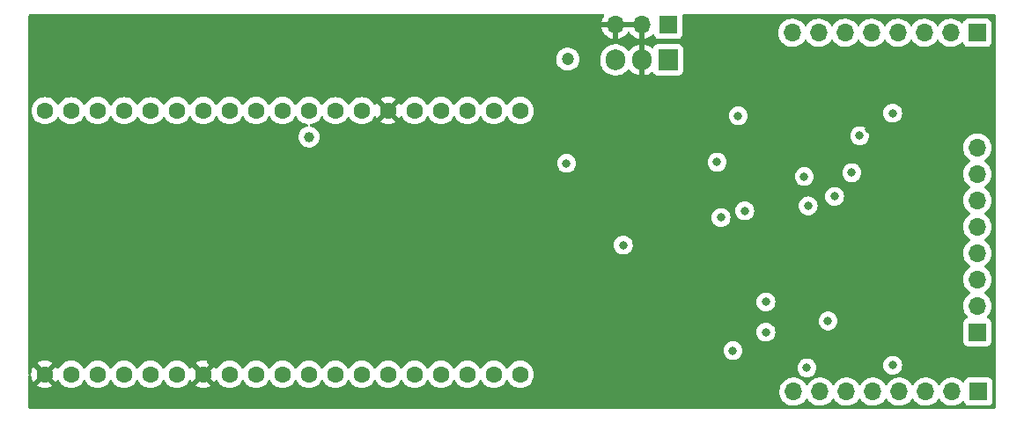
<source format=gbr>
%TF.GenerationSoftware,KiCad,Pcbnew,(6.0.5-0)*%
%TF.CreationDate,2022-06-25T01:47:50+01:00*%
%TF.ProjectId,revised_minh_design,72657669-7365-4645-9f6d-696e685f6465,rev?*%
%TF.SameCoordinates,Original*%
%TF.FileFunction,Copper,L4,Bot*%
%TF.FilePolarity,Positive*%
%FSLAX46Y46*%
G04 Gerber Fmt 4.6, Leading zero omitted, Abs format (unit mm)*
G04 Created by KiCad (PCBNEW (6.0.5-0)) date 2022-06-25 01:47:50*
%MOMM*%
%LPD*%
G01*
G04 APERTURE LIST*
%TA.AperFunction,ComponentPad*%
%ADD10R,1.700000X1.700000*%
%TD*%
%TA.AperFunction,ComponentPad*%
%ADD11O,1.700000X1.700000*%
%TD*%
%TA.AperFunction,ComponentPad*%
%ADD12R,1.905000X2.000000*%
%TD*%
%TA.AperFunction,ComponentPad*%
%ADD13O,1.905000X2.000000*%
%TD*%
%TA.AperFunction,ComponentPad*%
%ADD14C,1.600000*%
%TD*%
%TA.AperFunction,ViaPad*%
%ADD15C,0.800000*%
%TD*%
%TA.AperFunction,ViaPad*%
%ADD16C,1.200000*%
%TD*%
%TA.AperFunction,ViaPad*%
%ADD17C,1.000000*%
%TD*%
G04 APERTURE END LIST*
D10*
%TO.P,J4,1,Pin_1*%
%TO.N,ADC1_1*%
X141732000Y-42291000D03*
D11*
%TO.P,J4,2,Pin_2*%
%TO.N,ADC1_2*%
X139192000Y-42291000D03*
%TO.P,J4,3,Pin_3*%
%TO.N,ADC1_3*%
X136652000Y-42291000D03*
%TO.P,J4,4,Pin_4*%
%TO.N,ADC1_4*%
X134112000Y-42291000D03*
%TO.P,J4,5,Pin_5*%
%TO.N,ADC1_5*%
X131572000Y-42291000D03*
%TO.P,J4,6,Pin_6*%
%TO.N,ADC1_6*%
X129032000Y-42291000D03*
%TO.P,J4,7,Pin_7*%
%TO.N,ADC1_7*%
X126492000Y-42291000D03*
%TO.P,J4,8,Pin_8*%
%TO.N,ADC1_8*%
X123952000Y-42291000D03*
%TD*%
D10*
%TO.P,J3,1,Pin_1*%
%TO.N,ADC2_1*%
X141732000Y-71120000D03*
D11*
%TO.P,J3,2,Pin_2*%
%TO.N,ADC2_2*%
X141732000Y-68580000D03*
%TO.P,J3,3,Pin_3*%
%TO.N,ADC2_3*%
X141732000Y-66040000D03*
%TO.P,J3,4,Pin_4*%
%TO.N,ADC2_4*%
X141732000Y-63500000D03*
%TO.P,J3,5,Pin_5*%
%TO.N,ADC2_5*%
X141732000Y-60960000D03*
%TO.P,J3,6,Pin_6*%
%TO.N,ADC2_6*%
X141732000Y-58420000D03*
%TO.P,J3,7,Pin_7*%
%TO.N,ADC2_7*%
X141732000Y-55880000D03*
%TO.P,J3,8,Pin_8*%
%TO.N,ADC2_8*%
X141732000Y-53340000D03*
%TD*%
D12*
%TO.P,U2,1,VI*%
%TO.N,+12V*%
X112014000Y-44902000D03*
D13*
%TO.P,U2,2,GND*%
%TO.N,Earth*%
X109474000Y-44902000D03*
%TO.P,U2,3,VO*%
%TO.N,+5V*%
X106934000Y-44902000D03*
%TD*%
D10*
%TO.P,J2,1,Pin_1*%
%TO.N,VoutB*%
X141859000Y-76835000D03*
D11*
%TO.P,J2,2,Pin_2*%
%TO.N,VoutD*%
X139319000Y-76835000D03*
%TO.P,J2,3,Pin_3*%
%TO.N,VoutF*%
X136779000Y-76835000D03*
%TO.P,J2,4,Pin_4*%
%TO.N,VoutH*%
X134239000Y-76835000D03*
%TO.P,J2,5,Pin_5*%
%TO.N,VoutG*%
X131699000Y-76835000D03*
%TO.P,J2,6,Pin_6*%
%TO.N,VoutE*%
X129159000Y-76835000D03*
%TO.P,J2,7,Pin_7*%
%TO.N,VoutC*%
X126619000Y-76835000D03*
%TO.P,J2,8,Pin_8*%
%TO.N,VoutA*%
X124079000Y-76835000D03*
%TD*%
D10*
%TO.P,J1,1,Pin_1*%
%TO.N,+12V*%
X112014000Y-41529000D03*
D11*
%TO.P,J1,2,Pin_2*%
%TO.N,Earth*%
X109474000Y-41529000D03*
%TO.P,J1,3,Pin_3*%
X106934000Y-41529000D03*
%TD*%
D14*
%TO.P,U1,1,CLK*%
%TO.N,unconnected-(U1-Pad1)*%
X97785000Y-75184000D03*
%TO.P,U1,2,D0*%
%TO.N,unconnected-(U1-Pad2)*%
X95245000Y-75184000D03*
%TO.P,U1,3,D1*%
%TO.N,unconnected-(U1-Pad3)*%
X92705000Y-75184000D03*
%TO.P,U1,4,15*%
%TO.N,unconnected-(U1-Pad4)*%
X90165000Y-75184000D03*
%TO.P,U1,5,2*%
%TO.N,unconnected-(U1-Pad5)*%
X87625000Y-75184000D03*
%TO.P,U1,6,0*%
%TO.N,unconnected-(U1-Pad6)*%
X85085000Y-75184000D03*
%TO.P,U1,7,4*%
%TO.N,unconnected-(U1-Pad7)*%
X82545000Y-75184000D03*
%TO.P,U1,8,16*%
%TO.N,LDAC*%
X80005000Y-75184000D03*
%TO.P,U1,9,17*%
%TO.N,~{CLR}*%
X77465000Y-75184000D03*
%TO.P,U1,10,5*%
%TO.N,unconnected-(U1-Pad10)*%
X74925000Y-75184000D03*
%TO.P,U1,11,18*%
%TO.N,unconnected-(U1-Pad11)*%
X72385000Y-75184000D03*
%TO.P,U1,12,19*%
%TO.N,unconnected-(U1-Pad12)*%
X69845000Y-75184000D03*
%TO.P,U1,13,GND*%
%TO.N,Earth*%
X67305000Y-75184000D03*
%TO.P,U1,14,21*%
%TO.N,unconnected-(U1-Pad14)*%
X64765000Y-75184000D03*
%TO.P,U1,15,RX*%
%TO.N,unconnected-(U1-Pad15)*%
X62225000Y-75184000D03*
%TO.P,U1,16,TX*%
%TO.N,unconnected-(U1-Pad16)*%
X59685000Y-75184000D03*
%TO.P,U1,17,22*%
%TO.N,unconnected-(U1-Pad17)*%
X57145000Y-75184000D03*
%TO.P,U1,18,23*%
%TO.N,unconnected-(U1-Pad18)*%
X54605000Y-75184000D03*
%TO.P,U1,19,GND*%
%TO.N,Earth*%
X52065000Y-75184000D03*
%TO.P,U1,20,3V3*%
%TO.N,unconnected-(U1-Pad20)*%
X52102143Y-49789715D03*
%TO.P,U1,21,EN*%
%TO.N,unconnected-(U1-Pad21)*%
X54599014Y-49789715D03*
%TO.P,U1,22,VP*%
%TO.N,unconnected-(U1-Pad22)*%
X57145000Y-49784000D03*
%TO.P,U1,23,VN*%
%TO.N,unconnected-(U1-Pad23)*%
X59713572Y-49789715D03*
%TO.P,U1,24,34*%
%TO.N,unconnected-(U1-Pad24)*%
X62250715Y-49789715D03*
%TO.P,U1,25,35*%
%TO.N,MDAT*%
X64765000Y-49784000D03*
%TO.P,U1,26,32*%
%TO.N,~{ADC2_CS}*%
X67305000Y-49784000D03*
%TO.P,U1,27,33*%
%TO.N,~{ADC1_CS}*%
X69845000Y-49784000D03*
%TO.P,U1,28,25*%
%TO.N,unconnected-(U1-Pad28)*%
X72385000Y-49784000D03*
%TO.P,U1,29,26*%
%TO.N,unconnected-(U1-Pad29)*%
X74925000Y-49784000D03*
%TO.P,U1,30,27*%
%TO.N,~{DAC_CS}*%
X77465000Y-49784000D03*
%TO.P,U1,31,14*%
%TO.N,SK*%
X80010715Y-49789715D03*
%TO.P,U1,32,12*%
%TO.N,SI*%
X82547858Y-49789715D03*
%TO.P,U1,33,GND*%
%TO.N,Earth*%
X85085000Y-49784000D03*
%TO.P,U1,34,13*%
%TO.N,SO*%
X87625000Y-49784000D03*
%TO.P,U1,35,D2*%
%TO.N,unconnected-(U1-Pad35)*%
X90165000Y-49784000D03*
%TO.P,U1,36,D3*%
%TO.N,unconnected-(U1-Pad36)*%
X92705000Y-49784000D03*
%TO.P,U1,37,CMD*%
%TO.N,unconnected-(U1-Pad37)*%
X95245000Y-49784000D03*
%TO.P,U1,38,5V*%
%TO.N,+5V*%
X97785000Y-49784000D03*
%TD*%
D15*
%TO.N,Earth*%
X127254000Y-62230011D03*
X106807000Y-75184000D03*
X130937000Y-50594500D03*
D16*
X117983000Y-43688000D03*
D15*
X113284000Y-73660000D03*
X126259500Y-67399500D03*
X127381000Y-61349500D03*
X113792000Y-54610000D03*
D17*
X117602000Y-61849000D03*
D15*
X102305000Y-65405000D03*
D16*
X117983000Y-45212000D03*
D15*
X114681000Y-71844489D03*
X105156000Y-69469000D03*
X101473000Y-75184000D03*
X101473000Y-74295000D03*
X126238000Y-53086000D03*
X105778495Y-65149065D03*
D16*
X68199000Y-73787000D03*
D17*
X100584000Y-43307000D03*
D15*
X105664000Y-62738000D03*
X120523000Y-52705000D03*
X119253000Y-67564000D03*
X106807000Y-74295000D03*
X102305000Y-64008000D03*
X125391819Y-50949902D03*
X112522000Y-76200000D03*
X113030000Y-68585009D03*
X135143100Y-69860114D03*
X116078000Y-66675000D03*
X135382000Y-51816000D03*
X120904000Y-62357000D03*
X120777923Y-74417599D03*
X119888000Y-54864000D03*
D17*
X99822000Y-44069000D03*
X111760000Y-61722000D03*
X111760000Y-60071000D03*
D15*
X131318000Y-51562000D03*
X109220000Y-54466500D03*
X111760000Y-66167000D03*
%TO.N,+5V*%
X102235000Y-54864000D03*
D16*
X102362000Y-44831000D03*
D15*
X107696000Y-62738000D03*
%TO.N,+3.3VA*%
X130429000Y-52197000D03*
X119380000Y-59436000D03*
X125466083Y-58950433D03*
X117094000Y-60071000D03*
%TO.N,+3.3VDAC*%
X133604000Y-50038000D03*
X125349000Y-74549000D03*
X118237000Y-72898000D03*
X128016000Y-58039000D03*
%TO.N,CLK*%
X116713000Y-54737000D03*
X125095000Y-56134000D03*
%TO.N,LDAC*%
X121412000Y-71120000D03*
X121412000Y-68199000D03*
%TO.N,~{CLR}*%
X127381000Y-70034020D03*
X133604000Y-74295000D03*
%TO.N,MDAT*%
X118745000Y-50292000D03*
D17*
X77470000Y-52324000D03*
D15*
%TO.N,~{ADC2_CS}*%
X129667000Y-55753000D03*
%TD*%
%TA.AperFunction,Conductor*%
%TO.N,Earth*%
G36*
X105815825Y-40528502D02*
G01*
X105862318Y-40582158D01*
X105872422Y-40652432D01*
X105851792Y-40705505D01*
X105752095Y-40851655D01*
X105747000Y-40860623D01*
X105657338Y-41053783D01*
X105653775Y-41063470D01*
X105598389Y-41263183D01*
X105599912Y-41271607D01*
X105612292Y-41275000D01*
X109602000Y-41275000D01*
X109670121Y-41295002D01*
X109716614Y-41348658D01*
X109728000Y-41401000D01*
X109728000Y-42847517D01*
X109732064Y-42861359D01*
X109745478Y-42863393D01*
X109752184Y-42862534D01*
X109762262Y-42860392D01*
X109966255Y-42799191D01*
X109975842Y-42795433D01*
X110167095Y-42701739D01*
X110175945Y-42696464D01*
X110349328Y-42572792D01*
X110357193Y-42566145D01*
X110461897Y-42461805D01*
X110524268Y-42427889D01*
X110595075Y-42433077D01*
X110651837Y-42475723D01*
X110668819Y-42506826D01*
X110713385Y-42625705D01*
X110800739Y-42742261D01*
X110917295Y-42829615D01*
X111053684Y-42880745D01*
X111115866Y-42887500D01*
X112912134Y-42887500D01*
X112974316Y-42880745D01*
X113110705Y-42829615D01*
X113227261Y-42742261D01*
X113314615Y-42625705D01*
X113365745Y-42489316D01*
X113372500Y-42427134D01*
X113372500Y-40634500D01*
X113392502Y-40566379D01*
X113446158Y-40519886D01*
X113498500Y-40508500D01*
X121666000Y-40508500D01*
X121666000Y-45212000D01*
X123190000Y-46736000D01*
X129286000Y-46736000D01*
X129286000Y-51435000D01*
X129932171Y-51435000D01*
X129817747Y-51518134D01*
X129813326Y-51523044D01*
X129813325Y-51523045D01*
X129747543Y-51596104D01*
X129689960Y-51660056D01*
X129594473Y-51825444D01*
X129535458Y-52007072D01*
X129534768Y-52013633D01*
X129534768Y-52013635D01*
X129516186Y-52190435D01*
X129515496Y-52197000D01*
X129516186Y-52203565D01*
X129531448Y-52348771D01*
X129535458Y-52386928D01*
X129594473Y-52568556D01*
X129689960Y-52733944D01*
X129694378Y-52738851D01*
X129694379Y-52738852D01*
X129811839Y-52869305D01*
X129817747Y-52875866D01*
X129972248Y-52988118D01*
X129978276Y-52990802D01*
X129978278Y-52990803D01*
X130140681Y-53063109D01*
X130146712Y-53065794D01*
X130235046Y-53084570D01*
X130327056Y-53104128D01*
X130327061Y-53104128D01*
X130333513Y-53105500D01*
X130524487Y-53105500D01*
X130530939Y-53104128D01*
X130530944Y-53104128D01*
X130622954Y-53084570D01*
X130683000Y-53071807D01*
X130683000Y-53213000D01*
X130302000Y-53213000D01*
X130302000Y-55100508D01*
X130278253Y-55074134D01*
X130123752Y-54961882D01*
X130117724Y-54959198D01*
X130117722Y-54959197D01*
X129955319Y-54886891D01*
X129955318Y-54886891D01*
X129949288Y-54884206D01*
X129838396Y-54860635D01*
X129768944Y-54845872D01*
X129768939Y-54845872D01*
X129762487Y-54844500D01*
X129571513Y-54844500D01*
X129565061Y-54845872D01*
X129565056Y-54845872D01*
X129495604Y-54860635D01*
X129384712Y-54884206D01*
X129378682Y-54886891D01*
X129378681Y-54886891D01*
X129216278Y-54959197D01*
X129216276Y-54959198D01*
X129210248Y-54961882D01*
X129055747Y-55074134D01*
X128927960Y-55216056D01*
X128832473Y-55381444D01*
X128773458Y-55563072D01*
X128772768Y-55569633D01*
X128772768Y-55569635D01*
X128754186Y-55746435D01*
X128753496Y-55753000D01*
X128754186Y-55759565D01*
X128766492Y-55876646D01*
X128773458Y-55942928D01*
X128832473Y-56124556D01*
X128835776Y-56130278D01*
X128835777Y-56130279D01*
X128841716Y-56140565D01*
X128927960Y-56289944D01*
X129055747Y-56431866D01*
X129170171Y-56515000D01*
X125924074Y-56515000D01*
X125929527Y-56505556D01*
X125988542Y-56323928D01*
X126008504Y-56134000D01*
X126002278Y-56074767D01*
X125989232Y-55950635D01*
X125989232Y-55950633D01*
X125988542Y-55944072D01*
X125929527Y-55762444D01*
X125924075Y-55753000D01*
X125839085Y-55605794D01*
X125834040Y-55597056D01*
X125788744Y-55546749D01*
X125710675Y-55460045D01*
X125710674Y-55460044D01*
X125706253Y-55455134D01*
X125551752Y-55342882D01*
X125545724Y-55340198D01*
X125545722Y-55340197D01*
X125383319Y-55267891D01*
X125383318Y-55267891D01*
X125377288Y-55265206D01*
X125264721Y-55241279D01*
X125196944Y-55226872D01*
X125196939Y-55226872D01*
X125190487Y-55225500D01*
X124999513Y-55225500D01*
X124993061Y-55226872D01*
X124993056Y-55226872D01*
X124925279Y-55241279D01*
X124812712Y-55265206D01*
X124806682Y-55267891D01*
X124806681Y-55267891D01*
X124644278Y-55340197D01*
X124644276Y-55340198D01*
X124638248Y-55342882D01*
X124483747Y-55455134D01*
X124479326Y-55460044D01*
X124479325Y-55460045D01*
X124401257Y-55546749D01*
X124355960Y-55597056D01*
X124350915Y-55605794D01*
X124265926Y-55753000D01*
X124260473Y-55762444D01*
X124201458Y-55944072D01*
X124200768Y-55950633D01*
X124200768Y-55950635D01*
X124187722Y-56074767D01*
X124181496Y-56134000D01*
X124201458Y-56323928D01*
X124260473Y-56505556D01*
X124355960Y-56670944D01*
X124483747Y-56812866D01*
X124582843Y-56884864D01*
X124627803Y-56917529D01*
X124638248Y-56925118D01*
X124644276Y-56927802D01*
X124644278Y-56927803D01*
X124804734Y-56999242D01*
X124812712Y-57002794D01*
X124906112Y-57022647D01*
X124993056Y-57041128D01*
X124993061Y-57041128D01*
X124999513Y-57042500D01*
X125190487Y-57042500D01*
X125196939Y-57041128D01*
X125196944Y-57041128D01*
X125283888Y-57022647D01*
X125377288Y-57002794D01*
X125385266Y-56999242D01*
X125545722Y-56927803D01*
X125545724Y-56927802D01*
X125551752Y-56925118D01*
X125562198Y-56917529D01*
X125607157Y-56884864D01*
X125706253Y-56812866D01*
X125834040Y-56670944D01*
X125857000Y-56631176D01*
X125857000Y-58130003D01*
X125754402Y-58084324D01*
X125754401Y-58084324D01*
X125748371Y-58081639D01*
X125654971Y-58061786D01*
X125568027Y-58043305D01*
X125568022Y-58043305D01*
X125561570Y-58041933D01*
X125370596Y-58041933D01*
X125364144Y-58043305D01*
X125364139Y-58043305D01*
X125277195Y-58061786D01*
X125183795Y-58081639D01*
X125177765Y-58084324D01*
X125177764Y-58084324D01*
X125015361Y-58156630D01*
X125015359Y-58156631D01*
X125009331Y-58159315D01*
X125003990Y-58163195D01*
X125003989Y-58163196D01*
X124963873Y-58192342D01*
X124854830Y-58271567D01*
X124727043Y-58413489D01*
X124723742Y-58419207D01*
X124636551Y-58570226D01*
X124631556Y-58578877D01*
X124572541Y-58760505D01*
X124552579Y-58950433D01*
X124572541Y-59140361D01*
X124631556Y-59321989D01*
X124727043Y-59487377D01*
X124731461Y-59492284D01*
X124731462Y-59492285D01*
X124769073Y-59534056D01*
X124854830Y-59629299D01*
X125009331Y-59741551D01*
X125015359Y-59744235D01*
X125015361Y-59744236D01*
X125177764Y-59816542D01*
X125183795Y-59819227D01*
X125277195Y-59839080D01*
X125364139Y-59857561D01*
X125364144Y-59857561D01*
X125370596Y-59858933D01*
X125561570Y-59858933D01*
X125568022Y-59857561D01*
X125568027Y-59857561D01*
X125654971Y-59839080D01*
X125748371Y-59819227D01*
X125754402Y-59816542D01*
X125857000Y-59770863D01*
X125857000Y-61341000D01*
X127254000Y-62611000D01*
X129159000Y-62611000D01*
X134874000Y-68453000D01*
X134874000Y-69596000D01*
X132969000Y-69596000D01*
X132969000Y-68961000D01*
X129794000Y-68961000D01*
X129794000Y-70358000D01*
X128230986Y-70358000D01*
X128274542Y-70223948D01*
X128275851Y-70211500D01*
X128293814Y-70040585D01*
X128294504Y-70034020D01*
X128281881Y-69913919D01*
X128275232Y-69850655D01*
X128275232Y-69850653D01*
X128274542Y-69844092D01*
X128215527Y-69662464D01*
X128120040Y-69497076D01*
X127992253Y-69355154D01*
X127837752Y-69242902D01*
X127831724Y-69240218D01*
X127831722Y-69240217D01*
X127669319Y-69167911D01*
X127669318Y-69167911D01*
X127663288Y-69165226D01*
X127569887Y-69145373D01*
X127482944Y-69126892D01*
X127482939Y-69126892D01*
X127476487Y-69125520D01*
X127285513Y-69125520D01*
X127279061Y-69126892D01*
X127279056Y-69126892D01*
X127192113Y-69145373D01*
X127098712Y-69165226D01*
X127092682Y-69167911D01*
X127092681Y-69167911D01*
X126930278Y-69240217D01*
X126930276Y-69240218D01*
X126924248Y-69242902D01*
X126769747Y-69355154D01*
X126641960Y-69497076D01*
X126546473Y-69662464D01*
X126487458Y-69844092D01*
X126486768Y-69850653D01*
X126486768Y-69850655D01*
X126480119Y-69913919D01*
X126467496Y-70034020D01*
X126468186Y-70040585D01*
X126486150Y-70211500D01*
X126487458Y-70223948D01*
X126531014Y-70358000D01*
X123825000Y-70358000D01*
X121919738Y-72384239D01*
X121920000Y-75184000D01*
X121920000Y-78491500D01*
X50634500Y-78491500D01*
X50566379Y-78471498D01*
X50519886Y-78417842D01*
X50508500Y-78365500D01*
X50508500Y-76270062D01*
X51343493Y-76270062D01*
X51352789Y-76282077D01*
X51403994Y-76317931D01*
X51413489Y-76323414D01*
X51610947Y-76415490D01*
X51621239Y-76419236D01*
X51831688Y-76475625D01*
X51842481Y-76477528D01*
X52059525Y-76496517D01*
X52070475Y-76496517D01*
X52287519Y-76477528D01*
X52298312Y-76475625D01*
X52508761Y-76419236D01*
X52519053Y-76415490D01*
X52716511Y-76323414D01*
X52726006Y-76317931D01*
X52778048Y-76281491D01*
X52786424Y-76271012D01*
X52779356Y-76257566D01*
X52077812Y-75556022D01*
X52063868Y-75548408D01*
X52062035Y-75548539D01*
X52055420Y-75552790D01*
X51349923Y-76258287D01*
X51343493Y-76270062D01*
X50508500Y-76270062D01*
X50508500Y-75286617D01*
X50528502Y-75218496D01*
X50568930Y-75183466D01*
X50699656Y-75183466D01*
X50717012Y-75191393D01*
X50755396Y-75251119D01*
X50760021Y-75275636D01*
X50771472Y-75406519D01*
X50773375Y-75417312D01*
X50829764Y-75627761D01*
X50833510Y-75638053D01*
X50925586Y-75835511D01*
X50931069Y-75845006D01*
X50967509Y-75897048D01*
X50977988Y-75905424D01*
X50991434Y-75898356D01*
X51692978Y-75196812D01*
X51699356Y-75185132D01*
X52429408Y-75185132D01*
X52429539Y-75186965D01*
X52433790Y-75193580D01*
X53139287Y-75899077D01*
X53151062Y-75905507D01*
X53163077Y-75896211D01*
X53198931Y-75845006D01*
X53204414Y-75835511D01*
X53220529Y-75800951D01*
X53267446Y-75747666D01*
X53335723Y-75728205D01*
X53403683Y-75748747D01*
X53448919Y-75800951D01*
X53465151Y-75835762D01*
X53465154Y-75835767D01*
X53467477Y-75840749D01*
X53506312Y-75896211D01*
X53584320Y-76007617D01*
X53598802Y-76028300D01*
X53760700Y-76190198D01*
X53765208Y-76193355D01*
X53765211Y-76193357D01*
X53843389Y-76248098D01*
X53948251Y-76321523D01*
X53953233Y-76323846D01*
X53953238Y-76323849D01*
X54050703Y-76369297D01*
X54155757Y-76418284D01*
X54161065Y-76419706D01*
X54161067Y-76419707D01*
X54371598Y-76476119D01*
X54371600Y-76476119D01*
X54376913Y-76477543D01*
X54605000Y-76497498D01*
X54833087Y-76477543D01*
X54838400Y-76476119D01*
X54838402Y-76476119D01*
X55048933Y-76419707D01*
X55048935Y-76419706D01*
X55054243Y-76418284D01*
X55159297Y-76369297D01*
X55256762Y-76323849D01*
X55256767Y-76323846D01*
X55261749Y-76321523D01*
X55366611Y-76248098D01*
X55444789Y-76193357D01*
X55444792Y-76193355D01*
X55449300Y-76190198D01*
X55611198Y-76028300D01*
X55625681Y-76007617D01*
X55703688Y-75896211D01*
X55742523Y-75840749D01*
X55744846Y-75835767D01*
X55744849Y-75835762D01*
X55760805Y-75801543D01*
X55807722Y-75748258D01*
X55875999Y-75728797D01*
X55943959Y-75749339D01*
X55989195Y-75801543D01*
X56005151Y-75835762D01*
X56005154Y-75835767D01*
X56007477Y-75840749D01*
X56046312Y-75896211D01*
X56124320Y-76007617D01*
X56138802Y-76028300D01*
X56300700Y-76190198D01*
X56305208Y-76193355D01*
X56305211Y-76193357D01*
X56383389Y-76248098D01*
X56488251Y-76321523D01*
X56493233Y-76323846D01*
X56493238Y-76323849D01*
X56590703Y-76369297D01*
X56695757Y-76418284D01*
X56701065Y-76419706D01*
X56701067Y-76419707D01*
X56911598Y-76476119D01*
X56911600Y-76476119D01*
X56916913Y-76477543D01*
X57145000Y-76497498D01*
X57373087Y-76477543D01*
X57378400Y-76476119D01*
X57378402Y-76476119D01*
X57588933Y-76419707D01*
X57588935Y-76419706D01*
X57594243Y-76418284D01*
X57699297Y-76369297D01*
X57796762Y-76323849D01*
X57796767Y-76323846D01*
X57801749Y-76321523D01*
X57906611Y-76248098D01*
X57984789Y-76193357D01*
X57984792Y-76193355D01*
X57989300Y-76190198D01*
X58151198Y-76028300D01*
X58165681Y-76007617D01*
X58243688Y-75896211D01*
X58282523Y-75840749D01*
X58284846Y-75835767D01*
X58284849Y-75835762D01*
X58300805Y-75801543D01*
X58347722Y-75748258D01*
X58415999Y-75728797D01*
X58483959Y-75749339D01*
X58529195Y-75801543D01*
X58545151Y-75835762D01*
X58545154Y-75835767D01*
X58547477Y-75840749D01*
X58586312Y-75896211D01*
X58664320Y-76007617D01*
X58678802Y-76028300D01*
X58840700Y-76190198D01*
X58845208Y-76193355D01*
X58845211Y-76193357D01*
X58923389Y-76248098D01*
X59028251Y-76321523D01*
X59033233Y-76323846D01*
X59033238Y-76323849D01*
X59130703Y-76369297D01*
X59235757Y-76418284D01*
X59241065Y-76419706D01*
X59241067Y-76419707D01*
X59451598Y-76476119D01*
X59451600Y-76476119D01*
X59456913Y-76477543D01*
X59685000Y-76497498D01*
X59913087Y-76477543D01*
X59918400Y-76476119D01*
X59918402Y-76476119D01*
X60128933Y-76419707D01*
X60128935Y-76419706D01*
X60134243Y-76418284D01*
X60239297Y-76369297D01*
X60336762Y-76323849D01*
X60336767Y-76323846D01*
X60341749Y-76321523D01*
X60446611Y-76248098D01*
X60524789Y-76193357D01*
X60524792Y-76193355D01*
X60529300Y-76190198D01*
X60691198Y-76028300D01*
X60705681Y-76007617D01*
X60783688Y-75896211D01*
X60822523Y-75840749D01*
X60824846Y-75835767D01*
X60824849Y-75835762D01*
X60840805Y-75801543D01*
X60887722Y-75748258D01*
X60955999Y-75728797D01*
X61023959Y-75749339D01*
X61069195Y-75801543D01*
X61085151Y-75835762D01*
X61085154Y-75835767D01*
X61087477Y-75840749D01*
X61126312Y-75896211D01*
X61204320Y-76007617D01*
X61218802Y-76028300D01*
X61380700Y-76190198D01*
X61385208Y-76193355D01*
X61385211Y-76193357D01*
X61463389Y-76248098D01*
X61568251Y-76321523D01*
X61573233Y-76323846D01*
X61573238Y-76323849D01*
X61670703Y-76369297D01*
X61775757Y-76418284D01*
X61781065Y-76419706D01*
X61781067Y-76419707D01*
X61991598Y-76476119D01*
X61991600Y-76476119D01*
X61996913Y-76477543D01*
X62225000Y-76497498D01*
X62453087Y-76477543D01*
X62458400Y-76476119D01*
X62458402Y-76476119D01*
X62668933Y-76419707D01*
X62668935Y-76419706D01*
X62674243Y-76418284D01*
X62779297Y-76369297D01*
X62876762Y-76323849D01*
X62876767Y-76323846D01*
X62881749Y-76321523D01*
X62986611Y-76248098D01*
X63064789Y-76193357D01*
X63064792Y-76193355D01*
X63069300Y-76190198D01*
X63231198Y-76028300D01*
X63245681Y-76007617D01*
X63323688Y-75896211D01*
X63362523Y-75840749D01*
X63364846Y-75835767D01*
X63364849Y-75835762D01*
X63380805Y-75801543D01*
X63427722Y-75748258D01*
X63495999Y-75728797D01*
X63563959Y-75749339D01*
X63609195Y-75801543D01*
X63625151Y-75835762D01*
X63625154Y-75835767D01*
X63627477Y-75840749D01*
X63666312Y-75896211D01*
X63744320Y-76007617D01*
X63758802Y-76028300D01*
X63920700Y-76190198D01*
X63925208Y-76193355D01*
X63925211Y-76193357D01*
X64003389Y-76248098D01*
X64108251Y-76321523D01*
X64113233Y-76323846D01*
X64113238Y-76323849D01*
X64210703Y-76369297D01*
X64315757Y-76418284D01*
X64321065Y-76419706D01*
X64321067Y-76419707D01*
X64531598Y-76476119D01*
X64531600Y-76476119D01*
X64536913Y-76477543D01*
X64765000Y-76497498D01*
X64993087Y-76477543D01*
X64998400Y-76476119D01*
X64998402Y-76476119D01*
X65208933Y-76419707D01*
X65208935Y-76419706D01*
X65214243Y-76418284D01*
X65319297Y-76369297D01*
X65416762Y-76323849D01*
X65416767Y-76323846D01*
X65421749Y-76321523D01*
X65495243Y-76270062D01*
X66583493Y-76270062D01*
X66592789Y-76282077D01*
X66643994Y-76317931D01*
X66653489Y-76323414D01*
X66850947Y-76415490D01*
X66861239Y-76419236D01*
X67071688Y-76475625D01*
X67082481Y-76477528D01*
X67299525Y-76496517D01*
X67310475Y-76496517D01*
X67527519Y-76477528D01*
X67538312Y-76475625D01*
X67748761Y-76419236D01*
X67759053Y-76415490D01*
X67956511Y-76323414D01*
X67966006Y-76317931D01*
X68018048Y-76281491D01*
X68026424Y-76271012D01*
X68019356Y-76257566D01*
X67317812Y-75556022D01*
X67303868Y-75548408D01*
X67302035Y-75548539D01*
X67295420Y-75552790D01*
X66589923Y-76258287D01*
X66583493Y-76270062D01*
X65495243Y-76270062D01*
X65526611Y-76248098D01*
X65604789Y-76193357D01*
X65604792Y-76193355D01*
X65609300Y-76190198D01*
X65771198Y-76028300D01*
X65785681Y-76007617D01*
X65863688Y-75896211D01*
X65902523Y-75840749D01*
X65904846Y-75835767D01*
X65904849Y-75835762D01*
X65921081Y-75800951D01*
X65967998Y-75747666D01*
X66036275Y-75728205D01*
X66104235Y-75748747D01*
X66149471Y-75800951D01*
X66165586Y-75835511D01*
X66171069Y-75845006D01*
X66207509Y-75897048D01*
X66217988Y-75905424D01*
X66231434Y-75898356D01*
X66932978Y-75196812D01*
X66939356Y-75185132D01*
X67669408Y-75185132D01*
X67669539Y-75186965D01*
X67673790Y-75193580D01*
X68379287Y-75899077D01*
X68391062Y-75905507D01*
X68403077Y-75896211D01*
X68438931Y-75845006D01*
X68444414Y-75835511D01*
X68460529Y-75800951D01*
X68507446Y-75747666D01*
X68575723Y-75728205D01*
X68643683Y-75748747D01*
X68688919Y-75800951D01*
X68705151Y-75835762D01*
X68705154Y-75835767D01*
X68707477Y-75840749D01*
X68746312Y-75896211D01*
X68824320Y-76007617D01*
X68838802Y-76028300D01*
X69000700Y-76190198D01*
X69005208Y-76193355D01*
X69005211Y-76193357D01*
X69083389Y-76248098D01*
X69188251Y-76321523D01*
X69193233Y-76323846D01*
X69193238Y-76323849D01*
X69290703Y-76369297D01*
X69395757Y-76418284D01*
X69401065Y-76419706D01*
X69401067Y-76419707D01*
X69611598Y-76476119D01*
X69611600Y-76476119D01*
X69616913Y-76477543D01*
X69845000Y-76497498D01*
X70073087Y-76477543D01*
X70078400Y-76476119D01*
X70078402Y-76476119D01*
X70288933Y-76419707D01*
X70288935Y-76419706D01*
X70294243Y-76418284D01*
X70399297Y-76369297D01*
X70496762Y-76323849D01*
X70496767Y-76323846D01*
X70501749Y-76321523D01*
X70606611Y-76248098D01*
X70684789Y-76193357D01*
X70684792Y-76193355D01*
X70689300Y-76190198D01*
X70851198Y-76028300D01*
X70865681Y-76007617D01*
X70943688Y-75896211D01*
X70982523Y-75840749D01*
X70984846Y-75835767D01*
X70984849Y-75835762D01*
X71000805Y-75801543D01*
X71047722Y-75748258D01*
X71115999Y-75728797D01*
X71183959Y-75749339D01*
X71229195Y-75801543D01*
X71245151Y-75835762D01*
X71245154Y-75835767D01*
X71247477Y-75840749D01*
X71286312Y-75896211D01*
X71364320Y-76007617D01*
X71378802Y-76028300D01*
X71540700Y-76190198D01*
X71545208Y-76193355D01*
X71545211Y-76193357D01*
X71623389Y-76248098D01*
X71728251Y-76321523D01*
X71733233Y-76323846D01*
X71733238Y-76323849D01*
X71830703Y-76369297D01*
X71935757Y-76418284D01*
X71941065Y-76419706D01*
X71941067Y-76419707D01*
X72151598Y-76476119D01*
X72151600Y-76476119D01*
X72156913Y-76477543D01*
X72385000Y-76497498D01*
X72613087Y-76477543D01*
X72618400Y-76476119D01*
X72618402Y-76476119D01*
X72828933Y-76419707D01*
X72828935Y-76419706D01*
X72834243Y-76418284D01*
X72939297Y-76369297D01*
X73036762Y-76323849D01*
X73036767Y-76323846D01*
X73041749Y-76321523D01*
X73146611Y-76248098D01*
X73224789Y-76193357D01*
X73224792Y-76193355D01*
X73229300Y-76190198D01*
X73391198Y-76028300D01*
X73405681Y-76007617D01*
X73483688Y-75896211D01*
X73522523Y-75840749D01*
X73524846Y-75835767D01*
X73524849Y-75835762D01*
X73540805Y-75801543D01*
X73587722Y-75748258D01*
X73655999Y-75728797D01*
X73723959Y-75749339D01*
X73769195Y-75801543D01*
X73785151Y-75835762D01*
X73785154Y-75835767D01*
X73787477Y-75840749D01*
X73826312Y-75896211D01*
X73904320Y-76007617D01*
X73918802Y-76028300D01*
X74080700Y-76190198D01*
X74085208Y-76193355D01*
X74085211Y-76193357D01*
X74163389Y-76248098D01*
X74268251Y-76321523D01*
X74273233Y-76323846D01*
X74273238Y-76323849D01*
X74370703Y-76369297D01*
X74475757Y-76418284D01*
X74481065Y-76419706D01*
X74481067Y-76419707D01*
X74691598Y-76476119D01*
X74691600Y-76476119D01*
X74696913Y-76477543D01*
X74925000Y-76497498D01*
X75153087Y-76477543D01*
X75158400Y-76476119D01*
X75158402Y-76476119D01*
X75368933Y-76419707D01*
X75368935Y-76419706D01*
X75374243Y-76418284D01*
X75479297Y-76369297D01*
X75576762Y-76323849D01*
X75576767Y-76323846D01*
X75581749Y-76321523D01*
X75686611Y-76248098D01*
X75764789Y-76193357D01*
X75764792Y-76193355D01*
X75769300Y-76190198D01*
X75931198Y-76028300D01*
X75945681Y-76007617D01*
X76023688Y-75896211D01*
X76062523Y-75840749D01*
X76064846Y-75835767D01*
X76064849Y-75835762D01*
X76080805Y-75801543D01*
X76127722Y-75748258D01*
X76195999Y-75728797D01*
X76263959Y-75749339D01*
X76309195Y-75801543D01*
X76325151Y-75835762D01*
X76325154Y-75835767D01*
X76327477Y-75840749D01*
X76366312Y-75896211D01*
X76444320Y-76007617D01*
X76458802Y-76028300D01*
X76620700Y-76190198D01*
X76625208Y-76193355D01*
X76625211Y-76193357D01*
X76703389Y-76248098D01*
X76808251Y-76321523D01*
X76813233Y-76323846D01*
X76813238Y-76323849D01*
X76910703Y-76369297D01*
X77015757Y-76418284D01*
X77021065Y-76419706D01*
X77021067Y-76419707D01*
X77231598Y-76476119D01*
X77231600Y-76476119D01*
X77236913Y-76477543D01*
X77465000Y-76497498D01*
X77693087Y-76477543D01*
X77698400Y-76476119D01*
X77698402Y-76476119D01*
X77908933Y-76419707D01*
X77908935Y-76419706D01*
X77914243Y-76418284D01*
X78019297Y-76369297D01*
X78116762Y-76323849D01*
X78116767Y-76323846D01*
X78121749Y-76321523D01*
X78226611Y-76248098D01*
X78304789Y-76193357D01*
X78304792Y-76193355D01*
X78309300Y-76190198D01*
X78471198Y-76028300D01*
X78485681Y-76007617D01*
X78563688Y-75896211D01*
X78602523Y-75840749D01*
X78604846Y-75835767D01*
X78604849Y-75835762D01*
X78620805Y-75801543D01*
X78667722Y-75748258D01*
X78735999Y-75728797D01*
X78803959Y-75749339D01*
X78849195Y-75801543D01*
X78865151Y-75835762D01*
X78865154Y-75835767D01*
X78867477Y-75840749D01*
X78906312Y-75896211D01*
X78984320Y-76007617D01*
X78998802Y-76028300D01*
X79160700Y-76190198D01*
X79165208Y-76193355D01*
X79165211Y-76193357D01*
X79243389Y-76248098D01*
X79348251Y-76321523D01*
X79353233Y-76323846D01*
X79353238Y-76323849D01*
X79450703Y-76369297D01*
X79555757Y-76418284D01*
X79561065Y-76419706D01*
X79561067Y-76419707D01*
X79771598Y-76476119D01*
X79771600Y-76476119D01*
X79776913Y-76477543D01*
X80005000Y-76497498D01*
X80233087Y-76477543D01*
X80238400Y-76476119D01*
X80238402Y-76476119D01*
X80448933Y-76419707D01*
X80448935Y-76419706D01*
X80454243Y-76418284D01*
X80559297Y-76369297D01*
X80656762Y-76323849D01*
X80656767Y-76323846D01*
X80661749Y-76321523D01*
X80766611Y-76248098D01*
X80844789Y-76193357D01*
X80844792Y-76193355D01*
X80849300Y-76190198D01*
X81011198Y-76028300D01*
X81025681Y-76007617D01*
X81103688Y-75896211D01*
X81142523Y-75840749D01*
X81144846Y-75835767D01*
X81144849Y-75835762D01*
X81160805Y-75801543D01*
X81207722Y-75748258D01*
X81275999Y-75728797D01*
X81343959Y-75749339D01*
X81389195Y-75801543D01*
X81405151Y-75835762D01*
X81405154Y-75835767D01*
X81407477Y-75840749D01*
X81446312Y-75896211D01*
X81524320Y-76007617D01*
X81538802Y-76028300D01*
X81700700Y-76190198D01*
X81705208Y-76193355D01*
X81705211Y-76193357D01*
X81783389Y-76248098D01*
X81888251Y-76321523D01*
X81893233Y-76323846D01*
X81893238Y-76323849D01*
X81990703Y-76369297D01*
X82095757Y-76418284D01*
X82101065Y-76419706D01*
X82101067Y-76419707D01*
X82311598Y-76476119D01*
X82311600Y-76476119D01*
X82316913Y-76477543D01*
X82545000Y-76497498D01*
X82773087Y-76477543D01*
X82778400Y-76476119D01*
X82778402Y-76476119D01*
X82988933Y-76419707D01*
X82988935Y-76419706D01*
X82994243Y-76418284D01*
X83099297Y-76369297D01*
X83196762Y-76323849D01*
X83196767Y-76323846D01*
X83201749Y-76321523D01*
X83306611Y-76248098D01*
X83384789Y-76193357D01*
X83384792Y-76193355D01*
X83389300Y-76190198D01*
X83551198Y-76028300D01*
X83565681Y-76007617D01*
X83643688Y-75896211D01*
X83682523Y-75840749D01*
X83684846Y-75835767D01*
X83684849Y-75835762D01*
X83700805Y-75801543D01*
X83747722Y-75748258D01*
X83815999Y-75728797D01*
X83883959Y-75749339D01*
X83929195Y-75801543D01*
X83945151Y-75835762D01*
X83945154Y-75835767D01*
X83947477Y-75840749D01*
X83986312Y-75896211D01*
X84064320Y-76007617D01*
X84078802Y-76028300D01*
X84240700Y-76190198D01*
X84245208Y-76193355D01*
X84245211Y-76193357D01*
X84323389Y-76248098D01*
X84428251Y-76321523D01*
X84433233Y-76323846D01*
X84433238Y-76323849D01*
X84530703Y-76369297D01*
X84635757Y-76418284D01*
X84641065Y-76419706D01*
X84641067Y-76419707D01*
X84851598Y-76476119D01*
X84851600Y-76476119D01*
X84856913Y-76477543D01*
X85085000Y-76497498D01*
X85313087Y-76477543D01*
X85318400Y-76476119D01*
X85318402Y-76476119D01*
X85528933Y-76419707D01*
X85528935Y-76419706D01*
X85534243Y-76418284D01*
X85639297Y-76369297D01*
X85736762Y-76323849D01*
X85736767Y-76323846D01*
X85741749Y-76321523D01*
X85846611Y-76248098D01*
X85924789Y-76193357D01*
X85924792Y-76193355D01*
X85929300Y-76190198D01*
X86091198Y-76028300D01*
X86105681Y-76007617D01*
X86183688Y-75896211D01*
X86222523Y-75840749D01*
X86224846Y-75835767D01*
X86224849Y-75835762D01*
X86240805Y-75801543D01*
X86287722Y-75748258D01*
X86355999Y-75728797D01*
X86423959Y-75749339D01*
X86469195Y-75801543D01*
X86485151Y-75835762D01*
X86485154Y-75835767D01*
X86487477Y-75840749D01*
X86526312Y-75896211D01*
X86604320Y-76007617D01*
X86618802Y-76028300D01*
X86780700Y-76190198D01*
X86785208Y-76193355D01*
X86785211Y-76193357D01*
X86863389Y-76248098D01*
X86968251Y-76321523D01*
X86973233Y-76323846D01*
X86973238Y-76323849D01*
X87070703Y-76369297D01*
X87175757Y-76418284D01*
X87181065Y-76419706D01*
X87181067Y-76419707D01*
X87391598Y-76476119D01*
X87391600Y-76476119D01*
X87396913Y-76477543D01*
X87625000Y-76497498D01*
X87853087Y-76477543D01*
X87858400Y-76476119D01*
X87858402Y-76476119D01*
X88068933Y-76419707D01*
X88068935Y-76419706D01*
X88074243Y-76418284D01*
X88179297Y-76369297D01*
X88276762Y-76323849D01*
X88276767Y-76323846D01*
X88281749Y-76321523D01*
X88386611Y-76248098D01*
X88464789Y-76193357D01*
X88464792Y-76193355D01*
X88469300Y-76190198D01*
X88631198Y-76028300D01*
X88645681Y-76007617D01*
X88723688Y-75896211D01*
X88762523Y-75840749D01*
X88764846Y-75835767D01*
X88764849Y-75835762D01*
X88780805Y-75801543D01*
X88827722Y-75748258D01*
X88895999Y-75728797D01*
X88963959Y-75749339D01*
X89009195Y-75801543D01*
X89025151Y-75835762D01*
X89025154Y-75835767D01*
X89027477Y-75840749D01*
X89066312Y-75896211D01*
X89144320Y-76007617D01*
X89158802Y-76028300D01*
X89320700Y-76190198D01*
X89325208Y-76193355D01*
X89325211Y-76193357D01*
X89403389Y-76248098D01*
X89508251Y-76321523D01*
X89513233Y-76323846D01*
X89513238Y-76323849D01*
X89610703Y-76369297D01*
X89715757Y-76418284D01*
X89721065Y-76419706D01*
X89721067Y-76419707D01*
X89931598Y-76476119D01*
X89931600Y-76476119D01*
X89936913Y-76477543D01*
X90165000Y-76497498D01*
X90393087Y-76477543D01*
X90398400Y-76476119D01*
X90398402Y-76476119D01*
X90608933Y-76419707D01*
X90608935Y-76419706D01*
X90614243Y-76418284D01*
X90719297Y-76369297D01*
X90816762Y-76323849D01*
X90816767Y-76323846D01*
X90821749Y-76321523D01*
X90926611Y-76248098D01*
X91004789Y-76193357D01*
X91004792Y-76193355D01*
X91009300Y-76190198D01*
X91171198Y-76028300D01*
X91185681Y-76007617D01*
X91263688Y-75896211D01*
X91302523Y-75840749D01*
X91304846Y-75835767D01*
X91304849Y-75835762D01*
X91320805Y-75801543D01*
X91367722Y-75748258D01*
X91435999Y-75728797D01*
X91503959Y-75749339D01*
X91549195Y-75801543D01*
X91565151Y-75835762D01*
X91565154Y-75835767D01*
X91567477Y-75840749D01*
X91606312Y-75896211D01*
X91684320Y-76007617D01*
X91698802Y-76028300D01*
X91860700Y-76190198D01*
X91865208Y-76193355D01*
X91865211Y-76193357D01*
X91943389Y-76248098D01*
X92048251Y-76321523D01*
X92053233Y-76323846D01*
X92053238Y-76323849D01*
X92150703Y-76369297D01*
X92255757Y-76418284D01*
X92261065Y-76419706D01*
X92261067Y-76419707D01*
X92471598Y-76476119D01*
X92471600Y-76476119D01*
X92476913Y-76477543D01*
X92705000Y-76497498D01*
X92933087Y-76477543D01*
X92938400Y-76476119D01*
X92938402Y-76476119D01*
X93148933Y-76419707D01*
X93148935Y-76419706D01*
X93154243Y-76418284D01*
X93259297Y-76369297D01*
X93356762Y-76323849D01*
X93356767Y-76323846D01*
X93361749Y-76321523D01*
X93466611Y-76248098D01*
X93544789Y-76193357D01*
X93544792Y-76193355D01*
X93549300Y-76190198D01*
X93711198Y-76028300D01*
X93725681Y-76007617D01*
X93803688Y-75896211D01*
X93842523Y-75840749D01*
X93844846Y-75835767D01*
X93844849Y-75835762D01*
X93860805Y-75801543D01*
X93907722Y-75748258D01*
X93975999Y-75728797D01*
X94043959Y-75749339D01*
X94089195Y-75801543D01*
X94105151Y-75835762D01*
X94105154Y-75835767D01*
X94107477Y-75840749D01*
X94146312Y-75896211D01*
X94224320Y-76007617D01*
X94238802Y-76028300D01*
X94400700Y-76190198D01*
X94405208Y-76193355D01*
X94405211Y-76193357D01*
X94483389Y-76248098D01*
X94588251Y-76321523D01*
X94593233Y-76323846D01*
X94593238Y-76323849D01*
X94690703Y-76369297D01*
X94795757Y-76418284D01*
X94801065Y-76419706D01*
X94801067Y-76419707D01*
X95011598Y-76476119D01*
X95011600Y-76476119D01*
X95016913Y-76477543D01*
X95245000Y-76497498D01*
X95473087Y-76477543D01*
X95478400Y-76476119D01*
X95478402Y-76476119D01*
X95688933Y-76419707D01*
X95688935Y-76419706D01*
X95694243Y-76418284D01*
X95799297Y-76369297D01*
X95896762Y-76323849D01*
X95896767Y-76323846D01*
X95901749Y-76321523D01*
X96006611Y-76248098D01*
X96084789Y-76193357D01*
X96084792Y-76193355D01*
X96089300Y-76190198D01*
X96251198Y-76028300D01*
X96265681Y-76007617D01*
X96343688Y-75896211D01*
X96382523Y-75840749D01*
X96384846Y-75835767D01*
X96384849Y-75835762D01*
X96400805Y-75801543D01*
X96447722Y-75748258D01*
X96515999Y-75728797D01*
X96583959Y-75749339D01*
X96629195Y-75801543D01*
X96645151Y-75835762D01*
X96645154Y-75835767D01*
X96647477Y-75840749D01*
X96686312Y-75896211D01*
X96764320Y-76007617D01*
X96778802Y-76028300D01*
X96940700Y-76190198D01*
X96945208Y-76193355D01*
X96945211Y-76193357D01*
X97023389Y-76248098D01*
X97128251Y-76321523D01*
X97133233Y-76323846D01*
X97133238Y-76323849D01*
X97230703Y-76369297D01*
X97335757Y-76418284D01*
X97341065Y-76419706D01*
X97341067Y-76419707D01*
X97551598Y-76476119D01*
X97551600Y-76476119D01*
X97556913Y-76477543D01*
X97785000Y-76497498D01*
X98013087Y-76477543D01*
X98018400Y-76476119D01*
X98018402Y-76476119D01*
X98228933Y-76419707D01*
X98228935Y-76419706D01*
X98234243Y-76418284D01*
X98339297Y-76369297D01*
X98436762Y-76323849D01*
X98436767Y-76323846D01*
X98441749Y-76321523D01*
X98546611Y-76248098D01*
X98624789Y-76193357D01*
X98624792Y-76193355D01*
X98629300Y-76190198D01*
X98791198Y-76028300D01*
X98805681Y-76007617D01*
X98883688Y-75896211D01*
X98922523Y-75840749D01*
X98924846Y-75835767D01*
X98924849Y-75835762D01*
X99016961Y-75638225D01*
X99016961Y-75638224D01*
X99019284Y-75633243D01*
X99023809Y-75616358D01*
X99077119Y-75417402D01*
X99077119Y-75417400D01*
X99078543Y-75412087D01*
X99098498Y-75184000D01*
X99078543Y-74955913D01*
X99055000Y-74868050D01*
X99020707Y-74740067D01*
X99020706Y-74740065D01*
X99019284Y-74734757D01*
X98932665Y-74549000D01*
X98924849Y-74532238D01*
X98924846Y-74532233D01*
X98922523Y-74527251D01*
X98809358Y-74365635D01*
X98794357Y-74344211D01*
X98794355Y-74344208D01*
X98791198Y-74339700D01*
X98629300Y-74177802D01*
X98624792Y-74174645D01*
X98624789Y-74174643D01*
X98498920Y-74086509D01*
X98441749Y-74046477D01*
X98436767Y-74044154D01*
X98436762Y-74044151D01*
X98239225Y-73952039D01*
X98239224Y-73952039D01*
X98234243Y-73949716D01*
X98228935Y-73948294D01*
X98228933Y-73948293D01*
X98018402Y-73891881D01*
X98018400Y-73891881D01*
X98013087Y-73890457D01*
X97785000Y-73870502D01*
X97556913Y-73890457D01*
X97551600Y-73891881D01*
X97551598Y-73891881D01*
X97341067Y-73948293D01*
X97341065Y-73948294D01*
X97335757Y-73949716D01*
X97330776Y-73952039D01*
X97330775Y-73952039D01*
X97133238Y-74044151D01*
X97133233Y-74044154D01*
X97128251Y-74046477D01*
X97071080Y-74086509D01*
X96945211Y-74174643D01*
X96945208Y-74174645D01*
X96940700Y-74177802D01*
X96778802Y-74339700D01*
X96775645Y-74344208D01*
X96775643Y-74344211D01*
X96760642Y-74365635D01*
X96647477Y-74527251D01*
X96645154Y-74532233D01*
X96645151Y-74532238D01*
X96629195Y-74566457D01*
X96582278Y-74619742D01*
X96514001Y-74639203D01*
X96446041Y-74618661D01*
X96400805Y-74566457D01*
X96384849Y-74532238D01*
X96384846Y-74532233D01*
X96382523Y-74527251D01*
X96269358Y-74365635D01*
X96254357Y-74344211D01*
X96254355Y-74344208D01*
X96251198Y-74339700D01*
X96089300Y-74177802D01*
X96084792Y-74174645D01*
X96084789Y-74174643D01*
X95958920Y-74086509D01*
X95901749Y-74046477D01*
X95896767Y-74044154D01*
X95896762Y-74044151D01*
X95699225Y-73952039D01*
X95699224Y-73952039D01*
X95694243Y-73949716D01*
X95688935Y-73948294D01*
X95688933Y-73948293D01*
X95478402Y-73891881D01*
X95478400Y-73891881D01*
X95473087Y-73890457D01*
X95245000Y-73870502D01*
X95016913Y-73890457D01*
X95011600Y-73891881D01*
X95011598Y-73891881D01*
X94801067Y-73948293D01*
X94801065Y-73948294D01*
X94795757Y-73949716D01*
X94790776Y-73952039D01*
X94790775Y-73952039D01*
X94593238Y-74044151D01*
X94593233Y-74044154D01*
X94588251Y-74046477D01*
X94531080Y-74086509D01*
X94405211Y-74174643D01*
X94405208Y-74174645D01*
X94400700Y-74177802D01*
X94238802Y-74339700D01*
X94235645Y-74344208D01*
X94235643Y-74344211D01*
X94220642Y-74365635D01*
X94107477Y-74527251D01*
X94105154Y-74532233D01*
X94105151Y-74532238D01*
X94089195Y-74566457D01*
X94042278Y-74619742D01*
X93974001Y-74639203D01*
X93906041Y-74618661D01*
X93860805Y-74566457D01*
X93844849Y-74532238D01*
X93844846Y-74532233D01*
X93842523Y-74527251D01*
X93729358Y-74365635D01*
X93714357Y-74344211D01*
X93714355Y-74344208D01*
X93711198Y-74339700D01*
X93549300Y-74177802D01*
X93544792Y-74174645D01*
X93544789Y-74174643D01*
X93418920Y-74086509D01*
X93361749Y-74046477D01*
X93356767Y-74044154D01*
X93356762Y-74044151D01*
X93159225Y-73952039D01*
X93159224Y-73952039D01*
X93154243Y-73949716D01*
X93148935Y-73948294D01*
X93148933Y-73948293D01*
X92938402Y-73891881D01*
X92938400Y-73891881D01*
X92933087Y-73890457D01*
X92705000Y-73870502D01*
X92476913Y-73890457D01*
X92471600Y-73891881D01*
X92471598Y-73891881D01*
X92261067Y-73948293D01*
X92261065Y-73948294D01*
X92255757Y-73949716D01*
X92250776Y-73952039D01*
X92250775Y-73952039D01*
X92053238Y-74044151D01*
X92053233Y-74044154D01*
X92048251Y-74046477D01*
X91991080Y-74086509D01*
X91865211Y-74174643D01*
X91865208Y-74174645D01*
X91860700Y-74177802D01*
X91698802Y-74339700D01*
X91695645Y-74344208D01*
X91695643Y-74344211D01*
X91680642Y-74365635D01*
X91567477Y-74527251D01*
X91565154Y-74532233D01*
X91565151Y-74532238D01*
X91549195Y-74566457D01*
X91502278Y-74619742D01*
X91434001Y-74639203D01*
X91366041Y-74618661D01*
X91320805Y-74566457D01*
X91304849Y-74532238D01*
X91304846Y-74532233D01*
X91302523Y-74527251D01*
X91189358Y-74365635D01*
X91174357Y-74344211D01*
X91174355Y-74344208D01*
X91171198Y-74339700D01*
X91009300Y-74177802D01*
X91004792Y-74174645D01*
X91004789Y-74174643D01*
X90878920Y-74086509D01*
X90821749Y-74046477D01*
X90816767Y-74044154D01*
X90816762Y-74044151D01*
X90619225Y-73952039D01*
X90619224Y-73952039D01*
X90614243Y-73949716D01*
X90608935Y-73948294D01*
X90608933Y-73948293D01*
X90398402Y-73891881D01*
X90398400Y-73891881D01*
X90393087Y-73890457D01*
X90165000Y-73870502D01*
X89936913Y-73890457D01*
X89931600Y-73891881D01*
X89931598Y-73891881D01*
X89721067Y-73948293D01*
X89721065Y-73948294D01*
X89715757Y-73949716D01*
X89710776Y-73952039D01*
X89710775Y-73952039D01*
X89513238Y-74044151D01*
X89513233Y-74044154D01*
X89508251Y-74046477D01*
X89451080Y-74086509D01*
X89325211Y-74174643D01*
X89325208Y-74174645D01*
X89320700Y-74177802D01*
X89158802Y-74339700D01*
X89155645Y-74344208D01*
X89155643Y-74344211D01*
X89140642Y-74365635D01*
X89027477Y-74527251D01*
X89025154Y-74532233D01*
X89025151Y-74532238D01*
X89009195Y-74566457D01*
X88962278Y-74619742D01*
X88894001Y-74639203D01*
X88826041Y-74618661D01*
X88780805Y-74566457D01*
X88764849Y-74532238D01*
X88764846Y-74532233D01*
X88762523Y-74527251D01*
X88649358Y-74365635D01*
X88634357Y-74344211D01*
X88634355Y-74344208D01*
X88631198Y-74339700D01*
X88469300Y-74177802D01*
X88464792Y-74174645D01*
X88464789Y-74174643D01*
X88338920Y-74086509D01*
X88281749Y-74046477D01*
X88276767Y-74044154D01*
X88276762Y-74044151D01*
X88079225Y-73952039D01*
X88079224Y-73952039D01*
X88074243Y-73949716D01*
X88068935Y-73948294D01*
X88068933Y-73948293D01*
X87858402Y-73891881D01*
X87858400Y-73891881D01*
X87853087Y-73890457D01*
X87625000Y-73870502D01*
X87396913Y-73890457D01*
X87391600Y-73891881D01*
X87391598Y-73891881D01*
X87181067Y-73948293D01*
X87181065Y-73948294D01*
X87175757Y-73949716D01*
X87170776Y-73952039D01*
X87170775Y-73952039D01*
X86973238Y-74044151D01*
X86973233Y-74044154D01*
X86968251Y-74046477D01*
X86911080Y-74086509D01*
X86785211Y-74174643D01*
X86785208Y-74174645D01*
X86780700Y-74177802D01*
X86618802Y-74339700D01*
X86615645Y-74344208D01*
X86615643Y-74344211D01*
X86600642Y-74365635D01*
X86487477Y-74527251D01*
X86485154Y-74532233D01*
X86485151Y-74532238D01*
X86469195Y-74566457D01*
X86422278Y-74619742D01*
X86354001Y-74639203D01*
X86286041Y-74618661D01*
X86240805Y-74566457D01*
X86224849Y-74532238D01*
X86224846Y-74532233D01*
X86222523Y-74527251D01*
X86109358Y-74365635D01*
X86094357Y-74344211D01*
X86094355Y-74344208D01*
X86091198Y-74339700D01*
X85929300Y-74177802D01*
X85924792Y-74174645D01*
X85924789Y-74174643D01*
X85798920Y-74086509D01*
X85741749Y-74046477D01*
X85736767Y-74044154D01*
X85736762Y-74044151D01*
X85539225Y-73952039D01*
X85539224Y-73952039D01*
X85534243Y-73949716D01*
X85528935Y-73948294D01*
X85528933Y-73948293D01*
X85318402Y-73891881D01*
X85318400Y-73891881D01*
X85313087Y-73890457D01*
X85085000Y-73870502D01*
X84856913Y-73890457D01*
X84851600Y-73891881D01*
X84851598Y-73891881D01*
X84641067Y-73948293D01*
X84641065Y-73948294D01*
X84635757Y-73949716D01*
X84630776Y-73952039D01*
X84630775Y-73952039D01*
X84433238Y-74044151D01*
X84433233Y-74044154D01*
X84428251Y-74046477D01*
X84371080Y-74086509D01*
X84245211Y-74174643D01*
X84245208Y-74174645D01*
X84240700Y-74177802D01*
X84078802Y-74339700D01*
X84075645Y-74344208D01*
X84075643Y-74344211D01*
X84060642Y-74365635D01*
X83947477Y-74527251D01*
X83945154Y-74532233D01*
X83945151Y-74532238D01*
X83929195Y-74566457D01*
X83882278Y-74619742D01*
X83814001Y-74639203D01*
X83746041Y-74618661D01*
X83700805Y-74566457D01*
X83684849Y-74532238D01*
X83684846Y-74532233D01*
X83682523Y-74527251D01*
X83569358Y-74365635D01*
X83554357Y-74344211D01*
X83554355Y-74344208D01*
X83551198Y-74339700D01*
X83389300Y-74177802D01*
X83384792Y-74174645D01*
X83384789Y-74174643D01*
X83258920Y-74086509D01*
X83201749Y-74046477D01*
X83196767Y-74044154D01*
X83196762Y-74044151D01*
X82999225Y-73952039D01*
X82999224Y-73952039D01*
X82994243Y-73949716D01*
X82988935Y-73948294D01*
X82988933Y-73948293D01*
X82778402Y-73891881D01*
X82778400Y-73891881D01*
X82773087Y-73890457D01*
X82545000Y-73870502D01*
X82316913Y-73890457D01*
X82311600Y-73891881D01*
X82311598Y-73891881D01*
X82101067Y-73948293D01*
X82101065Y-73948294D01*
X82095757Y-73949716D01*
X82090776Y-73952039D01*
X82090775Y-73952039D01*
X81893238Y-74044151D01*
X81893233Y-74044154D01*
X81888251Y-74046477D01*
X81831080Y-74086509D01*
X81705211Y-74174643D01*
X81705208Y-74174645D01*
X81700700Y-74177802D01*
X81538802Y-74339700D01*
X81535645Y-74344208D01*
X81535643Y-74344211D01*
X81520642Y-74365635D01*
X81407477Y-74527251D01*
X81405154Y-74532233D01*
X81405151Y-74532238D01*
X81389195Y-74566457D01*
X81342278Y-74619742D01*
X81274001Y-74639203D01*
X81206041Y-74618661D01*
X81160805Y-74566457D01*
X81144849Y-74532238D01*
X81144846Y-74532233D01*
X81142523Y-74527251D01*
X81029358Y-74365635D01*
X81014357Y-74344211D01*
X81014355Y-74344208D01*
X81011198Y-74339700D01*
X80849300Y-74177802D01*
X80844792Y-74174645D01*
X80844789Y-74174643D01*
X80718920Y-74086509D01*
X80661749Y-74046477D01*
X80656767Y-74044154D01*
X80656762Y-74044151D01*
X80459225Y-73952039D01*
X80459224Y-73952039D01*
X80454243Y-73949716D01*
X80448935Y-73948294D01*
X80448933Y-73948293D01*
X80238402Y-73891881D01*
X80238400Y-73891881D01*
X80233087Y-73890457D01*
X80005000Y-73870502D01*
X79776913Y-73890457D01*
X79771600Y-73891881D01*
X79771598Y-73891881D01*
X79561067Y-73948293D01*
X79561065Y-73948294D01*
X79555757Y-73949716D01*
X79550776Y-73952039D01*
X79550775Y-73952039D01*
X79353238Y-74044151D01*
X79353233Y-74044154D01*
X79348251Y-74046477D01*
X79291080Y-74086509D01*
X79165211Y-74174643D01*
X79165208Y-74174645D01*
X79160700Y-74177802D01*
X78998802Y-74339700D01*
X78995645Y-74344208D01*
X78995643Y-74344211D01*
X78980642Y-74365635D01*
X78867477Y-74527251D01*
X78865154Y-74532233D01*
X78865151Y-74532238D01*
X78849195Y-74566457D01*
X78802278Y-74619742D01*
X78734001Y-74639203D01*
X78666041Y-74618661D01*
X78620805Y-74566457D01*
X78604849Y-74532238D01*
X78604846Y-74532233D01*
X78602523Y-74527251D01*
X78489358Y-74365635D01*
X78474357Y-74344211D01*
X78474355Y-74344208D01*
X78471198Y-74339700D01*
X78309300Y-74177802D01*
X78304792Y-74174645D01*
X78304789Y-74174643D01*
X78178920Y-74086509D01*
X78121749Y-74046477D01*
X78116767Y-74044154D01*
X78116762Y-74044151D01*
X77919225Y-73952039D01*
X77919224Y-73952039D01*
X77914243Y-73949716D01*
X77908935Y-73948294D01*
X77908933Y-73948293D01*
X77698402Y-73891881D01*
X77698400Y-73891881D01*
X77693087Y-73890457D01*
X77465000Y-73870502D01*
X77236913Y-73890457D01*
X77231600Y-73891881D01*
X77231598Y-73891881D01*
X77021067Y-73948293D01*
X77021065Y-73948294D01*
X77015757Y-73949716D01*
X77010776Y-73952039D01*
X77010775Y-73952039D01*
X76813238Y-74044151D01*
X76813233Y-74044154D01*
X76808251Y-74046477D01*
X76751080Y-74086509D01*
X76625211Y-74174643D01*
X76625208Y-74174645D01*
X76620700Y-74177802D01*
X76458802Y-74339700D01*
X76455645Y-74344208D01*
X76455643Y-74344211D01*
X76440642Y-74365635D01*
X76327477Y-74527251D01*
X76325154Y-74532233D01*
X76325151Y-74532238D01*
X76309195Y-74566457D01*
X76262278Y-74619742D01*
X76194001Y-74639203D01*
X76126041Y-74618661D01*
X76080805Y-74566457D01*
X76064849Y-74532238D01*
X76064846Y-74532233D01*
X76062523Y-74527251D01*
X75949358Y-74365635D01*
X75934357Y-74344211D01*
X75934355Y-74344208D01*
X75931198Y-74339700D01*
X75769300Y-74177802D01*
X75764792Y-74174645D01*
X75764789Y-74174643D01*
X75638920Y-74086509D01*
X75581749Y-74046477D01*
X75576767Y-74044154D01*
X75576762Y-74044151D01*
X75379225Y-73952039D01*
X75379224Y-73952039D01*
X75374243Y-73949716D01*
X75368935Y-73948294D01*
X75368933Y-73948293D01*
X75158402Y-73891881D01*
X75158400Y-73891881D01*
X75153087Y-73890457D01*
X74925000Y-73870502D01*
X74696913Y-73890457D01*
X74691600Y-73891881D01*
X74691598Y-73891881D01*
X74481067Y-73948293D01*
X74481065Y-73948294D01*
X74475757Y-73949716D01*
X74470776Y-73952039D01*
X74470775Y-73952039D01*
X74273238Y-74044151D01*
X74273233Y-74044154D01*
X74268251Y-74046477D01*
X74211080Y-74086509D01*
X74085211Y-74174643D01*
X74085208Y-74174645D01*
X74080700Y-74177802D01*
X73918802Y-74339700D01*
X73915645Y-74344208D01*
X73915643Y-74344211D01*
X73900642Y-74365635D01*
X73787477Y-74527251D01*
X73785154Y-74532233D01*
X73785151Y-74532238D01*
X73769195Y-74566457D01*
X73722278Y-74619742D01*
X73654001Y-74639203D01*
X73586041Y-74618661D01*
X73540805Y-74566457D01*
X73524849Y-74532238D01*
X73524846Y-74532233D01*
X73522523Y-74527251D01*
X73409358Y-74365635D01*
X73394357Y-74344211D01*
X73394355Y-74344208D01*
X73391198Y-74339700D01*
X73229300Y-74177802D01*
X73224792Y-74174645D01*
X73224789Y-74174643D01*
X73098920Y-74086509D01*
X73041749Y-74046477D01*
X73036767Y-74044154D01*
X73036762Y-74044151D01*
X72839225Y-73952039D01*
X72839224Y-73952039D01*
X72834243Y-73949716D01*
X72828935Y-73948294D01*
X72828933Y-73948293D01*
X72618402Y-73891881D01*
X72618400Y-73891881D01*
X72613087Y-73890457D01*
X72385000Y-73870502D01*
X72156913Y-73890457D01*
X72151600Y-73891881D01*
X72151598Y-73891881D01*
X71941067Y-73948293D01*
X71941065Y-73948294D01*
X71935757Y-73949716D01*
X71930776Y-73952039D01*
X71930775Y-73952039D01*
X71733238Y-74044151D01*
X71733233Y-74044154D01*
X71728251Y-74046477D01*
X71671080Y-74086509D01*
X71545211Y-74174643D01*
X71545208Y-74174645D01*
X71540700Y-74177802D01*
X71378802Y-74339700D01*
X71375645Y-74344208D01*
X71375643Y-74344211D01*
X71360642Y-74365635D01*
X71247477Y-74527251D01*
X71245154Y-74532233D01*
X71245151Y-74532238D01*
X71229195Y-74566457D01*
X71182278Y-74619742D01*
X71114001Y-74639203D01*
X71046041Y-74618661D01*
X71000805Y-74566457D01*
X70984849Y-74532238D01*
X70984846Y-74532233D01*
X70982523Y-74527251D01*
X70869358Y-74365635D01*
X70854357Y-74344211D01*
X70854355Y-74344208D01*
X70851198Y-74339700D01*
X70689300Y-74177802D01*
X70684792Y-74174645D01*
X70684789Y-74174643D01*
X70558920Y-74086509D01*
X70501749Y-74046477D01*
X70496767Y-74044154D01*
X70496762Y-74044151D01*
X70299225Y-73952039D01*
X70299224Y-73952039D01*
X70294243Y-73949716D01*
X70288935Y-73948294D01*
X70288933Y-73948293D01*
X70078402Y-73891881D01*
X70078400Y-73891881D01*
X70073087Y-73890457D01*
X69845000Y-73870502D01*
X69616913Y-73890457D01*
X69611600Y-73891881D01*
X69611598Y-73891881D01*
X69401067Y-73948293D01*
X69401065Y-73948294D01*
X69395757Y-73949716D01*
X69390776Y-73952039D01*
X69390775Y-73952039D01*
X69193238Y-74044151D01*
X69193233Y-74044154D01*
X69188251Y-74046477D01*
X69131080Y-74086509D01*
X69005211Y-74174643D01*
X69005208Y-74174645D01*
X69000700Y-74177802D01*
X68838802Y-74339700D01*
X68835645Y-74344208D01*
X68835643Y-74344211D01*
X68820642Y-74365635D01*
X68707477Y-74527251D01*
X68705154Y-74532233D01*
X68705151Y-74532238D01*
X68688919Y-74567049D01*
X68642002Y-74620334D01*
X68573725Y-74639795D01*
X68505765Y-74619253D01*
X68460529Y-74567049D01*
X68444414Y-74532489D01*
X68438931Y-74522994D01*
X68402491Y-74470952D01*
X68392012Y-74462576D01*
X68378566Y-74469644D01*
X67677022Y-75171188D01*
X67669408Y-75185132D01*
X66939356Y-75185132D01*
X66940592Y-75182868D01*
X66940461Y-75181035D01*
X66936210Y-75174420D01*
X66230713Y-74468923D01*
X66218938Y-74462493D01*
X66206923Y-74471789D01*
X66171069Y-74522994D01*
X66165586Y-74532489D01*
X66149471Y-74567049D01*
X66102554Y-74620334D01*
X66034277Y-74639795D01*
X65966317Y-74619253D01*
X65921081Y-74567049D01*
X65904849Y-74532238D01*
X65904846Y-74532233D01*
X65902523Y-74527251D01*
X65789358Y-74365635D01*
X65774357Y-74344211D01*
X65774355Y-74344208D01*
X65771198Y-74339700D01*
X65609300Y-74177802D01*
X65604792Y-74174645D01*
X65604789Y-74174643D01*
X65493886Y-74096988D01*
X66583576Y-74096988D01*
X66590644Y-74110434D01*
X67292188Y-74811978D01*
X67306132Y-74819592D01*
X67307965Y-74819461D01*
X67314580Y-74815210D01*
X68020077Y-74109713D01*
X68026507Y-74097938D01*
X68017211Y-74085923D01*
X67966006Y-74050069D01*
X67956511Y-74044586D01*
X67759053Y-73952510D01*
X67748761Y-73948764D01*
X67538312Y-73892375D01*
X67527519Y-73890472D01*
X67310475Y-73871483D01*
X67299525Y-73871483D01*
X67082481Y-73890472D01*
X67071688Y-73892375D01*
X66861239Y-73948764D01*
X66850947Y-73952510D01*
X66653489Y-74044586D01*
X66643994Y-74050069D01*
X66591952Y-74086509D01*
X66583576Y-74096988D01*
X65493886Y-74096988D01*
X65478920Y-74086509D01*
X65421749Y-74046477D01*
X65416767Y-74044154D01*
X65416762Y-74044151D01*
X65219225Y-73952039D01*
X65219224Y-73952039D01*
X65214243Y-73949716D01*
X65208935Y-73948294D01*
X65208933Y-73948293D01*
X64998402Y-73891881D01*
X64998400Y-73891881D01*
X64993087Y-73890457D01*
X64765000Y-73870502D01*
X64536913Y-73890457D01*
X64531600Y-73891881D01*
X64531598Y-73891881D01*
X64321067Y-73948293D01*
X64321065Y-73948294D01*
X64315757Y-73949716D01*
X64310776Y-73952039D01*
X64310775Y-73952039D01*
X64113238Y-74044151D01*
X64113233Y-74044154D01*
X64108251Y-74046477D01*
X64051080Y-74086509D01*
X63925211Y-74174643D01*
X63925208Y-74174645D01*
X63920700Y-74177802D01*
X63758802Y-74339700D01*
X63755645Y-74344208D01*
X63755643Y-74344211D01*
X63740642Y-74365635D01*
X63627477Y-74527251D01*
X63625154Y-74532233D01*
X63625151Y-74532238D01*
X63609195Y-74566457D01*
X63562278Y-74619742D01*
X63494001Y-74639203D01*
X63426041Y-74618661D01*
X63380805Y-74566457D01*
X63364849Y-74532238D01*
X63364846Y-74532233D01*
X63362523Y-74527251D01*
X63249358Y-74365635D01*
X63234357Y-74344211D01*
X63234355Y-74344208D01*
X63231198Y-74339700D01*
X63069300Y-74177802D01*
X63064792Y-74174645D01*
X63064789Y-74174643D01*
X62938920Y-74086509D01*
X62881749Y-74046477D01*
X62876767Y-74044154D01*
X62876762Y-74044151D01*
X62679225Y-73952039D01*
X62679224Y-73952039D01*
X62674243Y-73949716D01*
X62668935Y-73948294D01*
X62668933Y-73948293D01*
X62458402Y-73891881D01*
X62458400Y-73891881D01*
X62453087Y-73890457D01*
X62225000Y-73870502D01*
X61996913Y-73890457D01*
X61991600Y-73891881D01*
X61991598Y-73891881D01*
X61781067Y-73948293D01*
X61781065Y-73948294D01*
X61775757Y-73949716D01*
X61770776Y-73952039D01*
X61770775Y-73952039D01*
X61573238Y-74044151D01*
X61573233Y-74044154D01*
X61568251Y-74046477D01*
X61511080Y-74086509D01*
X61385211Y-74174643D01*
X61385208Y-74174645D01*
X61380700Y-74177802D01*
X61218802Y-74339700D01*
X61215645Y-74344208D01*
X61215643Y-74344211D01*
X61200642Y-74365635D01*
X61087477Y-74527251D01*
X61085154Y-74532233D01*
X61085151Y-74532238D01*
X61069195Y-74566457D01*
X61022278Y-74619742D01*
X60954001Y-74639203D01*
X60886041Y-74618661D01*
X60840805Y-74566457D01*
X60824849Y-74532238D01*
X60824846Y-74532233D01*
X60822523Y-74527251D01*
X60709358Y-74365635D01*
X60694357Y-74344211D01*
X60694355Y-74344208D01*
X60691198Y-74339700D01*
X60529300Y-74177802D01*
X60524792Y-74174645D01*
X60524789Y-74174643D01*
X60398920Y-74086509D01*
X60341749Y-74046477D01*
X60336767Y-74044154D01*
X60336762Y-74044151D01*
X60139225Y-73952039D01*
X60139224Y-73952039D01*
X60134243Y-73949716D01*
X60128935Y-73948294D01*
X60128933Y-73948293D01*
X59918402Y-73891881D01*
X59918400Y-73891881D01*
X59913087Y-73890457D01*
X59685000Y-73870502D01*
X59456913Y-73890457D01*
X59451600Y-73891881D01*
X59451598Y-73891881D01*
X59241067Y-73948293D01*
X59241065Y-73948294D01*
X59235757Y-73949716D01*
X59230776Y-73952039D01*
X59230775Y-73952039D01*
X59033238Y-74044151D01*
X59033233Y-74044154D01*
X59028251Y-74046477D01*
X58971080Y-74086509D01*
X58845211Y-74174643D01*
X58845208Y-74174645D01*
X58840700Y-74177802D01*
X58678802Y-74339700D01*
X58675645Y-74344208D01*
X58675643Y-74344211D01*
X58660642Y-74365635D01*
X58547477Y-74527251D01*
X58545154Y-74532233D01*
X58545151Y-74532238D01*
X58529195Y-74566457D01*
X58482278Y-74619742D01*
X58414001Y-74639203D01*
X58346041Y-74618661D01*
X58300805Y-74566457D01*
X58284849Y-74532238D01*
X58284846Y-74532233D01*
X58282523Y-74527251D01*
X58169358Y-74365635D01*
X58154357Y-74344211D01*
X58154355Y-74344208D01*
X58151198Y-74339700D01*
X57989300Y-74177802D01*
X57984792Y-74174645D01*
X57984789Y-74174643D01*
X57858920Y-74086509D01*
X57801749Y-74046477D01*
X57796767Y-74044154D01*
X57796762Y-74044151D01*
X57599225Y-73952039D01*
X57599224Y-73952039D01*
X57594243Y-73949716D01*
X57588935Y-73948294D01*
X57588933Y-73948293D01*
X57378402Y-73891881D01*
X57378400Y-73891881D01*
X57373087Y-73890457D01*
X57145000Y-73870502D01*
X56916913Y-73890457D01*
X56911600Y-73891881D01*
X56911598Y-73891881D01*
X56701067Y-73948293D01*
X56701065Y-73948294D01*
X56695757Y-73949716D01*
X56690776Y-73952039D01*
X56690775Y-73952039D01*
X56493238Y-74044151D01*
X56493233Y-74044154D01*
X56488251Y-74046477D01*
X56431080Y-74086509D01*
X56305211Y-74174643D01*
X56305208Y-74174645D01*
X56300700Y-74177802D01*
X56138802Y-74339700D01*
X56135645Y-74344208D01*
X56135643Y-74344211D01*
X56120642Y-74365635D01*
X56007477Y-74527251D01*
X56005154Y-74532233D01*
X56005151Y-74532238D01*
X55989195Y-74566457D01*
X55942278Y-74619742D01*
X55874001Y-74639203D01*
X55806041Y-74618661D01*
X55760805Y-74566457D01*
X55744849Y-74532238D01*
X55744846Y-74532233D01*
X55742523Y-74527251D01*
X55629358Y-74365635D01*
X55614357Y-74344211D01*
X55614355Y-74344208D01*
X55611198Y-74339700D01*
X55449300Y-74177802D01*
X55444792Y-74174645D01*
X55444789Y-74174643D01*
X55318920Y-74086509D01*
X55261749Y-74046477D01*
X55256767Y-74044154D01*
X55256762Y-74044151D01*
X55059225Y-73952039D01*
X55059224Y-73952039D01*
X55054243Y-73949716D01*
X55048935Y-73948294D01*
X55048933Y-73948293D01*
X54838402Y-73891881D01*
X54838400Y-73891881D01*
X54833087Y-73890457D01*
X54605000Y-73870502D01*
X54376913Y-73890457D01*
X54371600Y-73891881D01*
X54371598Y-73891881D01*
X54161067Y-73948293D01*
X54161065Y-73948294D01*
X54155757Y-73949716D01*
X54150776Y-73952039D01*
X54150775Y-73952039D01*
X53953238Y-74044151D01*
X53953233Y-74044154D01*
X53948251Y-74046477D01*
X53891080Y-74086509D01*
X53765211Y-74174643D01*
X53765208Y-74174645D01*
X53760700Y-74177802D01*
X53598802Y-74339700D01*
X53595645Y-74344208D01*
X53595643Y-74344211D01*
X53580642Y-74365635D01*
X53467477Y-74527251D01*
X53465154Y-74532233D01*
X53465151Y-74532238D01*
X53448919Y-74567049D01*
X53402002Y-74620334D01*
X53333725Y-74639795D01*
X53265765Y-74619253D01*
X53220529Y-74567049D01*
X53204414Y-74532489D01*
X53198931Y-74522994D01*
X53162491Y-74470952D01*
X53152012Y-74462576D01*
X53138566Y-74469644D01*
X52437022Y-75171188D01*
X52429408Y-75185132D01*
X51699356Y-75185132D01*
X51700592Y-75182868D01*
X51700461Y-75181035D01*
X51696210Y-75174420D01*
X50990713Y-74468923D01*
X50978938Y-74462493D01*
X50966923Y-74471789D01*
X50931069Y-74522994D01*
X50925586Y-74532489D01*
X50833510Y-74729947D01*
X50829764Y-74740239D01*
X50773375Y-74950688D01*
X50771472Y-74961481D01*
X50760021Y-75092364D01*
X50734158Y-75158483D01*
X50699656Y-75183466D01*
X50568930Y-75183466D01*
X50569127Y-75183295D01*
X50544002Y-75169054D01*
X50510970Y-75106210D01*
X50508500Y-75081383D01*
X50508500Y-74096988D01*
X51343576Y-74096988D01*
X51350644Y-74110434D01*
X52052188Y-74811978D01*
X52066132Y-74819592D01*
X52067965Y-74819461D01*
X52074580Y-74815210D01*
X52780077Y-74109713D01*
X52786507Y-74097938D01*
X52777211Y-74085923D01*
X52726006Y-74050069D01*
X52716511Y-74044586D01*
X52519053Y-73952510D01*
X52508761Y-73948764D01*
X52298312Y-73892375D01*
X52287519Y-73890472D01*
X52070475Y-73871483D01*
X52059525Y-73871483D01*
X51842481Y-73890472D01*
X51831688Y-73892375D01*
X51621239Y-73948764D01*
X51610947Y-73952510D01*
X51413489Y-74044586D01*
X51403994Y-74050069D01*
X51351952Y-74086509D01*
X51343576Y-74096988D01*
X50508500Y-74096988D01*
X50508500Y-72898000D01*
X117323496Y-72898000D01*
X117343458Y-73087928D01*
X117402473Y-73269556D01*
X117497960Y-73434944D01*
X117625747Y-73576866D01*
X117674450Y-73612251D01*
X117767982Y-73680206D01*
X117780248Y-73689118D01*
X117786276Y-73691802D01*
X117786278Y-73691803D01*
X117934695Y-73757882D01*
X117954712Y-73766794D01*
X118048113Y-73786647D01*
X118135056Y-73805128D01*
X118135061Y-73805128D01*
X118141513Y-73806500D01*
X118332487Y-73806500D01*
X118338939Y-73805128D01*
X118338944Y-73805128D01*
X118425887Y-73786647D01*
X118519288Y-73766794D01*
X118539305Y-73757882D01*
X118687722Y-73691803D01*
X118687724Y-73691802D01*
X118693752Y-73689118D01*
X118706019Y-73680206D01*
X118799550Y-73612251D01*
X118848253Y-73576866D01*
X118976040Y-73434944D01*
X119071527Y-73269556D01*
X119130542Y-73087928D01*
X119150504Y-72898000D01*
X119130542Y-72708072D01*
X119071527Y-72526444D01*
X119043847Y-72478500D01*
X118979341Y-72366774D01*
X118976040Y-72361056D01*
X118955859Y-72338642D01*
X118852675Y-72224045D01*
X118852674Y-72224044D01*
X118848253Y-72219134D01*
X118693752Y-72106882D01*
X118687724Y-72104198D01*
X118687722Y-72104197D01*
X118525319Y-72031891D01*
X118525318Y-72031891D01*
X118519288Y-72029206D01*
X118425888Y-72009353D01*
X118338944Y-71990872D01*
X118338939Y-71990872D01*
X118332487Y-71989500D01*
X118141513Y-71989500D01*
X118135061Y-71990872D01*
X118135056Y-71990872D01*
X118048112Y-72009353D01*
X117954712Y-72029206D01*
X117948682Y-72031891D01*
X117948681Y-72031891D01*
X117786278Y-72104197D01*
X117786276Y-72104198D01*
X117780248Y-72106882D01*
X117625747Y-72219134D01*
X117621326Y-72224044D01*
X117621325Y-72224045D01*
X117518142Y-72338642D01*
X117497960Y-72361056D01*
X117494659Y-72366774D01*
X117430154Y-72478500D01*
X117402473Y-72526444D01*
X117343458Y-72708072D01*
X117323496Y-72898000D01*
X50508500Y-72898000D01*
X50508500Y-71120000D01*
X120498496Y-71120000D01*
X120518458Y-71309928D01*
X120577473Y-71491556D01*
X120672960Y-71656944D01*
X120800747Y-71798866D01*
X120955248Y-71911118D01*
X120961276Y-71913802D01*
X120961278Y-71913803D01*
X121123681Y-71986109D01*
X121129712Y-71988794D01*
X121223112Y-72008647D01*
X121310056Y-72027128D01*
X121310061Y-72027128D01*
X121316513Y-72028500D01*
X121507487Y-72028500D01*
X121513939Y-72027128D01*
X121513944Y-72027128D01*
X121600888Y-72008647D01*
X121694288Y-71988794D01*
X121700319Y-71986109D01*
X121862722Y-71913803D01*
X121862724Y-71913802D01*
X121868752Y-71911118D01*
X122023253Y-71798866D01*
X122151040Y-71656944D01*
X122246527Y-71491556D01*
X122305542Y-71309928D01*
X122325504Y-71120000D01*
X122324814Y-71113435D01*
X122306232Y-70936635D01*
X122306232Y-70936633D01*
X122305542Y-70930072D01*
X122246527Y-70748444D01*
X122151040Y-70583056D01*
X122140153Y-70570964D01*
X122027675Y-70446045D01*
X122027674Y-70446044D01*
X122023253Y-70441134D01*
X121868752Y-70328882D01*
X121862724Y-70326198D01*
X121862722Y-70326197D01*
X121700319Y-70253891D01*
X121700318Y-70253891D01*
X121694288Y-70251206D01*
X121600888Y-70231353D01*
X121513944Y-70212872D01*
X121513939Y-70212872D01*
X121507487Y-70211500D01*
X121316513Y-70211500D01*
X121310061Y-70212872D01*
X121310056Y-70212872D01*
X121223112Y-70231353D01*
X121129712Y-70251206D01*
X121123682Y-70253891D01*
X121123681Y-70253891D01*
X120961278Y-70326197D01*
X120961276Y-70326198D01*
X120955248Y-70328882D01*
X120800747Y-70441134D01*
X120796326Y-70446044D01*
X120796325Y-70446045D01*
X120683848Y-70570964D01*
X120672960Y-70583056D01*
X120577473Y-70748444D01*
X120518458Y-70930072D01*
X120517768Y-70936633D01*
X120517768Y-70936635D01*
X120499186Y-71113435D01*
X120498496Y-71120000D01*
X50508500Y-71120000D01*
X50508500Y-68199000D01*
X120498496Y-68199000D01*
X120499186Y-68205565D01*
X120515683Y-68362522D01*
X120518458Y-68388928D01*
X120577473Y-68570556D01*
X120580776Y-68576278D01*
X120580777Y-68576279D01*
X120584868Y-68583365D01*
X120672960Y-68735944D01*
X120677378Y-68740851D01*
X120677379Y-68740852D01*
X120707916Y-68774767D01*
X120800747Y-68877866D01*
X120955248Y-68990118D01*
X120961276Y-68992802D01*
X120961278Y-68992803D01*
X121123681Y-69065109D01*
X121129712Y-69067794D01*
X121217495Y-69086453D01*
X121310056Y-69106128D01*
X121310061Y-69106128D01*
X121316513Y-69107500D01*
X121507487Y-69107500D01*
X121513939Y-69106128D01*
X121513944Y-69106128D01*
X121606505Y-69086453D01*
X121694288Y-69067794D01*
X121700319Y-69065109D01*
X121862722Y-68992803D01*
X121862724Y-68992802D01*
X121868752Y-68990118D01*
X122023253Y-68877866D01*
X122116084Y-68774767D01*
X122146621Y-68740852D01*
X122146622Y-68740851D01*
X122151040Y-68735944D01*
X122239132Y-68583365D01*
X122243223Y-68576279D01*
X122243224Y-68576278D01*
X122246527Y-68570556D01*
X122305542Y-68388928D01*
X122308318Y-68362522D01*
X122324814Y-68205565D01*
X122325504Y-68199000D01*
X122318878Y-68135954D01*
X122306232Y-68015635D01*
X122306232Y-68015633D01*
X122305542Y-68009072D01*
X122246527Y-67827444D01*
X122151040Y-67662056D01*
X122056925Y-67557530D01*
X122027675Y-67525045D01*
X122027674Y-67525044D01*
X122023253Y-67520134D01*
X121868752Y-67407882D01*
X121862724Y-67405198D01*
X121862722Y-67405197D01*
X121700319Y-67332891D01*
X121700318Y-67332891D01*
X121694288Y-67330206D01*
X121595200Y-67309144D01*
X121513944Y-67291872D01*
X121513939Y-67291872D01*
X121507487Y-67290500D01*
X121316513Y-67290500D01*
X121310061Y-67291872D01*
X121310056Y-67291872D01*
X121228800Y-67309144D01*
X121129712Y-67330206D01*
X121123682Y-67332891D01*
X121123681Y-67332891D01*
X120961278Y-67405197D01*
X120961276Y-67405198D01*
X120955248Y-67407882D01*
X120800747Y-67520134D01*
X120796326Y-67525044D01*
X120796325Y-67525045D01*
X120767076Y-67557530D01*
X120672960Y-67662056D01*
X120577473Y-67827444D01*
X120518458Y-68009072D01*
X120517768Y-68015633D01*
X120517768Y-68015635D01*
X120505122Y-68135954D01*
X120498496Y-68199000D01*
X50508500Y-68199000D01*
X50508500Y-62738000D01*
X106782496Y-62738000D01*
X106783186Y-62744565D01*
X106795381Y-62860590D01*
X106802458Y-62927928D01*
X106861473Y-63109556D01*
X106956960Y-63274944D01*
X107084747Y-63416866D01*
X107239248Y-63529118D01*
X107245276Y-63531802D01*
X107245278Y-63531803D01*
X107330864Y-63569908D01*
X107413712Y-63606794D01*
X107507113Y-63626647D01*
X107594056Y-63645128D01*
X107594061Y-63645128D01*
X107600513Y-63646500D01*
X107791487Y-63646500D01*
X107797939Y-63645128D01*
X107797944Y-63645128D01*
X107884887Y-63626647D01*
X107978288Y-63606794D01*
X108061136Y-63569908D01*
X108146722Y-63531803D01*
X108146724Y-63531802D01*
X108152752Y-63529118D01*
X108307253Y-63416866D01*
X108435040Y-63274944D01*
X108530527Y-63109556D01*
X108589542Y-62927928D01*
X108596620Y-62860590D01*
X108608814Y-62744565D01*
X108609504Y-62738000D01*
X108589542Y-62548072D01*
X108530527Y-62366444D01*
X108435040Y-62201056D01*
X108320033Y-62073327D01*
X108311675Y-62064045D01*
X108311674Y-62064044D01*
X108307253Y-62059134D01*
X108152752Y-61946882D01*
X108146724Y-61944198D01*
X108146722Y-61944197D01*
X107984319Y-61871891D01*
X107984318Y-61871891D01*
X107978288Y-61869206D01*
X107857300Y-61843489D01*
X107797944Y-61830872D01*
X107797939Y-61830872D01*
X107791487Y-61829500D01*
X107600513Y-61829500D01*
X107594061Y-61830872D01*
X107594056Y-61830872D01*
X107534700Y-61843489D01*
X107413712Y-61869206D01*
X107407682Y-61871891D01*
X107407681Y-61871891D01*
X107245278Y-61944197D01*
X107245276Y-61944198D01*
X107239248Y-61946882D01*
X107084747Y-62059134D01*
X107080326Y-62064044D01*
X107080325Y-62064045D01*
X107071968Y-62073327D01*
X106956960Y-62201056D01*
X106861473Y-62366444D01*
X106802458Y-62548072D01*
X106782496Y-62738000D01*
X50508500Y-62738000D01*
X50508500Y-60071000D01*
X116180496Y-60071000D01*
X116181186Y-60077565D01*
X116197187Y-60229803D01*
X116200458Y-60260928D01*
X116259473Y-60442556D01*
X116354960Y-60607944D01*
X116359378Y-60612851D01*
X116359379Y-60612852D01*
X116441962Y-60704570D01*
X116482747Y-60749866D01*
X116637248Y-60862118D01*
X116643276Y-60864802D01*
X116643278Y-60864803D01*
X116805681Y-60937109D01*
X116811712Y-60939794D01*
X116890994Y-60956646D01*
X116992056Y-60978128D01*
X116992061Y-60978128D01*
X116998513Y-60979500D01*
X117189487Y-60979500D01*
X117195939Y-60978128D01*
X117195944Y-60978128D01*
X117297006Y-60956646D01*
X117376288Y-60939794D01*
X117382319Y-60937109D01*
X117544722Y-60864803D01*
X117544724Y-60864802D01*
X117550752Y-60862118D01*
X117705253Y-60749866D01*
X117746038Y-60704570D01*
X117828621Y-60612852D01*
X117828622Y-60612851D01*
X117833040Y-60607944D01*
X117928527Y-60442556D01*
X117987542Y-60260928D01*
X117990814Y-60229803D01*
X118006814Y-60077565D01*
X118007504Y-60071000D01*
X117987542Y-59881072D01*
X117928527Y-59699444D01*
X117833040Y-59534056D01*
X117744750Y-59436000D01*
X118466496Y-59436000D01*
X118467186Y-59442565D01*
X118485364Y-59615516D01*
X118486458Y-59625928D01*
X118545473Y-59807556D01*
X118640960Y-59972944D01*
X118768747Y-60114866D01*
X118923248Y-60227118D01*
X118929276Y-60229802D01*
X118929278Y-60229803D01*
X119047416Y-60282401D01*
X119097712Y-60304794D01*
X119172026Y-60320590D01*
X119278056Y-60343128D01*
X119278061Y-60343128D01*
X119284513Y-60344500D01*
X119475487Y-60344500D01*
X119481939Y-60343128D01*
X119481944Y-60343128D01*
X119587974Y-60320590D01*
X119662288Y-60304794D01*
X119712584Y-60282401D01*
X119830722Y-60229803D01*
X119830724Y-60229802D01*
X119836752Y-60227118D01*
X119991253Y-60114866D01*
X120119040Y-59972944D01*
X120214527Y-59807556D01*
X120273542Y-59625928D01*
X120274637Y-59615516D01*
X120292814Y-59442565D01*
X120293504Y-59436000D01*
X120279136Y-59299292D01*
X120274232Y-59252635D01*
X120274232Y-59252633D01*
X120273542Y-59246072D01*
X120214527Y-59064444D01*
X120199849Y-59039020D01*
X120152493Y-58956998D01*
X120119040Y-58899056D01*
X119991253Y-58757134D01*
X119836752Y-58644882D01*
X119830724Y-58642198D01*
X119830722Y-58642197D01*
X119668319Y-58569891D01*
X119668318Y-58569891D01*
X119662288Y-58567206D01*
X119568888Y-58547353D01*
X119481944Y-58528872D01*
X119481939Y-58528872D01*
X119475487Y-58527500D01*
X119284513Y-58527500D01*
X119278061Y-58528872D01*
X119278056Y-58528872D01*
X119191112Y-58547353D01*
X119097712Y-58567206D01*
X119091682Y-58569891D01*
X119091681Y-58569891D01*
X118929278Y-58642197D01*
X118929276Y-58642198D01*
X118923248Y-58644882D01*
X118768747Y-58757134D01*
X118640960Y-58899056D01*
X118607507Y-58956998D01*
X118560152Y-59039020D01*
X118545473Y-59064444D01*
X118486458Y-59246072D01*
X118485768Y-59252633D01*
X118485768Y-59252635D01*
X118480864Y-59299292D01*
X118466496Y-59436000D01*
X117744750Y-59436000D01*
X117709851Y-59397240D01*
X117709675Y-59397045D01*
X117709674Y-59397044D01*
X117705253Y-59392134D01*
X117583244Y-59303489D01*
X117556094Y-59283763D01*
X117556093Y-59283762D01*
X117550752Y-59279882D01*
X117544724Y-59277198D01*
X117544722Y-59277197D01*
X117382319Y-59204891D01*
X117382318Y-59204891D01*
X117376288Y-59202206D01*
X117282887Y-59182353D01*
X117195944Y-59163872D01*
X117195939Y-59163872D01*
X117189487Y-59162500D01*
X116998513Y-59162500D01*
X116992061Y-59163872D01*
X116992056Y-59163872D01*
X116905113Y-59182353D01*
X116811712Y-59202206D01*
X116805682Y-59204891D01*
X116805681Y-59204891D01*
X116643278Y-59277197D01*
X116643276Y-59277198D01*
X116637248Y-59279882D01*
X116631907Y-59283762D01*
X116631906Y-59283763D01*
X116604756Y-59303489D01*
X116482747Y-59392134D01*
X116478326Y-59397044D01*
X116478325Y-59397045D01*
X116478150Y-59397240D01*
X116354960Y-59534056D01*
X116259473Y-59699444D01*
X116200458Y-59881072D01*
X116180496Y-60071000D01*
X50508500Y-60071000D01*
X50508500Y-54864000D01*
X101321496Y-54864000D01*
X101322186Y-54870565D01*
X101340463Y-55044457D01*
X101341458Y-55053928D01*
X101400473Y-55235556D01*
X101495960Y-55400944D01*
X101500378Y-55405851D01*
X101500379Y-55405852D01*
X101544753Y-55455134D01*
X101623747Y-55542866D01*
X101691578Y-55592148D01*
X101763122Y-55644128D01*
X101778248Y-55655118D01*
X101784276Y-55657802D01*
X101784278Y-55657803D01*
X101946681Y-55730109D01*
X101952712Y-55732794D01*
X102016888Y-55746435D01*
X102133056Y-55771128D01*
X102133061Y-55771128D01*
X102139513Y-55772500D01*
X102330487Y-55772500D01*
X102336939Y-55771128D01*
X102336944Y-55771128D01*
X102453112Y-55746435D01*
X102517288Y-55732794D01*
X102523319Y-55730109D01*
X102685722Y-55657803D01*
X102685724Y-55657802D01*
X102691752Y-55655118D01*
X102706879Y-55644128D01*
X102778422Y-55592148D01*
X102846253Y-55542866D01*
X102925247Y-55455134D01*
X102969621Y-55405852D01*
X102969622Y-55405851D01*
X102974040Y-55400944D01*
X103069527Y-55235556D01*
X103128542Y-55053928D01*
X103129538Y-55044457D01*
X103147814Y-54870565D01*
X103148504Y-54864000D01*
X103146599Y-54845872D01*
X103135156Y-54737000D01*
X115799496Y-54737000D01*
X115800186Y-54743565D01*
X115814824Y-54882834D01*
X115819458Y-54926928D01*
X115878473Y-55108556D01*
X115973960Y-55273944D01*
X116101747Y-55415866D01*
X116256248Y-55528118D01*
X116262276Y-55530802D01*
X116262278Y-55530803D01*
X116334756Y-55563072D01*
X116430712Y-55605794D01*
X116519046Y-55624570D01*
X116611056Y-55644128D01*
X116611061Y-55644128D01*
X116617513Y-55645500D01*
X116808487Y-55645500D01*
X116814939Y-55644128D01*
X116814944Y-55644128D01*
X116906954Y-55624570D01*
X116995288Y-55605794D01*
X117091244Y-55563072D01*
X117163722Y-55530803D01*
X117163724Y-55530802D01*
X117169752Y-55528118D01*
X117324253Y-55415866D01*
X117452040Y-55273944D01*
X117547527Y-55108556D01*
X117606542Y-54926928D01*
X117611177Y-54882834D01*
X117625814Y-54743565D01*
X117626504Y-54737000D01*
X117625814Y-54730435D01*
X117607232Y-54553635D01*
X117607232Y-54553633D01*
X117606542Y-54547072D01*
X117547527Y-54365444D01*
X117452040Y-54200056D01*
X117324253Y-54058134D01*
X117187835Y-53959020D01*
X117175094Y-53949763D01*
X117175093Y-53949762D01*
X117169752Y-53945882D01*
X117163724Y-53943198D01*
X117163722Y-53943197D01*
X117001319Y-53870891D01*
X117001318Y-53870891D01*
X116995288Y-53868206D01*
X116892949Y-53846453D01*
X116814944Y-53829872D01*
X116814939Y-53829872D01*
X116808487Y-53828500D01*
X116617513Y-53828500D01*
X116611061Y-53829872D01*
X116611056Y-53829872D01*
X116533051Y-53846453D01*
X116430712Y-53868206D01*
X116424682Y-53870891D01*
X116424681Y-53870891D01*
X116262278Y-53943197D01*
X116262276Y-53943198D01*
X116256248Y-53945882D01*
X116250907Y-53949762D01*
X116250906Y-53949763D01*
X116238165Y-53959020D01*
X116101747Y-54058134D01*
X115973960Y-54200056D01*
X115878473Y-54365444D01*
X115819458Y-54547072D01*
X115818768Y-54553633D01*
X115818768Y-54553635D01*
X115800186Y-54730435D01*
X115799496Y-54737000D01*
X103135156Y-54737000D01*
X103129232Y-54680635D01*
X103129232Y-54680633D01*
X103128542Y-54674072D01*
X103069527Y-54492444D01*
X102974040Y-54327056D01*
X102846253Y-54185134D01*
X102691752Y-54072882D01*
X102685724Y-54070198D01*
X102685722Y-54070197D01*
X102523319Y-53997891D01*
X102523318Y-53997891D01*
X102517288Y-53995206D01*
X102423888Y-53975353D01*
X102336944Y-53956872D01*
X102336939Y-53956872D01*
X102330487Y-53955500D01*
X102139513Y-53955500D01*
X102133061Y-53956872D01*
X102133056Y-53956872D01*
X102046113Y-53975353D01*
X101952712Y-53995206D01*
X101946682Y-53997891D01*
X101946681Y-53997891D01*
X101784278Y-54070197D01*
X101784276Y-54070198D01*
X101778248Y-54072882D01*
X101623747Y-54185134D01*
X101495960Y-54327056D01*
X101400473Y-54492444D01*
X101341458Y-54674072D01*
X101340768Y-54680633D01*
X101340768Y-54680635D01*
X101323401Y-54845872D01*
X101321496Y-54864000D01*
X50508500Y-54864000D01*
X50508500Y-49789715D01*
X50788645Y-49789715D01*
X50808600Y-50017802D01*
X50810024Y-50023115D01*
X50810024Y-50023117D01*
X50866328Y-50233243D01*
X50867859Y-50238958D01*
X50870182Y-50243939D01*
X50870182Y-50243940D01*
X50962294Y-50441477D01*
X50962295Y-50441478D01*
X50964620Y-50446464D01*
X51038045Y-50551326D01*
X51088785Y-50623789D01*
X51095945Y-50634015D01*
X51257843Y-50795913D01*
X51262351Y-50799070D01*
X51262354Y-50799072D01*
X51309099Y-50831803D01*
X51445394Y-50927238D01*
X51450376Y-50929561D01*
X51450381Y-50929564D01*
X51647918Y-51021676D01*
X51652900Y-51023999D01*
X51658208Y-51025421D01*
X51658210Y-51025422D01*
X51868741Y-51081834D01*
X51868743Y-51081834D01*
X51874056Y-51083258D01*
X52102143Y-51103213D01*
X52330230Y-51083258D01*
X52335543Y-51081834D01*
X52335545Y-51081834D01*
X52546076Y-51025422D01*
X52546078Y-51025421D01*
X52551386Y-51023999D01*
X52556368Y-51021676D01*
X52753905Y-50929564D01*
X52753910Y-50929561D01*
X52758892Y-50927238D01*
X52895187Y-50831803D01*
X52941932Y-50799072D01*
X52941935Y-50799070D01*
X52946443Y-50795913D01*
X53108341Y-50634015D01*
X53115502Y-50623789D01*
X53236509Y-50450973D01*
X53236510Y-50450971D01*
X53239666Y-50446464D01*
X53241645Y-50442221D01*
X53292845Y-50393404D01*
X53362559Y-50379970D01*
X53428470Y-50406358D01*
X53459477Y-50442144D01*
X53461491Y-50446464D01*
X53534916Y-50551326D01*
X53585656Y-50623789D01*
X53592816Y-50634015D01*
X53754714Y-50795913D01*
X53759222Y-50799070D01*
X53759225Y-50799072D01*
X53805970Y-50831803D01*
X53942265Y-50927238D01*
X53947247Y-50929561D01*
X53947252Y-50929564D01*
X54144789Y-51021676D01*
X54149771Y-51023999D01*
X54155079Y-51025421D01*
X54155081Y-51025422D01*
X54365612Y-51081834D01*
X54365614Y-51081834D01*
X54370927Y-51083258D01*
X54599014Y-51103213D01*
X54827101Y-51083258D01*
X54832414Y-51081834D01*
X54832416Y-51081834D01*
X55042947Y-51025422D01*
X55042949Y-51025421D01*
X55048257Y-51023999D01*
X55053239Y-51021676D01*
X55250776Y-50929564D01*
X55250781Y-50929561D01*
X55255763Y-50927238D01*
X55392058Y-50831803D01*
X55438803Y-50799072D01*
X55438806Y-50799070D01*
X55443314Y-50795913D01*
X55605212Y-50634015D01*
X55612373Y-50623789D01*
X55663112Y-50551326D01*
X55736537Y-50446464D01*
X55738862Y-50441478D01*
X55738865Y-50441473D01*
X55759144Y-50397983D01*
X55806060Y-50344698D01*
X55874337Y-50325236D01*
X55942298Y-50345777D01*
X55987533Y-50397981D01*
X56005148Y-50435756D01*
X56005152Y-50435763D01*
X56007477Y-50440749D01*
X56036311Y-50481928D01*
X56101442Y-50574944D01*
X56138802Y-50628300D01*
X56300700Y-50790198D01*
X56305208Y-50793355D01*
X56305211Y-50793357D01*
X56313373Y-50799072D01*
X56488251Y-50921523D01*
X56493233Y-50923846D01*
X56493238Y-50923849D01*
X56602395Y-50974749D01*
X56695757Y-51018284D01*
X56701065Y-51019706D01*
X56701067Y-51019707D01*
X56911598Y-51076119D01*
X56911600Y-51076119D01*
X56916913Y-51077543D01*
X57145000Y-51097498D01*
X57373087Y-51077543D01*
X57378400Y-51076119D01*
X57378402Y-51076119D01*
X57588933Y-51019707D01*
X57588935Y-51019706D01*
X57594243Y-51018284D01*
X57687605Y-50974749D01*
X57796762Y-50923849D01*
X57796767Y-50923846D01*
X57801749Y-50921523D01*
X57976627Y-50799072D01*
X57984789Y-50793357D01*
X57984792Y-50793355D01*
X57989300Y-50790198D01*
X58151198Y-50628300D01*
X58188559Y-50574944D01*
X58253689Y-50481928D01*
X58282523Y-50440749D01*
X58296712Y-50410320D01*
X58313759Y-50373764D01*
X58360677Y-50320479D01*
X58428954Y-50301018D01*
X58496914Y-50321560D01*
X58542149Y-50373765D01*
X58573721Y-50441473D01*
X58573724Y-50441478D01*
X58576049Y-50446464D01*
X58649474Y-50551326D01*
X58700214Y-50623789D01*
X58707374Y-50634015D01*
X58869272Y-50795913D01*
X58873780Y-50799070D01*
X58873783Y-50799072D01*
X58920528Y-50831803D01*
X59056823Y-50927238D01*
X59061805Y-50929561D01*
X59061810Y-50929564D01*
X59259347Y-51021676D01*
X59264329Y-51023999D01*
X59269637Y-51025421D01*
X59269639Y-51025422D01*
X59480170Y-51081834D01*
X59480172Y-51081834D01*
X59485485Y-51083258D01*
X59713572Y-51103213D01*
X59941659Y-51083258D01*
X59946972Y-51081834D01*
X59946974Y-51081834D01*
X60157505Y-51025422D01*
X60157507Y-51025421D01*
X60162815Y-51023999D01*
X60167797Y-51021676D01*
X60365334Y-50929564D01*
X60365339Y-50929561D01*
X60370321Y-50927238D01*
X60506616Y-50831803D01*
X60553361Y-50799072D01*
X60553364Y-50799070D01*
X60557872Y-50795913D01*
X60719770Y-50634015D01*
X60726931Y-50623789D01*
X60777670Y-50551326D01*
X60851095Y-50446464D01*
X60853418Y-50441483D01*
X60853424Y-50441472D01*
X60867950Y-50410320D01*
X60914867Y-50357036D01*
X60983144Y-50337575D01*
X61051104Y-50358117D01*
X61096338Y-50410321D01*
X61113192Y-50446464D01*
X61186617Y-50551326D01*
X61237357Y-50623789D01*
X61244517Y-50634015D01*
X61406415Y-50795913D01*
X61410923Y-50799070D01*
X61410926Y-50799072D01*
X61457671Y-50831803D01*
X61593966Y-50927238D01*
X61598948Y-50929561D01*
X61598953Y-50929564D01*
X61796490Y-51021676D01*
X61801472Y-51023999D01*
X61806780Y-51025421D01*
X61806782Y-51025422D01*
X62017313Y-51081834D01*
X62017315Y-51081834D01*
X62022628Y-51083258D01*
X62250715Y-51103213D01*
X62478802Y-51083258D01*
X62484115Y-51081834D01*
X62484117Y-51081834D01*
X62694648Y-51025422D01*
X62694650Y-51025421D01*
X62699958Y-51023999D01*
X62704940Y-51021676D01*
X62902477Y-50929564D01*
X62902482Y-50929561D01*
X62907464Y-50927238D01*
X63043759Y-50831803D01*
X63090504Y-50799072D01*
X63090507Y-50799070D01*
X63095015Y-50795913D01*
X63256913Y-50634015D01*
X63264074Y-50623789D01*
X63314813Y-50551326D01*
X63388238Y-50446464D01*
X63390563Y-50441478D01*
X63390567Y-50441471D01*
X63394996Y-50431973D01*
X63441914Y-50378688D01*
X63510191Y-50359228D01*
X63578151Y-50379771D01*
X63623384Y-50431972D01*
X63624061Y-50433424D01*
X63627477Y-50440749D01*
X63656311Y-50481928D01*
X63721442Y-50574944D01*
X63758802Y-50628300D01*
X63920700Y-50790198D01*
X63925208Y-50793355D01*
X63925211Y-50793357D01*
X63933373Y-50799072D01*
X64108251Y-50921523D01*
X64113233Y-50923846D01*
X64113238Y-50923849D01*
X64222395Y-50974749D01*
X64315757Y-51018284D01*
X64321065Y-51019706D01*
X64321067Y-51019707D01*
X64531598Y-51076119D01*
X64531600Y-51076119D01*
X64536913Y-51077543D01*
X64765000Y-51097498D01*
X64993087Y-51077543D01*
X64998400Y-51076119D01*
X64998402Y-51076119D01*
X65208933Y-51019707D01*
X65208935Y-51019706D01*
X65214243Y-51018284D01*
X65307605Y-50974749D01*
X65416762Y-50923849D01*
X65416767Y-50923846D01*
X65421749Y-50921523D01*
X65596627Y-50799072D01*
X65604789Y-50793357D01*
X65604792Y-50793355D01*
X65609300Y-50790198D01*
X65771198Y-50628300D01*
X65808559Y-50574944D01*
X65873689Y-50481928D01*
X65902523Y-50440749D01*
X65904846Y-50435767D01*
X65904849Y-50435762D01*
X65920805Y-50401543D01*
X65967722Y-50348258D01*
X66035999Y-50328797D01*
X66103959Y-50349339D01*
X66149195Y-50401543D01*
X66165151Y-50435762D01*
X66165154Y-50435767D01*
X66167477Y-50440749D01*
X66196311Y-50481928D01*
X66261442Y-50574944D01*
X66298802Y-50628300D01*
X66460700Y-50790198D01*
X66465208Y-50793355D01*
X66465211Y-50793357D01*
X66473373Y-50799072D01*
X66648251Y-50921523D01*
X66653233Y-50923846D01*
X66653238Y-50923849D01*
X66762395Y-50974749D01*
X66855757Y-51018284D01*
X66861065Y-51019706D01*
X66861067Y-51019707D01*
X67071598Y-51076119D01*
X67071600Y-51076119D01*
X67076913Y-51077543D01*
X67305000Y-51097498D01*
X67533087Y-51077543D01*
X67538400Y-51076119D01*
X67538402Y-51076119D01*
X67748933Y-51019707D01*
X67748935Y-51019706D01*
X67754243Y-51018284D01*
X67847605Y-50974749D01*
X67956762Y-50923849D01*
X67956767Y-50923846D01*
X67961749Y-50921523D01*
X68136627Y-50799072D01*
X68144789Y-50793357D01*
X68144792Y-50793355D01*
X68149300Y-50790198D01*
X68311198Y-50628300D01*
X68348559Y-50574944D01*
X68413689Y-50481928D01*
X68442523Y-50440749D01*
X68444846Y-50435767D01*
X68444849Y-50435762D01*
X68460805Y-50401543D01*
X68507722Y-50348258D01*
X68575999Y-50328797D01*
X68643959Y-50349339D01*
X68689195Y-50401543D01*
X68705151Y-50435762D01*
X68705154Y-50435767D01*
X68707477Y-50440749D01*
X68736311Y-50481928D01*
X68801442Y-50574944D01*
X68838802Y-50628300D01*
X69000700Y-50790198D01*
X69005208Y-50793355D01*
X69005211Y-50793357D01*
X69013373Y-50799072D01*
X69188251Y-50921523D01*
X69193233Y-50923846D01*
X69193238Y-50923849D01*
X69302395Y-50974749D01*
X69395757Y-51018284D01*
X69401065Y-51019706D01*
X69401067Y-51019707D01*
X69611598Y-51076119D01*
X69611600Y-51076119D01*
X69616913Y-51077543D01*
X69845000Y-51097498D01*
X70073087Y-51077543D01*
X70078400Y-51076119D01*
X70078402Y-51076119D01*
X70288933Y-51019707D01*
X70288935Y-51019706D01*
X70294243Y-51018284D01*
X70387605Y-50974749D01*
X70496762Y-50923849D01*
X70496767Y-50923846D01*
X70501749Y-50921523D01*
X70676627Y-50799072D01*
X70684789Y-50793357D01*
X70684792Y-50793355D01*
X70689300Y-50790198D01*
X70851198Y-50628300D01*
X70888559Y-50574944D01*
X70953689Y-50481928D01*
X70982523Y-50440749D01*
X70984846Y-50435767D01*
X70984849Y-50435762D01*
X71000805Y-50401543D01*
X71047722Y-50348258D01*
X71115999Y-50328797D01*
X71183959Y-50349339D01*
X71229195Y-50401543D01*
X71245151Y-50435762D01*
X71245154Y-50435767D01*
X71247477Y-50440749D01*
X71276311Y-50481928D01*
X71341442Y-50574944D01*
X71378802Y-50628300D01*
X71540700Y-50790198D01*
X71545208Y-50793355D01*
X71545211Y-50793357D01*
X71553373Y-50799072D01*
X71728251Y-50921523D01*
X71733233Y-50923846D01*
X71733238Y-50923849D01*
X71842395Y-50974749D01*
X71935757Y-51018284D01*
X71941065Y-51019706D01*
X71941067Y-51019707D01*
X72151598Y-51076119D01*
X72151600Y-51076119D01*
X72156913Y-51077543D01*
X72385000Y-51097498D01*
X72613087Y-51077543D01*
X72618400Y-51076119D01*
X72618402Y-51076119D01*
X72828933Y-51019707D01*
X72828935Y-51019706D01*
X72834243Y-51018284D01*
X72927605Y-50974749D01*
X73036762Y-50923849D01*
X73036767Y-50923846D01*
X73041749Y-50921523D01*
X73216627Y-50799072D01*
X73224789Y-50793357D01*
X73224792Y-50793355D01*
X73229300Y-50790198D01*
X73391198Y-50628300D01*
X73428559Y-50574944D01*
X73493689Y-50481928D01*
X73522523Y-50440749D01*
X73524846Y-50435767D01*
X73524849Y-50435762D01*
X73540805Y-50401543D01*
X73587722Y-50348258D01*
X73655999Y-50328797D01*
X73723959Y-50349339D01*
X73769195Y-50401543D01*
X73785151Y-50435762D01*
X73785154Y-50435767D01*
X73787477Y-50440749D01*
X73816311Y-50481928D01*
X73881442Y-50574944D01*
X73918802Y-50628300D01*
X74080700Y-50790198D01*
X74085208Y-50793355D01*
X74085211Y-50793357D01*
X74093373Y-50799072D01*
X74268251Y-50921523D01*
X74273233Y-50923846D01*
X74273238Y-50923849D01*
X74382395Y-50974749D01*
X74475757Y-51018284D01*
X74481065Y-51019706D01*
X74481067Y-51019707D01*
X74691598Y-51076119D01*
X74691600Y-51076119D01*
X74696913Y-51077543D01*
X74925000Y-51097498D01*
X75153087Y-51077543D01*
X75158400Y-51076119D01*
X75158402Y-51076119D01*
X75368933Y-51019707D01*
X75368935Y-51019706D01*
X75374243Y-51018284D01*
X75467605Y-50974749D01*
X75576762Y-50923849D01*
X75576767Y-50923846D01*
X75581749Y-50921523D01*
X75756627Y-50799072D01*
X75764789Y-50793357D01*
X75764792Y-50793355D01*
X75769300Y-50790198D01*
X75931198Y-50628300D01*
X75968559Y-50574944D01*
X76033689Y-50481928D01*
X76062523Y-50440749D01*
X76064846Y-50435767D01*
X76064849Y-50435762D01*
X76080805Y-50401543D01*
X76127722Y-50348258D01*
X76195999Y-50328797D01*
X76263959Y-50349339D01*
X76309195Y-50401543D01*
X76325151Y-50435762D01*
X76325154Y-50435767D01*
X76327477Y-50440749D01*
X76356311Y-50481928D01*
X76421442Y-50574944D01*
X76458802Y-50628300D01*
X76620700Y-50790198D01*
X76625208Y-50793355D01*
X76625211Y-50793357D01*
X76633373Y-50799072D01*
X76808251Y-50921523D01*
X76813233Y-50923846D01*
X76813238Y-50923849D01*
X76922395Y-50974749D01*
X77015757Y-51018284D01*
X77021065Y-51019706D01*
X77021067Y-51019707D01*
X77231598Y-51076119D01*
X77231600Y-51076119D01*
X77236913Y-51077543D01*
X77242395Y-51078023D01*
X77242403Y-51078024D01*
X77266319Y-51080117D01*
X77332436Y-51105981D01*
X77374075Y-51163485D01*
X77378015Y-51234372D01*
X77343004Y-51296136D01*
X77280640Y-51328522D01*
X77280112Y-51328570D01*
X77274202Y-51330310D01*
X77274199Y-51330310D01*
X77185247Y-51356490D01*
X77090381Y-51384410D01*
X77084923Y-51387263D01*
X77084919Y-51387265D01*
X77049309Y-51405882D01*
X76915110Y-51476040D01*
X76760975Y-51599968D01*
X76633846Y-51751474D01*
X76630879Y-51756872D01*
X76630875Y-51756877D01*
X76552095Y-51900180D01*
X76538567Y-51924787D01*
X76536706Y-51930654D01*
X76536705Y-51930656D01*
X76510281Y-52013955D01*
X76478765Y-52113306D01*
X76456719Y-52309851D01*
X76457235Y-52315995D01*
X76471545Y-52486411D01*
X76473268Y-52506934D01*
X76474967Y-52512858D01*
X76520421Y-52671375D01*
X76527783Y-52697050D01*
X76618187Y-52872956D01*
X76741035Y-53027953D01*
X76745728Y-53031947D01*
X76745729Y-53031948D01*
X76852154Y-53122522D01*
X76891650Y-53156136D01*
X77064294Y-53252624D01*
X77252392Y-53313740D01*
X77448777Y-53337158D01*
X77454912Y-53336686D01*
X77454914Y-53336686D01*
X77639830Y-53322457D01*
X77639834Y-53322456D01*
X77645972Y-53321984D01*
X77836463Y-53268798D01*
X77841967Y-53266018D01*
X77841969Y-53266017D01*
X78007495Y-53182404D01*
X78007497Y-53182403D01*
X78012996Y-53179625D01*
X78168847Y-53057861D01*
X78298078Y-52908145D01*
X78395769Y-52736179D01*
X78458197Y-52548513D01*
X78482985Y-52352295D01*
X78483380Y-52324000D01*
X78464080Y-52127167D01*
X78406916Y-51937831D01*
X78314066Y-51763204D01*
X78234604Y-51665774D01*
X78192960Y-51614713D01*
X78192957Y-51614710D01*
X78189065Y-51609938D01*
X78182724Y-51604692D01*
X78041425Y-51487799D01*
X78041421Y-51487797D01*
X78036675Y-51483870D01*
X77862701Y-51389802D01*
X77673768Y-51331318D01*
X77667641Y-51330674D01*
X77667636Y-51330673D01*
X77666258Y-51330528D01*
X77665589Y-51330253D01*
X77661601Y-51329434D01*
X77661757Y-51328676D01*
X77600603Y-51303513D01*
X77559975Y-51245289D01*
X77557275Y-51174344D01*
X77593360Y-51113202D01*
X77656772Y-51081274D01*
X77668452Y-51079698D01*
X77671929Y-51079394D01*
X77687606Y-51078023D01*
X77687611Y-51078022D01*
X77693087Y-51077543D01*
X77698400Y-51076119D01*
X77698402Y-51076119D01*
X77908933Y-51019707D01*
X77908935Y-51019706D01*
X77914243Y-51018284D01*
X78007605Y-50974749D01*
X78116762Y-50923849D01*
X78116767Y-50923846D01*
X78121749Y-50921523D01*
X78296627Y-50799072D01*
X78304789Y-50793357D01*
X78304792Y-50793355D01*
X78309300Y-50790198D01*
X78471198Y-50628300D01*
X78508559Y-50574944D01*
X78573689Y-50481928D01*
X78602523Y-50440749D01*
X78604847Y-50435764D01*
X78604851Y-50435758D01*
X78622330Y-50398273D01*
X78669247Y-50344987D01*
X78737524Y-50325526D01*
X78805484Y-50346067D01*
X78850720Y-50398273D01*
X78870864Y-50441473D01*
X78870867Y-50441478D01*
X78873192Y-50446464D01*
X78946617Y-50551326D01*
X78997357Y-50623789D01*
X79004517Y-50634015D01*
X79166415Y-50795913D01*
X79170923Y-50799070D01*
X79170926Y-50799072D01*
X79217671Y-50831803D01*
X79353966Y-50927238D01*
X79358948Y-50929561D01*
X79358953Y-50929564D01*
X79556490Y-51021676D01*
X79561472Y-51023999D01*
X79566780Y-51025421D01*
X79566782Y-51025422D01*
X79777313Y-51081834D01*
X79777315Y-51081834D01*
X79782628Y-51083258D01*
X80010715Y-51103213D01*
X80238802Y-51083258D01*
X80244115Y-51081834D01*
X80244117Y-51081834D01*
X80454648Y-51025422D01*
X80454650Y-51025421D01*
X80459958Y-51023999D01*
X80464940Y-51021676D01*
X80662477Y-50929564D01*
X80662482Y-50929561D01*
X80667464Y-50927238D01*
X80803759Y-50831803D01*
X80850504Y-50799072D01*
X80850507Y-50799070D01*
X80855015Y-50795913D01*
X81016913Y-50634015D01*
X81024074Y-50623789D01*
X81074813Y-50551326D01*
X81148238Y-50446464D01*
X81150561Y-50441483D01*
X81150567Y-50441472D01*
X81165093Y-50410320D01*
X81212010Y-50357036D01*
X81280287Y-50337575D01*
X81348247Y-50358117D01*
X81393481Y-50410321D01*
X81410335Y-50446464D01*
X81483760Y-50551326D01*
X81534500Y-50623789D01*
X81541660Y-50634015D01*
X81703558Y-50795913D01*
X81708066Y-50799070D01*
X81708069Y-50799072D01*
X81754814Y-50831803D01*
X81891109Y-50927238D01*
X81896091Y-50929561D01*
X81896096Y-50929564D01*
X82093633Y-51021676D01*
X82098615Y-51023999D01*
X82103923Y-51025421D01*
X82103925Y-51025422D01*
X82314456Y-51081834D01*
X82314458Y-51081834D01*
X82319771Y-51083258D01*
X82547858Y-51103213D01*
X82775945Y-51083258D01*
X82781258Y-51081834D01*
X82781260Y-51081834D01*
X82991791Y-51025422D01*
X82991793Y-51025421D01*
X82997101Y-51023999D01*
X83002083Y-51021676D01*
X83199620Y-50929564D01*
X83199625Y-50929561D01*
X83204607Y-50927238D01*
X83286263Y-50870062D01*
X84363493Y-50870062D01*
X84372789Y-50882077D01*
X84423994Y-50917931D01*
X84433489Y-50923414D01*
X84630947Y-51015490D01*
X84641239Y-51019236D01*
X84851688Y-51075625D01*
X84862481Y-51077528D01*
X85079525Y-51096517D01*
X85090475Y-51096517D01*
X85307519Y-51077528D01*
X85318312Y-51075625D01*
X85528761Y-51019236D01*
X85539053Y-51015490D01*
X85736511Y-50923414D01*
X85746006Y-50917931D01*
X85798048Y-50881491D01*
X85806424Y-50871012D01*
X85799356Y-50857566D01*
X85097812Y-50156022D01*
X85083868Y-50148408D01*
X85082035Y-50148539D01*
X85075420Y-50152790D01*
X84369923Y-50858287D01*
X84363493Y-50870062D01*
X83286263Y-50870062D01*
X83340902Y-50831803D01*
X83387647Y-50799072D01*
X83387650Y-50799070D01*
X83392158Y-50795913D01*
X83554056Y-50634015D01*
X83561217Y-50623789D01*
X83611956Y-50551326D01*
X83685381Y-50446464D01*
X83687706Y-50441478D01*
X83687709Y-50441473D01*
X83703842Y-50406874D01*
X83750758Y-50353589D01*
X83819035Y-50334127D01*
X83886995Y-50354668D01*
X83932231Y-50406872D01*
X83945583Y-50435505D01*
X83951069Y-50445006D01*
X83987509Y-50497048D01*
X83997988Y-50505424D01*
X84011434Y-50498356D01*
X84712978Y-49796812D01*
X84719356Y-49785132D01*
X85449408Y-49785132D01*
X85449539Y-49786965D01*
X85453790Y-49793580D01*
X86159287Y-50499077D01*
X86171062Y-50505507D01*
X86183077Y-50496211D01*
X86218931Y-50445006D01*
X86224414Y-50435511D01*
X86240529Y-50400951D01*
X86287446Y-50347666D01*
X86355723Y-50328205D01*
X86423683Y-50348747D01*
X86468919Y-50400951D01*
X86485151Y-50435762D01*
X86485154Y-50435767D01*
X86487477Y-50440749D01*
X86516311Y-50481928D01*
X86581442Y-50574944D01*
X86618802Y-50628300D01*
X86780700Y-50790198D01*
X86785208Y-50793355D01*
X86785211Y-50793357D01*
X86793373Y-50799072D01*
X86968251Y-50921523D01*
X86973233Y-50923846D01*
X86973238Y-50923849D01*
X87082395Y-50974749D01*
X87175757Y-51018284D01*
X87181065Y-51019706D01*
X87181067Y-51019707D01*
X87391598Y-51076119D01*
X87391600Y-51076119D01*
X87396913Y-51077543D01*
X87625000Y-51097498D01*
X87853087Y-51077543D01*
X87858400Y-51076119D01*
X87858402Y-51076119D01*
X88068933Y-51019707D01*
X88068935Y-51019706D01*
X88074243Y-51018284D01*
X88167605Y-50974749D01*
X88276762Y-50923849D01*
X88276767Y-50923846D01*
X88281749Y-50921523D01*
X88456627Y-50799072D01*
X88464789Y-50793357D01*
X88464792Y-50793355D01*
X88469300Y-50790198D01*
X88631198Y-50628300D01*
X88668559Y-50574944D01*
X88733689Y-50481928D01*
X88762523Y-50440749D01*
X88764846Y-50435767D01*
X88764849Y-50435762D01*
X88780805Y-50401543D01*
X88827722Y-50348258D01*
X88895999Y-50328797D01*
X88963959Y-50349339D01*
X89009195Y-50401543D01*
X89025151Y-50435762D01*
X89025154Y-50435767D01*
X89027477Y-50440749D01*
X89056311Y-50481928D01*
X89121442Y-50574944D01*
X89158802Y-50628300D01*
X89320700Y-50790198D01*
X89325208Y-50793355D01*
X89325211Y-50793357D01*
X89333373Y-50799072D01*
X89508251Y-50921523D01*
X89513233Y-50923846D01*
X89513238Y-50923849D01*
X89622395Y-50974749D01*
X89715757Y-51018284D01*
X89721065Y-51019706D01*
X89721067Y-51019707D01*
X89931598Y-51076119D01*
X89931600Y-51076119D01*
X89936913Y-51077543D01*
X90165000Y-51097498D01*
X90393087Y-51077543D01*
X90398400Y-51076119D01*
X90398402Y-51076119D01*
X90608933Y-51019707D01*
X90608935Y-51019706D01*
X90614243Y-51018284D01*
X90707605Y-50974749D01*
X90816762Y-50923849D01*
X90816767Y-50923846D01*
X90821749Y-50921523D01*
X90996627Y-50799072D01*
X91004789Y-50793357D01*
X91004792Y-50793355D01*
X91009300Y-50790198D01*
X91171198Y-50628300D01*
X91208559Y-50574944D01*
X91273689Y-50481928D01*
X91302523Y-50440749D01*
X91304846Y-50435767D01*
X91304849Y-50435762D01*
X91320805Y-50401543D01*
X91367722Y-50348258D01*
X91435999Y-50328797D01*
X91503959Y-50349339D01*
X91549195Y-50401543D01*
X91565151Y-50435762D01*
X91565154Y-50435767D01*
X91567477Y-50440749D01*
X91596311Y-50481928D01*
X91661442Y-50574944D01*
X91698802Y-50628300D01*
X91860700Y-50790198D01*
X91865208Y-50793355D01*
X91865211Y-50793357D01*
X91873373Y-50799072D01*
X92048251Y-50921523D01*
X92053233Y-50923846D01*
X92053238Y-50923849D01*
X92162395Y-50974749D01*
X92255757Y-51018284D01*
X92261065Y-51019706D01*
X92261067Y-51019707D01*
X92471598Y-51076119D01*
X92471600Y-51076119D01*
X92476913Y-51077543D01*
X92705000Y-51097498D01*
X92933087Y-51077543D01*
X92938400Y-51076119D01*
X92938402Y-51076119D01*
X93148933Y-51019707D01*
X93148935Y-51019706D01*
X93154243Y-51018284D01*
X93247605Y-50974749D01*
X93356762Y-50923849D01*
X93356767Y-50923846D01*
X93361749Y-50921523D01*
X93536627Y-50799072D01*
X93544789Y-50793357D01*
X93544792Y-50793355D01*
X93549300Y-50790198D01*
X93711198Y-50628300D01*
X93748559Y-50574944D01*
X93813689Y-50481928D01*
X93842523Y-50440749D01*
X93844846Y-50435767D01*
X93844849Y-50435762D01*
X93860805Y-50401543D01*
X93907722Y-50348258D01*
X93975999Y-50328797D01*
X94043959Y-50349339D01*
X94089195Y-50401543D01*
X94105151Y-50435762D01*
X94105154Y-50435767D01*
X94107477Y-50440749D01*
X94136311Y-50481928D01*
X94201442Y-50574944D01*
X94238802Y-50628300D01*
X94400700Y-50790198D01*
X94405208Y-50793355D01*
X94405211Y-50793357D01*
X94413373Y-50799072D01*
X94588251Y-50921523D01*
X94593233Y-50923846D01*
X94593238Y-50923849D01*
X94702395Y-50974749D01*
X94795757Y-51018284D01*
X94801065Y-51019706D01*
X94801067Y-51019707D01*
X95011598Y-51076119D01*
X95011600Y-51076119D01*
X95016913Y-51077543D01*
X95245000Y-51097498D01*
X95473087Y-51077543D01*
X95478400Y-51076119D01*
X95478402Y-51076119D01*
X95688933Y-51019707D01*
X95688935Y-51019706D01*
X95694243Y-51018284D01*
X95787605Y-50974749D01*
X95896762Y-50923849D01*
X95896767Y-50923846D01*
X95901749Y-50921523D01*
X96076627Y-50799072D01*
X96084789Y-50793357D01*
X96084792Y-50793355D01*
X96089300Y-50790198D01*
X96251198Y-50628300D01*
X96288559Y-50574944D01*
X96353689Y-50481928D01*
X96382523Y-50440749D01*
X96384846Y-50435767D01*
X96384849Y-50435762D01*
X96400805Y-50401543D01*
X96447722Y-50348258D01*
X96515999Y-50328797D01*
X96583959Y-50349339D01*
X96629195Y-50401543D01*
X96645151Y-50435762D01*
X96645154Y-50435767D01*
X96647477Y-50440749D01*
X96676311Y-50481928D01*
X96741442Y-50574944D01*
X96778802Y-50628300D01*
X96940700Y-50790198D01*
X96945208Y-50793355D01*
X96945211Y-50793357D01*
X96953373Y-50799072D01*
X97128251Y-50921523D01*
X97133233Y-50923846D01*
X97133238Y-50923849D01*
X97242395Y-50974749D01*
X97335757Y-51018284D01*
X97341065Y-51019706D01*
X97341067Y-51019707D01*
X97551598Y-51076119D01*
X97551600Y-51076119D01*
X97556913Y-51077543D01*
X97785000Y-51097498D01*
X98013087Y-51077543D01*
X98018400Y-51076119D01*
X98018402Y-51076119D01*
X98228933Y-51019707D01*
X98228935Y-51019706D01*
X98234243Y-51018284D01*
X98327605Y-50974749D01*
X98436762Y-50923849D01*
X98436767Y-50923846D01*
X98441749Y-50921523D01*
X98616627Y-50799072D01*
X98624789Y-50793357D01*
X98624792Y-50793355D01*
X98629300Y-50790198D01*
X98791198Y-50628300D01*
X98828559Y-50574944D01*
X98893689Y-50481928D01*
X98922523Y-50440749D01*
X98924846Y-50435767D01*
X98924849Y-50435762D01*
X98991886Y-50292000D01*
X117831496Y-50292000D01*
X117832186Y-50298565D01*
X117848205Y-50450973D01*
X117851458Y-50481928D01*
X117910473Y-50663556D01*
X118005960Y-50828944D01*
X118010378Y-50833851D01*
X118010379Y-50833852D01*
X118110572Y-50945128D01*
X118133747Y-50970866D01*
X118200971Y-51019707D01*
X118281237Y-51078024D01*
X118288248Y-51083118D01*
X118294276Y-51085802D01*
X118294278Y-51085803D01*
X118319470Y-51097019D01*
X118462712Y-51160794D01*
X118556113Y-51180647D01*
X118643056Y-51199128D01*
X118643061Y-51199128D01*
X118649513Y-51200500D01*
X118840487Y-51200500D01*
X118846939Y-51199128D01*
X118846944Y-51199128D01*
X118933888Y-51180647D01*
X119027288Y-51160794D01*
X119170530Y-51097019D01*
X119195722Y-51085803D01*
X119195724Y-51085802D01*
X119201752Y-51083118D01*
X119208764Y-51078024D01*
X119289029Y-51019707D01*
X119356253Y-50970866D01*
X119379428Y-50945128D01*
X119479621Y-50833852D01*
X119479622Y-50833851D01*
X119484040Y-50828944D01*
X119579527Y-50663556D01*
X119638542Y-50481928D01*
X119641796Y-50450973D01*
X119657814Y-50298565D01*
X119658504Y-50292000D01*
X119652371Y-50233648D01*
X119639232Y-50108635D01*
X119639232Y-50108633D01*
X119638542Y-50102072D01*
X119579527Y-49920444D01*
X119484040Y-49755056D01*
X119404254Y-49666444D01*
X119360675Y-49618045D01*
X119360674Y-49618044D01*
X119356253Y-49613134D01*
X119201752Y-49500882D01*
X119195724Y-49498198D01*
X119195722Y-49498197D01*
X119033319Y-49425891D01*
X119033318Y-49425891D01*
X119027288Y-49423206D01*
X118933888Y-49403353D01*
X118846944Y-49384872D01*
X118846939Y-49384872D01*
X118840487Y-49383500D01*
X118649513Y-49383500D01*
X118643061Y-49384872D01*
X118643056Y-49384872D01*
X118556112Y-49403353D01*
X118462712Y-49423206D01*
X118456682Y-49425891D01*
X118456681Y-49425891D01*
X118294278Y-49498197D01*
X118294276Y-49498198D01*
X118288248Y-49500882D01*
X118133747Y-49613134D01*
X118129326Y-49618044D01*
X118129325Y-49618045D01*
X118085747Y-49666444D01*
X118005960Y-49755056D01*
X117910473Y-49920444D01*
X117851458Y-50102072D01*
X117850768Y-50108633D01*
X117850768Y-50108635D01*
X117837629Y-50233648D01*
X117831496Y-50292000D01*
X98991886Y-50292000D01*
X99016961Y-50238225D01*
X99016961Y-50238224D01*
X99019284Y-50233243D01*
X99039976Y-50156022D01*
X99077119Y-50017402D01*
X99077119Y-50017400D01*
X99078543Y-50012087D01*
X99098498Y-49784000D01*
X99078543Y-49555913D01*
X99063844Y-49501056D01*
X99020707Y-49340067D01*
X99020706Y-49340065D01*
X99019284Y-49334757D01*
X98990345Y-49272697D01*
X98924849Y-49132238D01*
X98924846Y-49132233D01*
X98922523Y-49127251D01*
X98849098Y-49022389D01*
X98794357Y-48944211D01*
X98794355Y-48944208D01*
X98791198Y-48939700D01*
X98629300Y-48777802D01*
X98624792Y-48774645D01*
X98624789Y-48774643D01*
X98498920Y-48686509D01*
X98441749Y-48646477D01*
X98436767Y-48644154D01*
X98436762Y-48644151D01*
X98239225Y-48552039D01*
X98239224Y-48552039D01*
X98234243Y-48549716D01*
X98228935Y-48548294D01*
X98228933Y-48548293D01*
X98018402Y-48491881D01*
X98018400Y-48491881D01*
X98013087Y-48490457D01*
X97785000Y-48470502D01*
X97556913Y-48490457D01*
X97551600Y-48491881D01*
X97551598Y-48491881D01*
X97341067Y-48548293D01*
X97341065Y-48548294D01*
X97335757Y-48549716D01*
X97330776Y-48552039D01*
X97330775Y-48552039D01*
X97133238Y-48644151D01*
X97133233Y-48644154D01*
X97128251Y-48646477D01*
X97071080Y-48686509D01*
X96945211Y-48774643D01*
X96945208Y-48774645D01*
X96940700Y-48777802D01*
X96778802Y-48939700D01*
X96775645Y-48944208D01*
X96775643Y-48944211D01*
X96720902Y-49022389D01*
X96647477Y-49127251D01*
X96645154Y-49132233D01*
X96645151Y-49132238D01*
X96629195Y-49166457D01*
X96582278Y-49219742D01*
X96514001Y-49239203D01*
X96446041Y-49218661D01*
X96400805Y-49166457D01*
X96384849Y-49132238D01*
X96384846Y-49132233D01*
X96382523Y-49127251D01*
X96309098Y-49022389D01*
X96254357Y-48944211D01*
X96254355Y-48944208D01*
X96251198Y-48939700D01*
X96089300Y-48777802D01*
X96084792Y-48774645D01*
X96084789Y-48774643D01*
X95958920Y-48686509D01*
X95901749Y-48646477D01*
X95896767Y-48644154D01*
X95896762Y-48644151D01*
X95699225Y-48552039D01*
X95699224Y-48552039D01*
X95694243Y-48549716D01*
X95688935Y-48548294D01*
X95688933Y-48548293D01*
X95478402Y-48491881D01*
X95478400Y-48491881D01*
X95473087Y-48490457D01*
X95245000Y-48470502D01*
X95016913Y-48490457D01*
X95011600Y-48491881D01*
X95011598Y-48491881D01*
X94801067Y-48548293D01*
X94801065Y-48548294D01*
X94795757Y-48549716D01*
X94790776Y-48552039D01*
X94790775Y-48552039D01*
X94593238Y-48644151D01*
X94593233Y-48644154D01*
X94588251Y-48646477D01*
X94531080Y-48686509D01*
X94405211Y-48774643D01*
X94405208Y-48774645D01*
X94400700Y-48777802D01*
X94238802Y-48939700D01*
X94235645Y-48944208D01*
X94235643Y-48944211D01*
X94180902Y-49022389D01*
X94107477Y-49127251D01*
X94105154Y-49132233D01*
X94105151Y-49132238D01*
X94089195Y-49166457D01*
X94042278Y-49219742D01*
X93974001Y-49239203D01*
X93906041Y-49218661D01*
X93860805Y-49166457D01*
X93844849Y-49132238D01*
X93844846Y-49132233D01*
X93842523Y-49127251D01*
X93769098Y-49022389D01*
X93714357Y-48944211D01*
X93714355Y-48944208D01*
X93711198Y-48939700D01*
X93549300Y-48777802D01*
X93544792Y-48774645D01*
X93544789Y-48774643D01*
X93418920Y-48686509D01*
X93361749Y-48646477D01*
X93356767Y-48644154D01*
X93356762Y-48644151D01*
X93159225Y-48552039D01*
X93159224Y-48552039D01*
X93154243Y-48549716D01*
X93148935Y-48548294D01*
X93148933Y-48548293D01*
X92938402Y-48491881D01*
X92938400Y-48491881D01*
X92933087Y-48490457D01*
X92705000Y-48470502D01*
X92476913Y-48490457D01*
X92471600Y-48491881D01*
X92471598Y-48491881D01*
X92261067Y-48548293D01*
X92261065Y-48548294D01*
X92255757Y-48549716D01*
X92250776Y-48552039D01*
X92250775Y-48552039D01*
X92053238Y-48644151D01*
X92053233Y-48644154D01*
X92048251Y-48646477D01*
X91991080Y-48686509D01*
X91865211Y-48774643D01*
X91865208Y-48774645D01*
X91860700Y-48777802D01*
X91698802Y-48939700D01*
X91695645Y-48944208D01*
X91695643Y-48944211D01*
X91640902Y-49022389D01*
X91567477Y-49127251D01*
X91565154Y-49132233D01*
X91565151Y-49132238D01*
X91549195Y-49166457D01*
X91502278Y-49219742D01*
X91434001Y-49239203D01*
X91366041Y-49218661D01*
X91320805Y-49166457D01*
X91304849Y-49132238D01*
X91304846Y-49132233D01*
X91302523Y-49127251D01*
X91229098Y-49022389D01*
X91174357Y-48944211D01*
X91174355Y-48944208D01*
X91171198Y-48939700D01*
X91009300Y-48777802D01*
X91004792Y-48774645D01*
X91004789Y-48774643D01*
X90878920Y-48686509D01*
X90821749Y-48646477D01*
X90816767Y-48644154D01*
X90816762Y-48644151D01*
X90619225Y-48552039D01*
X90619224Y-48552039D01*
X90614243Y-48549716D01*
X90608935Y-48548294D01*
X90608933Y-48548293D01*
X90398402Y-48491881D01*
X90398400Y-48491881D01*
X90393087Y-48490457D01*
X90165000Y-48470502D01*
X89936913Y-48490457D01*
X89931600Y-48491881D01*
X89931598Y-48491881D01*
X89721067Y-48548293D01*
X89721065Y-48548294D01*
X89715757Y-48549716D01*
X89710776Y-48552039D01*
X89710775Y-48552039D01*
X89513238Y-48644151D01*
X89513233Y-48644154D01*
X89508251Y-48646477D01*
X89451080Y-48686509D01*
X89325211Y-48774643D01*
X89325208Y-48774645D01*
X89320700Y-48777802D01*
X89158802Y-48939700D01*
X89155645Y-48944208D01*
X89155643Y-48944211D01*
X89100902Y-49022389D01*
X89027477Y-49127251D01*
X89025154Y-49132233D01*
X89025151Y-49132238D01*
X89009195Y-49166457D01*
X88962278Y-49219742D01*
X88894001Y-49239203D01*
X88826041Y-49218661D01*
X88780805Y-49166457D01*
X88764849Y-49132238D01*
X88764846Y-49132233D01*
X88762523Y-49127251D01*
X88689098Y-49022389D01*
X88634357Y-48944211D01*
X88634355Y-48944208D01*
X88631198Y-48939700D01*
X88469300Y-48777802D01*
X88464792Y-48774645D01*
X88464789Y-48774643D01*
X88338920Y-48686509D01*
X88281749Y-48646477D01*
X88276767Y-48644154D01*
X88276762Y-48644151D01*
X88079225Y-48552039D01*
X88079224Y-48552039D01*
X88074243Y-48549716D01*
X88068935Y-48548294D01*
X88068933Y-48548293D01*
X87858402Y-48491881D01*
X87858400Y-48491881D01*
X87853087Y-48490457D01*
X87625000Y-48470502D01*
X87396913Y-48490457D01*
X87391600Y-48491881D01*
X87391598Y-48491881D01*
X87181067Y-48548293D01*
X87181065Y-48548294D01*
X87175757Y-48549716D01*
X87170776Y-48552039D01*
X87170775Y-48552039D01*
X86973238Y-48644151D01*
X86973233Y-48644154D01*
X86968251Y-48646477D01*
X86911080Y-48686509D01*
X86785211Y-48774643D01*
X86785208Y-48774645D01*
X86780700Y-48777802D01*
X86618802Y-48939700D01*
X86615645Y-48944208D01*
X86615643Y-48944211D01*
X86560902Y-49022389D01*
X86487477Y-49127251D01*
X86485154Y-49132233D01*
X86485151Y-49132238D01*
X86468919Y-49167049D01*
X86422002Y-49220334D01*
X86353725Y-49239795D01*
X86285765Y-49219253D01*
X86240529Y-49167049D01*
X86224414Y-49132489D01*
X86218931Y-49122994D01*
X86182491Y-49070952D01*
X86172012Y-49062576D01*
X86158566Y-49069644D01*
X85457022Y-49771188D01*
X85449408Y-49785132D01*
X84719356Y-49785132D01*
X84720592Y-49782868D01*
X84720461Y-49781035D01*
X84716210Y-49774420D01*
X84010713Y-49068923D01*
X83998938Y-49062493D01*
X83986923Y-49071789D01*
X83951069Y-49122994D01*
X83945583Y-49132495D01*
X83929566Y-49166843D01*
X83882649Y-49220128D01*
X83814371Y-49239588D01*
X83746411Y-49219046D01*
X83701177Y-49166842D01*
X83685381Y-49132966D01*
X83554056Y-48945415D01*
X83392158Y-48783517D01*
X83387650Y-48780360D01*
X83387647Y-48780358D01*
X83268582Y-48696988D01*
X84363576Y-48696988D01*
X84370644Y-48710434D01*
X85072188Y-49411978D01*
X85086132Y-49419592D01*
X85087965Y-49419461D01*
X85094580Y-49415210D01*
X85800077Y-48709713D01*
X85806507Y-48697938D01*
X85797211Y-48685923D01*
X85746006Y-48650069D01*
X85736511Y-48644586D01*
X85539053Y-48552510D01*
X85528761Y-48548764D01*
X85318312Y-48492375D01*
X85307519Y-48490472D01*
X85090475Y-48471483D01*
X85079525Y-48471483D01*
X84862481Y-48490472D01*
X84851688Y-48492375D01*
X84641239Y-48548764D01*
X84630947Y-48552510D01*
X84433489Y-48644586D01*
X84423994Y-48650069D01*
X84371952Y-48686509D01*
X84363576Y-48696988D01*
X83268582Y-48696988D01*
X83204607Y-48652192D01*
X83199625Y-48649869D01*
X83199620Y-48649866D01*
X83002083Y-48557754D01*
X83002082Y-48557754D01*
X82997101Y-48555431D01*
X82991793Y-48554009D01*
X82991791Y-48554008D01*
X82781260Y-48497596D01*
X82781258Y-48497596D01*
X82775945Y-48496172D01*
X82547858Y-48476217D01*
X82319771Y-48496172D01*
X82314458Y-48497596D01*
X82314456Y-48497596D01*
X82103925Y-48554008D01*
X82103923Y-48554009D01*
X82098615Y-48555431D01*
X82093634Y-48557754D01*
X82093633Y-48557754D01*
X81896096Y-48649866D01*
X81896091Y-48649869D01*
X81891109Y-48652192D01*
X81827134Y-48696988D01*
X81708069Y-48780358D01*
X81708066Y-48780360D01*
X81703558Y-48783517D01*
X81541660Y-48945415D01*
X81410335Y-49132966D01*
X81393481Y-49169109D01*
X81346567Y-49222393D01*
X81278290Y-49241855D01*
X81210329Y-49221314D01*
X81165093Y-49169110D01*
X81150567Y-49137958D01*
X81150561Y-49137947D01*
X81148238Y-49132966D01*
X81016913Y-48945415D01*
X80855015Y-48783517D01*
X80850507Y-48780360D01*
X80850504Y-48780358D01*
X80731439Y-48696988D01*
X80667464Y-48652192D01*
X80662482Y-48649869D01*
X80662477Y-48649866D01*
X80464940Y-48557754D01*
X80464939Y-48557754D01*
X80459958Y-48555431D01*
X80454650Y-48554009D01*
X80454648Y-48554008D01*
X80244117Y-48497596D01*
X80244115Y-48497596D01*
X80238802Y-48496172D01*
X80010715Y-48476217D01*
X79782628Y-48496172D01*
X79777315Y-48497596D01*
X79777313Y-48497596D01*
X79566782Y-48554008D01*
X79566780Y-48554009D01*
X79561472Y-48555431D01*
X79556491Y-48557754D01*
X79556490Y-48557754D01*
X79358953Y-48649866D01*
X79358948Y-48649869D01*
X79353966Y-48652192D01*
X79289991Y-48696988D01*
X79170926Y-48780358D01*
X79170923Y-48780360D01*
X79166415Y-48783517D01*
X79004517Y-48945415D01*
X78873192Y-49132966D01*
X78870868Y-49137951D01*
X78870864Y-49137957D01*
X78853385Y-49175442D01*
X78806468Y-49228728D01*
X78738191Y-49248189D01*
X78670231Y-49227648D01*
X78624995Y-49175442D01*
X78604851Y-49132242D01*
X78604847Y-49132236D01*
X78602523Y-49127251D01*
X78529098Y-49022389D01*
X78474357Y-48944211D01*
X78474355Y-48944208D01*
X78471198Y-48939700D01*
X78309300Y-48777802D01*
X78304792Y-48774645D01*
X78304789Y-48774643D01*
X78178920Y-48686509D01*
X78121749Y-48646477D01*
X78116767Y-48644154D01*
X78116762Y-48644151D01*
X77919225Y-48552039D01*
X77919224Y-48552039D01*
X77914243Y-48549716D01*
X77908935Y-48548294D01*
X77908933Y-48548293D01*
X77698402Y-48491881D01*
X77698400Y-48491881D01*
X77693087Y-48490457D01*
X77465000Y-48470502D01*
X77236913Y-48490457D01*
X77231600Y-48491881D01*
X77231598Y-48491881D01*
X77021067Y-48548293D01*
X77021065Y-48548294D01*
X77015757Y-48549716D01*
X77010776Y-48552039D01*
X77010775Y-48552039D01*
X76813238Y-48644151D01*
X76813233Y-48644154D01*
X76808251Y-48646477D01*
X76751080Y-48686509D01*
X76625211Y-48774643D01*
X76625208Y-48774645D01*
X76620700Y-48777802D01*
X76458802Y-48939700D01*
X76455645Y-48944208D01*
X76455643Y-48944211D01*
X76400902Y-49022389D01*
X76327477Y-49127251D01*
X76325154Y-49132233D01*
X76325151Y-49132238D01*
X76309195Y-49166457D01*
X76262278Y-49219742D01*
X76194001Y-49239203D01*
X76126041Y-49218661D01*
X76080805Y-49166457D01*
X76064849Y-49132238D01*
X76064846Y-49132233D01*
X76062523Y-49127251D01*
X75989098Y-49022389D01*
X75934357Y-48944211D01*
X75934355Y-48944208D01*
X75931198Y-48939700D01*
X75769300Y-48777802D01*
X75764792Y-48774645D01*
X75764789Y-48774643D01*
X75638920Y-48686509D01*
X75581749Y-48646477D01*
X75576767Y-48644154D01*
X75576762Y-48644151D01*
X75379225Y-48552039D01*
X75379224Y-48552039D01*
X75374243Y-48549716D01*
X75368935Y-48548294D01*
X75368933Y-48548293D01*
X75158402Y-48491881D01*
X75158400Y-48491881D01*
X75153087Y-48490457D01*
X74925000Y-48470502D01*
X74696913Y-48490457D01*
X74691600Y-48491881D01*
X74691598Y-48491881D01*
X74481067Y-48548293D01*
X74481065Y-48548294D01*
X74475757Y-48549716D01*
X74470776Y-48552039D01*
X74470775Y-48552039D01*
X74273238Y-48644151D01*
X74273233Y-48644154D01*
X74268251Y-48646477D01*
X74211080Y-48686509D01*
X74085211Y-48774643D01*
X74085208Y-48774645D01*
X74080700Y-48777802D01*
X73918802Y-48939700D01*
X73915645Y-48944208D01*
X73915643Y-48944211D01*
X73860902Y-49022389D01*
X73787477Y-49127251D01*
X73785154Y-49132233D01*
X73785151Y-49132238D01*
X73769195Y-49166457D01*
X73722278Y-49219742D01*
X73654001Y-49239203D01*
X73586041Y-49218661D01*
X73540805Y-49166457D01*
X73524849Y-49132238D01*
X73524846Y-49132233D01*
X73522523Y-49127251D01*
X73449098Y-49022389D01*
X73394357Y-48944211D01*
X73394355Y-48944208D01*
X73391198Y-48939700D01*
X73229300Y-48777802D01*
X73224792Y-48774645D01*
X73224789Y-48774643D01*
X73098920Y-48686509D01*
X73041749Y-48646477D01*
X73036767Y-48644154D01*
X73036762Y-48644151D01*
X72839225Y-48552039D01*
X72839224Y-48552039D01*
X72834243Y-48549716D01*
X72828935Y-48548294D01*
X72828933Y-48548293D01*
X72618402Y-48491881D01*
X72618400Y-48491881D01*
X72613087Y-48490457D01*
X72385000Y-48470502D01*
X72156913Y-48490457D01*
X72151600Y-48491881D01*
X72151598Y-48491881D01*
X71941067Y-48548293D01*
X71941065Y-48548294D01*
X71935757Y-48549716D01*
X71930776Y-48552039D01*
X71930775Y-48552039D01*
X71733238Y-48644151D01*
X71733233Y-48644154D01*
X71728251Y-48646477D01*
X71671080Y-48686509D01*
X71545211Y-48774643D01*
X71545208Y-48774645D01*
X71540700Y-48777802D01*
X71378802Y-48939700D01*
X71375645Y-48944208D01*
X71375643Y-48944211D01*
X71320902Y-49022389D01*
X71247477Y-49127251D01*
X71245154Y-49132233D01*
X71245151Y-49132238D01*
X71229195Y-49166457D01*
X71182278Y-49219742D01*
X71114001Y-49239203D01*
X71046041Y-49218661D01*
X71000805Y-49166457D01*
X70984849Y-49132238D01*
X70984846Y-49132233D01*
X70982523Y-49127251D01*
X70909098Y-49022389D01*
X70854357Y-48944211D01*
X70854355Y-48944208D01*
X70851198Y-48939700D01*
X70689300Y-48777802D01*
X70684792Y-48774645D01*
X70684789Y-48774643D01*
X70558920Y-48686509D01*
X70501749Y-48646477D01*
X70496767Y-48644154D01*
X70496762Y-48644151D01*
X70299225Y-48552039D01*
X70299224Y-48552039D01*
X70294243Y-48549716D01*
X70288935Y-48548294D01*
X70288933Y-48548293D01*
X70078402Y-48491881D01*
X70078400Y-48491881D01*
X70073087Y-48490457D01*
X69845000Y-48470502D01*
X69616913Y-48490457D01*
X69611600Y-48491881D01*
X69611598Y-48491881D01*
X69401067Y-48548293D01*
X69401065Y-48548294D01*
X69395757Y-48549716D01*
X69390776Y-48552039D01*
X69390775Y-48552039D01*
X69193238Y-48644151D01*
X69193233Y-48644154D01*
X69188251Y-48646477D01*
X69131080Y-48686509D01*
X69005211Y-48774643D01*
X69005208Y-48774645D01*
X69000700Y-48777802D01*
X68838802Y-48939700D01*
X68835645Y-48944208D01*
X68835643Y-48944211D01*
X68780902Y-49022389D01*
X68707477Y-49127251D01*
X68705154Y-49132233D01*
X68705151Y-49132238D01*
X68689195Y-49166457D01*
X68642278Y-49219742D01*
X68574001Y-49239203D01*
X68506041Y-49218661D01*
X68460805Y-49166457D01*
X68444849Y-49132238D01*
X68444846Y-49132233D01*
X68442523Y-49127251D01*
X68369098Y-49022389D01*
X68314357Y-48944211D01*
X68314355Y-48944208D01*
X68311198Y-48939700D01*
X68149300Y-48777802D01*
X68144792Y-48774645D01*
X68144789Y-48774643D01*
X68018920Y-48686509D01*
X67961749Y-48646477D01*
X67956767Y-48644154D01*
X67956762Y-48644151D01*
X67759225Y-48552039D01*
X67759224Y-48552039D01*
X67754243Y-48549716D01*
X67748935Y-48548294D01*
X67748933Y-48548293D01*
X67538402Y-48491881D01*
X67538400Y-48491881D01*
X67533087Y-48490457D01*
X67305000Y-48470502D01*
X67076913Y-48490457D01*
X67071600Y-48491881D01*
X67071598Y-48491881D01*
X66861067Y-48548293D01*
X66861065Y-48548294D01*
X66855757Y-48549716D01*
X66850776Y-48552039D01*
X66850775Y-48552039D01*
X66653238Y-48644151D01*
X66653233Y-48644154D01*
X66648251Y-48646477D01*
X66591080Y-48686509D01*
X66465211Y-48774643D01*
X66465208Y-48774645D01*
X66460700Y-48777802D01*
X66298802Y-48939700D01*
X66295645Y-48944208D01*
X66295643Y-48944211D01*
X66240902Y-49022389D01*
X66167477Y-49127251D01*
X66165154Y-49132233D01*
X66165151Y-49132238D01*
X66149195Y-49166457D01*
X66102278Y-49219742D01*
X66034001Y-49239203D01*
X65966041Y-49218661D01*
X65920805Y-49166457D01*
X65904849Y-49132238D01*
X65904846Y-49132233D01*
X65902523Y-49127251D01*
X65829098Y-49022389D01*
X65774357Y-48944211D01*
X65774355Y-48944208D01*
X65771198Y-48939700D01*
X65609300Y-48777802D01*
X65604792Y-48774645D01*
X65604789Y-48774643D01*
X65478920Y-48686509D01*
X65421749Y-48646477D01*
X65416767Y-48644154D01*
X65416762Y-48644151D01*
X65219225Y-48552039D01*
X65219224Y-48552039D01*
X65214243Y-48549716D01*
X65208935Y-48548294D01*
X65208933Y-48548293D01*
X64998402Y-48491881D01*
X64998400Y-48491881D01*
X64993087Y-48490457D01*
X64765000Y-48470502D01*
X64536913Y-48490457D01*
X64531600Y-48491881D01*
X64531598Y-48491881D01*
X64321067Y-48548293D01*
X64321065Y-48548294D01*
X64315757Y-48549716D01*
X64310776Y-48552039D01*
X64310775Y-48552039D01*
X64113238Y-48644151D01*
X64113233Y-48644154D01*
X64108251Y-48646477D01*
X64051080Y-48686509D01*
X63925211Y-48774643D01*
X63925208Y-48774645D01*
X63920700Y-48777802D01*
X63758802Y-48939700D01*
X63755645Y-48944208D01*
X63755643Y-48944211D01*
X63700902Y-49022389D01*
X63627477Y-49127251D01*
X63625152Y-49132237D01*
X63625148Y-49132244D01*
X63620719Y-49141742D01*
X63573801Y-49195027D01*
X63505524Y-49214487D01*
X63437564Y-49193944D01*
X63392331Y-49141743D01*
X63390566Y-49137959D01*
X63388238Y-49132966D01*
X63256913Y-48945415D01*
X63095015Y-48783517D01*
X63090507Y-48780360D01*
X63090504Y-48780358D01*
X62971439Y-48696988D01*
X62907464Y-48652192D01*
X62902482Y-48649869D01*
X62902477Y-48649866D01*
X62704940Y-48557754D01*
X62704939Y-48557754D01*
X62699958Y-48555431D01*
X62694650Y-48554009D01*
X62694648Y-48554008D01*
X62484117Y-48497596D01*
X62484115Y-48497596D01*
X62478802Y-48496172D01*
X62250715Y-48476217D01*
X62022628Y-48496172D01*
X62017315Y-48497596D01*
X62017313Y-48497596D01*
X61806782Y-48554008D01*
X61806780Y-48554009D01*
X61801472Y-48555431D01*
X61796491Y-48557754D01*
X61796490Y-48557754D01*
X61598953Y-48649866D01*
X61598948Y-48649869D01*
X61593966Y-48652192D01*
X61529991Y-48696988D01*
X61410926Y-48780358D01*
X61410923Y-48780360D01*
X61406415Y-48783517D01*
X61244517Y-48945415D01*
X61113192Y-49132966D01*
X61096338Y-49169109D01*
X61049424Y-49222393D01*
X60981147Y-49241855D01*
X60913186Y-49221314D01*
X60867950Y-49169110D01*
X60853424Y-49137958D01*
X60853418Y-49137947D01*
X60851095Y-49132966D01*
X60719770Y-48945415D01*
X60557872Y-48783517D01*
X60553364Y-48780360D01*
X60553361Y-48780358D01*
X60434296Y-48696988D01*
X60370321Y-48652192D01*
X60365339Y-48649869D01*
X60365334Y-48649866D01*
X60167797Y-48557754D01*
X60167796Y-48557754D01*
X60162815Y-48555431D01*
X60157507Y-48554009D01*
X60157505Y-48554008D01*
X59946974Y-48497596D01*
X59946972Y-48497596D01*
X59941659Y-48496172D01*
X59713572Y-48476217D01*
X59485485Y-48496172D01*
X59480172Y-48497596D01*
X59480170Y-48497596D01*
X59269639Y-48554008D01*
X59269637Y-48554009D01*
X59264329Y-48555431D01*
X59259348Y-48557754D01*
X59259347Y-48557754D01*
X59061810Y-48649866D01*
X59061805Y-48649869D01*
X59056823Y-48652192D01*
X58992848Y-48696988D01*
X58873783Y-48780358D01*
X58873780Y-48780360D01*
X58869272Y-48783517D01*
X58707374Y-48945415D01*
X58576049Y-49132966D01*
X58573724Y-49137952D01*
X58573723Y-49137954D01*
X58544813Y-49199951D01*
X58497895Y-49253236D01*
X58429618Y-49272697D01*
X58361658Y-49252155D01*
X58316423Y-49199950D01*
X58284851Y-49132242D01*
X58284847Y-49132236D01*
X58282523Y-49127251D01*
X58209098Y-49022389D01*
X58154357Y-48944211D01*
X58154355Y-48944208D01*
X58151198Y-48939700D01*
X57989300Y-48777802D01*
X57984792Y-48774645D01*
X57984789Y-48774643D01*
X57858920Y-48686509D01*
X57801749Y-48646477D01*
X57796767Y-48644154D01*
X57796762Y-48644151D01*
X57599225Y-48552039D01*
X57599224Y-48552039D01*
X57594243Y-48549716D01*
X57588935Y-48548294D01*
X57588933Y-48548293D01*
X57378402Y-48491881D01*
X57378400Y-48491881D01*
X57373087Y-48490457D01*
X57145000Y-48470502D01*
X56916913Y-48490457D01*
X56911600Y-48491881D01*
X56911598Y-48491881D01*
X56701067Y-48548293D01*
X56701065Y-48548294D01*
X56695757Y-48549716D01*
X56690776Y-48552039D01*
X56690775Y-48552039D01*
X56493238Y-48644151D01*
X56493233Y-48644154D01*
X56488251Y-48646477D01*
X56431080Y-48686509D01*
X56305211Y-48774643D01*
X56305208Y-48774645D01*
X56300700Y-48777802D01*
X56138802Y-48939700D01*
X56135645Y-48944208D01*
X56135643Y-48944211D01*
X56080902Y-49022389D01*
X56007477Y-49127251D01*
X56005153Y-49132236D01*
X56005149Y-49132242D01*
X55984870Y-49175732D01*
X55937954Y-49229017D01*
X55869677Y-49248479D01*
X55801716Y-49227938D01*
X55756481Y-49175734D01*
X55738866Y-49137959D01*
X55738862Y-49137952D01*
X55736537Y-49132966D01*
X55605212Y-48945415D01*
X55443314Y-48783517D01*
X55438806Y-48780360D01*
X55438803Y-48780358D01*
X55319738Y-48696988D01*
X55255763Y-48652192D01*
X55250781Y-48649869D01*
X55250776Y-48649866D01*
X55053239Y-48557754D01*
X55053238Y-48557754D01*
X55048257Y-48555431D01*
X55042949Y-48554009D01*
X55042947Y-48554008D01*
X54832416Y-48497596D01*
X54832414Y-48497596D01*
X54827101Y-48496172D01*
X54599014Y-48476217D01*
X54370927Y-48496172D01*
X54365614Y-48497596D01*
X54365612Y-48497596D01*
X54155081Y-48554008D01*
X54155079Y-48554009D01*
X54149771Y-48555431D01*
X54144790Y-48557754D01*
X54144789Y-48557754D01*
X53947252Y-48649866D01*
X53947247Y-48649869D01*
X53942265Y-48652192D01*
X53878290Y-48696988D01*
X53759225Y-48780358D01*
X53759222Y-48780360D01*
X53754714Y-48783517D01*
X53592816Y-48945415D01*
X53461491Y-49132966D01*
X53459514Y-49137205D01*
X53408319Y-49186023D01*
X53338606Y-49199461D01*
X53272694Y-49173076D01*
X53241682Y-49137289D01*
X53239666Y-49132966D01*
X53236510Y-49128459D01*
X53236509Y-49128457D01*
X53111500Y-48949926D01*
X53111498Y-48949923D01*
X53108341Y-48945415D01*
X52946443Y-48783517D01*
X52941935Y-48780360D01*
X52941932Y-48780358D01*
X52822867Y-48696988D01*
X52758892Y-48652192D01*
X52753910Y-48649869D01*
X52753905Y-48649866D01*
X52556368Y-48557754D01*
X52556367Y-48557754D01*
X52551386Y-48555431D01*
X52546078Y-48554009D01*
X52546076Y-48554008D01*
X52335545Y-48497596D01*
X52335543Y-48497596D01*
X52330230Y-48496172D01*
X52102143Y-48476217D01*
X51874056Y-48496172D01*
X51868743Y-48497596D01*
X51868741Y-48497596D01*
X51658210Y-48554008D01*
X51658208Y-48554009D01*
X51652900Y-48555431D01*
X51647919Y-48557754D01*
X51647918Y-48557754D01*
X51450381Y-48649866D01*
X51450376Y-48649869D01*
X51445394Y-48652192D01*
X51381419Y-48696988D01*
X51262354Y-48780358D01*
X51262351Y-48780360D01*
X51257843Y-48783517D01*
X51095945Y-48945415D01*
X50964620Y-49132966D01*
X50962297Y-49137948D01*
X50962294Y-49137953D01*
X50899463Y-49272697D01*
X50867859Y-49340472D01*
X50866437Y-49345780D01*
X50866436Y-49345782D01*
X50810131Y-49555913D01*
X50808600Y-49561628D01*
X50788645Y-49789715D01*
X50508500Y-49789715D01*
X50508500Y-44801859D01*
X101249132Y-44801859D01*
X101262457Y-45005151D01*
X101312605Y-45202610D01*
X101397898Y-45387624D01*
X101515479Y-45553997D01*
X101661410Y-45696157D01*
X101666206Y-45699362D01*
X101666209Y-45699364D01*
X101734149Y-45744760D01*
X101830803Y-45809342D01*
X101836106Y-45811620D01*
X101836109Y-45811622D01*
X102012680Y-45887483D01*
X102017987Y-45889763D01*
X102090817Y-45906243D01*
X102211055Y-45933450D01*
X102211060Y-45933451D01*
X102216692Y-45934725D01*
X102222463Y-45934952D01*
X102222465Y-45934952D01*
X102285470Y-45937427D01*
X102420263Y-45942723D01*
X102621883Y-45913490D01*
X102627347Y-45911635D01*
X102627352Y-45911634D01*
X102809327Y-45849862D01*
X102809332Y-45849860D01*
X102814799Y-45848004D01*
X102829740Y-45839637D01*
X102933591Y-45781477D01*
X102992551Y-45748458D01*
X103149186Y-45618186D01*
X103279458Y-45461551D01*
X103379004Y-45283799D01*
X103380860Y-45278332D01*
X103380862Y-45278327D01*
X103442634Y-45096352D01*
X103442635Y-45096347D01*
X103444490Y-45090883D01*
X103456159Y-45010402D01*
X105473000Y-45010402D01*
X105473212Y-45012975D01*
X105473212Y-45012986D01*
X105479147Y-45085169D01*
X105487678Y-45188937D01*
X105546206Y-45421944D01*
X105642003Y-45642263D01*
X105710704Y-45748458D01*
X105751567Y-45811622D01*
X105772498Y-45843977D01*
X105934186Y-46021670D01*
X105999305Y-46073098D01*
X106118670Y-46167367D01*
X106118675Y-46167370D01*
X106122724Y-46170568D01*
X106127240Y-46173061D01*
X106127243Y-46173063D01*
X106328526Y-46284177D01*
X106328530Y-46284179D01*
X106333050Y-46286674D01*
X106337919Y-46288398D01*
X106337923Y-46288400D01*
X106554640Y-46365144D01*
X106554644Y-46365145D01*
X106559515Y-46366870D01*
X106564608Y-46367777D01*
X106564611Y-46367778D01*
X106790948Y-46408095D01*
X106790954Y-46408096D01*
X106796037Y-46409001D01*
X106883400Y-46410068D01*
X107031093Y-46411873D01*
X107031095Y-46411873D01*
X107036263Y-46411936D01*
X107273744Y-46375596D01*
X107385997Y-46338906D01*
X107497183Y-46302566D01*
X107497189Y-46302563D01*
X107502101Y-46300958D01*
X107506687Y-46298571D01*
X107506691Y-46298569D01*
X107710607Y-46192416D01*
X107715200Y-46190025D01*
X107870932Y-46073098D01*
X107903185Y-46048882D01*
X107903188Y-46048880D01*
X107907320Y-46045777D01*
X108055192Y-45891038D01*
X108069730Y-45875825D01*
X108069731Y-45875824D01*
X108073301Y-45872088D01*
X108098840Y-45834649D01*
X108153751Y-45789648D01*
X108224275Y-45781477D01*
X108288022Y-45812731D01*
X108308716Y-45837210D01*
X108310085Y-45839326D01*
X108316378Y-45847498D01*
X108471050Y-46017480D01*
X108478583Y-46024506D01*
X108658944Y-46166945D01*
X108667531Y-46172650D01*
X108868722Y-46283714D01*
X108878134Y-46287944D01*
X109094768Y-46364659D01*
X109104739Y-46367293D01*
X109202163Y-46384647D01*
X109215460Y-46383187D01*
X109219543Y-46370096D01*
X109728000Y-46370096D01*
X109731918Y-46383440D01*
X109746194Y-46385427D01*
X109808515Y-46375890D01*
X109818543Y-46373501D01*
X110036988Y-46302102D01*
X110046497Y-46298105D01*
X110250344Y-46191989D01*
X110259061Y-46186500D01*
X110410099Y-46073098D01*
X110476584Y-46048193D01*
X110545980Y-46063186D01*
X110596253Y-46113316D01*
X110603732Y-46129625D01*
X110610885Y-46148705D01*
X110698239Y-46265261D01*
X110814795Y-46352615D01*
X110951184Y-46403745D01*
X111013366Y-46410500D01*
X113014634Y-46410500D01*
X113076816Y-46403745D01*
X113213205Y-46352615D01*
X113329761Y-46265261D01*
X113417115Y-46148705D01*
X113468245Y-46012316D01*
X113475000Y-45950134D01*
X113475000Y-43853866D01*
X113468245Y-43791684D01*
X113417115Y-43655295D01*
X113329761Y-43538739D01*
X113213205Y-43451385D01*
X113076816Y-43400255D01*
X113014634Y-43393500D01*
X111013366Y-43393500D01*
X110951184Y-43400255D01*
X110814795Y-43451385D01*
X110698239Y-43538739D01*
X110610885Y-43655295D01*
X110607734Y-43663701D01*
X110603242Y-43675683D01*
X110560599Y-43732447D01*
X110494038Y-43757146D01*
X110424689Y-43741938D01*
X110407168Y-43730334D01*
X110289056Y-43637055D01*
X110280469Y-43631350D01*
X110079278Y-43520286D01*
X110069866Y-43516056D01*
X109853232Y-43439341D01*
X109843261Y-43436707D01*
X109745837Y-43419353D01*
X109732540Y-43420813D01*
X109728000Y-43435370D01*
X109728000Y-46370096D01*
X109219543Y-46370096D01*
X109220000Y-46368630D01*
X109220000Y-43433904D01*
X109216082Y-43420560D01*
X109201806Y-43418573D01*
X109139485Y-43428110D01*
X109129457Y-43430499D01*
X108911012Y-43501898D01*
X108901503Y-43505895D01*
X108697656Y-43612011D01*
X108688931Y-43617505D01*
X108505148Y-43755493D01*
X108497441Y-43762336D01*
X108338661Y-43928491D01*
X108332177Y-43936498D01*
X108309763Y-43969356D01*
X108254852Y-44014359D01*
X108184328Y-44022532D01*
X108120580Y-43991278D01*
X108099884Y-43966796D01*
X108098311Y-43964365D01*
X108095502Y-43960023D01*
X107933814Y-43782330D01*
X107856388Y-43721183D01*
X107749330Y-43636633D01*
X107749325Y-43636630D01*
X107745276Y-43633432D01*
X107740760Y-43630939D01*
X107740757Y-43630937D01*
X107539474Y-43519823D01*
X107539470Y-43519821D01*
X107534950Y-43517326D01*
X107530081Y-43515602D01*
X107530077Y-43515600D01*
X107313360Y-43438856D01*
X107313356Y-43438855D01*
X107308485Y-43437130D01*
X107303392Y-43436223D01*
X107303389Y-43436222D01*
X107077052Y-43395905D01*
X107077046Y-43395904D01*
X107071963Y-43394999D01*
X106979474Y-43393869D01*
X106836907Y-43392127D01*
X106836905Y-43392127D01*
X106831737Y-43392064D01*
X106594256Y-43428404D01*
X106500977Y-43458892D01*
X106370817Y-43501434D01*
X106370811Y-43501437D01*
X106365899Y-43503042D01*
X106361313Y-43505429D01*
X106361309Y-43505431D01*
X106206099Y-43586229D01*
X106152800Y-43613975D01*
X106140936Y-43622883D01*
X105965366Y-43754705D01*
X105960680Y-43758223D01*
X105794699Y-43931912D01*
X105659314Y-44130378D01*
X105657140Y-44135061D01*
X105657138Y-44135065D01*
X105604099Y-44249329D01*
X105558163Y-44348290D01*
X105493960Y-44579798D01*
X105473000Y-44775928D01*
X105473000Y-45010402D01*
X103456159Y-45010402D01*
X103473723Y-44889263D01*
X103475249Y-44831000D01*
X103456608Y-44628126D01*
X103442978Y-44579798D01*
X103402875Y-44437606D01*
X103402874Y-44437604D01*
X103401307Y-44432047D01*
X103390680Y-44410496D01*
X103313756Y-44254510D01*
X103311201Y-44249329D01*
X103292796Y-44224681D01*
X103192758Y-44090715D01*
X103192758Y-44090714D01*
X103189305Y-44086091D01*
X103052926Y-43960023D01*
X103043943Y-43951719D01*
X103043940Y-43951717D01*
X103039703Y-43947800D01*
X102993675Y-43918759D01*
X102872288Y-43842169D01*
X102872283Y-43842167D01*
X102867404Y-43839088D01*
X102730040Y-43784285D01*
X102683549Y-43765737D01*
X102678180Y-43763595D01*
X102478366Y-43723849D01*
X102472592Y-43723773D01*
X102472588Y-43723773D01*
X102369452Y-43722424D01*
X102274655Y-43721183D01*
X102268958Y-43722162D01*
X102268957Y-43722162D01*
X102221399Y-43730334D01*
X102073870Y-43755684D01*
X101882734Y-43826198D01*
X101707649Y-43930363D01*
X101554478Y-44064690D01*
X101550911Y-44069215D01*
X101550906Y-44069220D01*
X101477972Y-44161737D01*
X101428351Y-44224681D01*
X101333492Y-44404978D01*
X101273078Y-44599543D01*
X101249132Y-44801859D01*
X50508500Y-44801859D01*
X50508500Y-41796966D01*
X105602257Y-41796966D01*
X105632565Y-41931446D01*
X105635645Y-41941275D01*
X105715770Y-42138603D01*
X105720413Y-42147794D01*
X105831694Y-42329388D01*
X105837777Y-42337699D01*
X105977213Y-42498667D01*
X105984580Y-42505883D01*
X106148434Y-42641916D01*
X106156881Y-42647831D01*
X106340756Y-42755279D01*
X106350042Y-42759729D01*
X106549001Y-42835703D01*
X106558899Y-42838579D01*
X106662250Y-42859606D01*
X106676299Y-42858410D01*
X106680000Y-42848065D01*
X106680000Y-42847517D01*
X107188000Y-42847517D01*
X107192064Y-42861359D01*
X107205478Y-42863393D01*
X107212184Y-42862534D01*
X107222262Y-42860392D01*
X107426255Y-42799191D01*
X107435842Y-42795433D01*
X107627095Y-42701739D01*
X107635945Y-42696464D01*
X107809328Y-42572792D01*
X107817200Y-42566139D01*
X107968052Y-42415812D01*
X107974730Y-42407965D01*
X108102022Y-42230819D01*
X108103147Y-42231627D01*
X108150669Y-42187876D01*
X108220607Y-42175661D01*
X108286046Y-42203197D01*
X108313870Y-42235028D01*
X108371690Y-42329383D01*
X108377777Y-42337699D01*
X108517213Y-42498667D01*
X108524580Y-42505883D01*
X108688434Y-42641916D01*
X108696881Y-42647831D01*
X108880756Y-42755279D01*
X108890042Y-42759729D01*
X109089001Y-42835703D01*
X109098899Y-42838579D01*
X109202250Y-42859606D01*
X109216299Y-42858410D01*
X109220000Y-42848065D01*
X109220000Y-41801115D01*
X109215525Y-41785876D01*
X109214135Y-41784671D01*
X109206452Y-41783000D01*
X107206115Y-41783000D01*
X107190876Y-41787475D01*
X107189671Y-41788865D01*
X107188000Y-41796548D01*
X107188000Y-42847517D01*
X106680000Y-42847517D01*
X106680000Y-41801115D01*
X106675525Y-41785876D01*
X106674135Y-41784671D01*
X106666452Y-41783000D01*
X105617225Y-41783000D01*
X105603694Y-41786973D01*
X105602257Y-41796966D01*
X50508500Y-41796966D01*
X50508500Y-40634500D01*
X50528502Y-40566379D01*
X50582158Y-40519886D01*
X50634500Y-40508500D01*
X105747704Y-40508500D01*
X105815825Y-40528502D01*
G37*
%TD.AperFunction*%
%TD*%
%TA.AperFunction,Conductor*%
%TO.N,Earth*%
G36*
X143433621Y-40528502D02*
G01*
X143480114Y-40582158D01*
X143491500Y-40634500D01*
X143491500Y-78365500D01*
X143471498Y-78433621D01*
X143417842Y-78480114D01*
X143365500Y-78491500D01*
X121920000Y-78491500D01*
X121920000Y-76801695D01*
X122716251Y-76801695D01*
X122729110Y-77024715D01*
X122730247Y-77029761D01*
X122730248Y-77029767D01*
X122754304Y-77136508D01*
X122778222Y-77242639D01*
X122862266Y-77449616D01*
X122899685Y-77510678D01*
X122976291Y-77635688D01*
X122978987Y-77640088D01*
X123125250Y-77808938D01*
X123297126Y-77951632D01*
X123490000Y-78064338D01*
X123698692Y-78144030D01*
X123703760Y-78145061D01*
X123703763Y-78145062D01*
X123811017Y-78166883D01*
X123917597Y-78188567D01*
X123922772Y-78188757D01*
X123922774Y-78188757D01*
X124135673Y-78196564D01*
X124135677Y-78196564D01*
X124140837Y-78196753D01*
X124145957Y-78196097D01*
X124145959Y-78196097D01*
X124357288Y-78169025D01*
X124357289Y-78169025D01*
X124362416Y-78168368D01*
X124367366Y-78166883D01*
X124571429Y-78105661D01*
X124571434Y-78105659D01*
X124576384Y-78104174D01*
X124776994Y-78005896D01*
X124958860Y-77876173D01*
X125117096Y-77718489D01*
X125176594Y-77635689D01*
X125247453Y-77537077D01*
X125248776Y-77538028D01*
X125295645Y-77494857D01*
X125365580Y-77482625D01*
X125431026Y-77510144D01*
X125458875Y-77541994D01*
X125518987Y-77640088D01*
X125665250Y-77808938D01*
X125837126Y-77951632D01*
X126030000Y-78064338D01*
X126238692Y-78144030D01*
X126243760Y-78145061D01*
X126243763Y-78145062D01*
X126351017Y-78166883D01*
X126457597Y-78188567D01*
X126462772Y-78188757D01*
X126462774Y-78188757D01*
X126675673Y-78196564D01*
X126675677Y-78196564D01*
X126680837Y-78196753D01*
X126685957Y-78196097D01*
X126685959Y-78196097D01*
X126897288Y-78169025D01*
X126897289Y-78169025D01*
X126902416Y-78168368D01*
X126907366Y-78166883D01*
X127111429Y-78105661D01*
X127111434Y-78105659D01*
X127116384Y-78104174D01*
X127316994Y-78005896D01*
X127498860Y-77876173D01*
X127657096Y-77718489D01*
X127716594Y-77635689D01*
X127787453Y-77537077D01*
X127788776Y-77538028D01*
X127835645Y-77494857D01*
X127905580Y-77482625D01*
X127971026Y-77510144D01*
X127998875Y-77541994D01*
X128058987Y-77640088D01*
X128205250Y-77808938D01*
X128377126Y-77951632D01*
X128570000Y-78064338D01*
X128778692Y-78144030D01*
X128783760Y-78145061D01*
X128783763Y-78145062D01*
X128891017Y-78166883D01*
X128997597Y-78188567D01*
X129002772Y-78188757D01*
X129002774Y-78188757D01*
X129215673Y-78196564D01*
X129215677Y-78196564D01*
X129220837Y-78196753D01*
X129225957Y-78196097D01*
X129225959Y-78196097D01*
X129437288Y-78169025D01*
X129437289Y-78169025D01*
X129442416Y-78168368D01*
X129447366Y-78166883D01*
X129651429Y-78105661D01*
X129651434Y-78105659D01*
X129656384Y-78104174D01*
X129856994Y-78005896D01*
X130038860Y-77876173D01*
X130197096Y-77718489D01*
X130256594Y-77635689D01*
X130327453Y-77537077D01*
X130328776Y-77538028D01*
X130375645Y-77494857D01*
X130445580Y-77482625D01*
X130511026Y-77510144D01*
X130538875Y-77541994D01*
X130598987Y-77640088D01*
X130745250Y-77808938D01*
X130917126Y-77951632D01*
X131110000Y-78064338D01*
X131318692Y-78144030D01*
X131323760Y-78145061D01*
X131323763Y-78145062D01*
X131431017Y-78166883D01*
X131537597Y-78188567D01*
X131542772Y-78188757D01*
X131542774Y-78188757D01*
X131755673Y-78196564D01*
X131755677Y-78196564D01*
X131760837Y-78196753D01*
X131765957Y-78196097D01*
X131765959Y-78196097D01*
X131977288Y-78169025D01*
X131977289Y-78169025D01*
X131982416Y-78168368D01*
X131987366Y-78166883D01*
X132191429Y-78105661D01*
X132191434Y-78105659D01*
X132196384Y-78104174D01*
X132396994Y-78005896D01*
X132578860Y-77876173D01*
X132737096Y-77718489D01*
X132796594Y-77635689D01*
X132867453Y-77537077D01*
X132868776Y-77538028D01*
X132915645Y-77494857D01*
X132985580Y-77482625D01*
X133051026Y-77510144D01*
X133078875Y-77541994D01*
X133138987Y-77640088D01*
X133285250Y-77808938D01*
X133457126Y-77951632D01*
X133650000Y-78064338D01*
X133858692Y-78144030D01*
X133863760Y-78145061D01*
X133863763Y-78145062D01*
X133971017Y-78166883D01*
X134077597Y-78188567D01*
X134082772Y-78188757D01*
X134082774Y-78188757D01*
X134295673Y-78196564D01*
X134295677Y-78196564D01*
X134300837Y-78196753D01*
X134305957Y-78196097D01*
X134305959Y-78196097D01*
X134517288Y-78169025D01*
X134517289Y-78169025D01*
X134522416Y-78168368D01*
X134527366Y-78166883D01*
X134731429Y-78105661D01*
X134731434Y-78105659D01*
X134736384Y-78104174D01*
X134936994Y-78005896D01*
X135118860Y-77876173D01*
X135277096Y-77718489D01*
X135336594Y-77635689D01*
X135407453Y-77537077D01*
X135408776Y-77538028D01*
X135455645Y-77494857D01*
X135525580Y-77482625D01*
X135591026Y-77510144D01*
X135618875Y-77541994D01*
X135678987Y-77640088D01*
X135825250Y-77808938D01*
X135997126Y-77951632D01*
X136190000Y-78064338D01*
X136398692Y-78144030D01*
X136403760Y-78145061D01*
X136403763Y-78145062D01*
X136511017Y-78166883D01*
X136617597Y-78188567D01*
X136622772Y-78188757D01*
X136622774Y-78188757D01*
X136835673Y-78196564D01*
X136835677Y-78196564D01*
X136840837Y-78196753D01*
X136845957Y-78196097D01*
X136845959Y-78196097D01*
X137057288Y-78169025D01*
X137057289Y-78169025D01*
X137062416Y-78168368D01*
X137067366Y-78166883D01*
X137271429Y-78105661D01*
X137271434Y-78105659D01*
X137276384Y-78104174D01*
X137476994Y-78005896D01*
X137658860Y-77876173D01*
X137817096Y-77718489D01*
X137876594Y-77635689D01*
X137947453Y-77537077D01*
X137948776Y-77538028D01*
X137995645Y-77494857D01*
X138065580Y-77482625D01*
X138131026Y-77510144D01*
X138158875Y-77541994D01*
X138218987Y-77640088D01*
X138365250Y-77808938D01*
X138537126Y-77951632D01*
X138730000Y-78064338D01*
X138938692Y-78144030D01*
X138943760Y-78145061D01*
X138943763Y-78145062D01*
X139051017Y-78166883D01*
X139157597Y-78188567D01*
X139162772Y-78188757D01*
X139162774Y-78188757D01*
X139375673Y-78196564D01*
X139375677Y-78196564D01*
X139380837Y-78196753D01*
X139385957Y-78196097D01*
X139385959Y-78196097D01*
X139597288Y-78169025D01*
X139597289Y-78169025D01*
X139602416Y-78168368D01*
X139607366Y-78166883D01*
X139811429Y-78105661D01*
X139811434Y-78105659D01*
X139816384Y-78104174D01*
X140016994Y-78005896D01*
X140198860Y-77876173D01*
X140307091Y-77768319D01*
X140369462Y-77734404D01*
X140440268Y-77739592D01*
X140497030Y-77782238D01*
X140514012Y-77813341D01*
X140558385Y-77931705D01*
X140645739Y-78048261D01*
X140762295Y-78135615D01*
X140898684Y-78186745D01*
X140960866Y-78193500D01*
X142757134Y-78193500D01*
X142819316Y-78186745D01*
X142955705Y-78135615D01*
X143072261Y-78048261D01*
X143159615Y-77931705D01*
X143210745Y-77795316D01*
X143217500Y-77733134D01*
X143217500Y-75936866D01*
X143210745Y-75874684D01*
X143159615Y-75738295D01*
X143072261Y-75621739D01*
X142955705Y-75534385D01*
X142819316Y-75483255D01*
X142757134Y-75476500D01*
X140960866Y-75476500D01*
X140898684Y-75483255D01*
X140762295Y-75534385D01*
X140645739Y-75621739D01*
X140558385Y-75738295D01*
X140555233Y-75746703D01*
X140513919Y-75856907D01*
X140471277Y-75913671D01*
X140404716Y-75938371D01*
X140335367Y-75923163D01*
X140302743Y-75897476D01*
X140252151Y-75841875D01*
X140252142Y-75841866D01*
X140248670Y-75838051D01*
X140244619Y-75834852D01*
X140244615Y-75834848D01*
X140077414Y-75702800D01*
X140077410Y-75702798D01*
X140073359Y-75699598D01*
X139877789Y-75591638D01*
X139872920Y-75589914D01*
X139872916Y-75589912D01*
X139672087Y-75518795D01*
X139672083Y-75518794D01*
X139667212Y-75517069D01*
X139662119Y-75516162D01*
X139662116Y-75516161D01*
X139452373Y-75478800D01*
X139452367Y-75478799D01*
X139447284Y-75477894D01*
X139373452Y-75476992D01*
X139229081Y-75475228D01*
X139229079Y-75475228D01*
X139223911Y-75475165D01*
X139003091Y-75508955D01*
X138790756Y-75578357D01*
X138592607Y-75681507D01*
X138588474Y-75684610D01*
X138588471Y-75684612D01*
X138418100Y-75812530D01*
X138413965Y-75815635D01*
X138374525Y-75856907D01*
X138320280Y-75913671D01*
X138259629Y-75977138D01*
X138152201Y-76134621D01*
X138097293Y-76179621D01*
X138026768Y-76187792D01*
X137963021Y-76156538D01*
X137942324Y-76132054D01*
X137861822Y-76007617D01*
X137861820Y-76007614D01*
X137859014Y-76003277D01*
X137708670Y-75838051D01*
X137704619Y-75834852D01*
X137704615Y-75834848D01*
X137537414Y-75702800D01*
X137537410Y-75702798D01*
X137533359Y-75699598D01*
X137337789Y-75591638D01*
X137332920Y-75589914D01*
X137332916Y-75589912D01*
X137132087Y-75518795D01*
X137132083Y-75518794D01*
X137127212Y-75517069D01*
X137122119Y-75516162D01*
X137122116Y-75516161D01*
X136912373Y-75478800D01*
X136912367Y-75478799D01*
X136907284Y-75477894D01*
X136833452Y-75476992D01*
X136689081Y-75475228D01*
X136689079Y-75475228D01*
X136683911Y-75475165D01*
X136463091Y-75508955D01*
X136250756Y-75578357D01*
X136052607Y-75681507D01*
X136048474Y-75684610D01*
X136048471Y-75684612D01*
X135878100Y-75812530D01*
X135873965Y-75815635D01*
X135834525Y-75856907D01*
X135780280Y-75913671D01*
X135719629Y-75977138D01*
X135612201Y-76134621D01*
X135557293Y-76179621D01*
X135486768Y-76187792D01*
X135423021Y-76156538D01*
X135402324Y-76132054D01*
X135321822Y-76007617D01*
X135321820Y-76007614D01*
X135319014Y-76003277D01*
X135168670Y-75838051D01*
X135164619Y-75834852D01*
X135164615Y-75834848D01*
X134997414Y-75702800D01*
X134997410Y-75702798D01*
X134993359Y-75699598D01*
X134797789Y-75591638D01*
X134792920Y-75589914D01*
X134792916Y-75589912D01*
X134592087Y-75518795D01*
X134592083Y-75518794D01*
X134587212Y-75517069D01*
X134582119Y-75516162D01*
X134582116Y-75516161D01*
X134372373Y-75478800D01*
X134372367Y-75478799D01*
X134367284Y-75477894D01*
X134293452Y-75476992D01*
X134149081Y-75475228D01*
X134149079Y-75475228D01*
X134143911Y-75475165D01*
X133923091Y-75508955D01*
X133710756Y-75578357D01*
X133512607Y-75681507D01*
X133508474Y-75684610D01*
X133508471Y-75684612D01*
X133338100Y-75812530D01*
X133333965Y-75815635D01*
X133294525Y-75856907D01*
X133240280Y-75913671D01*
X133179629Y-75977138D01*
X133072201Y-76134621D01*
X133017293Y-76179621D01*
X132946768Y-76187792D01*
X132883021Y-76156538D01*
X132862324Y-76132054D01*
X132781822Y-76007617D01*
X132781820Y-76007614D01*
X132779014Y-76003277D01*
X132628670Y-75838051D01*
X132624619Y-75834852D01*
X132624615Y-75834848D01*
X132457414Y-75702800D01*
X132457410Y-75702798D01*
X132453359Y-75699598D01*
X132257789Y-75591638D01*
X132252920Y-75589914D01*
X132252916Y-75589912D01*
X132052087Y-75518795D01*
X132052083Y-75518794D01*
X132047212Y-75517069D01*
X132042119Y-75516162D01*
X132042116Y-75516161D01*
X131832373Y-75478800D01*
X131832367Y-75478799D01*
X131827284Y-75477894D01*
X131753452Y-75476992D01*
X131609081Y-75475228D01*
X131609079Y-75475228D01*
X131603911Y-75475165D01*
X131383091Y-75508955D01*
X131170756Y-75578357D01*
X130972607Y-75681507D01*
X130968474Y-75684610D01*
X130968471Y-75684612D01*
X130798100Y-75812530D01*
X130793965Y-75815635D01*
X130754525Y-75856907D01*
X130700280Y-75913671D01*
X130639629Y-75977138D01*
X130532201Y-76134621D01*
X130477293Y-76179621D01*
X130406768Y-76187792D01*
X130343021Y-76156538D01*
X130322324Y-76132054D01*
X130241822Y-76007617D01*
X130241820Y-76007614D01*
X130239014Y-76003277D01*
X130088670Y-75838051D01*
X130084619Y-75834852D01*
X130084615Y-75834848D01*
X129917414Y-75702800D01*
X129917410Y-75702798D01*
X129913359Y-75699598D01*
X129717789Y-75591638D01*
X129712920Y-75589914D01*
X129712916Y-75589912D01*
X129512087Y-75518795D01*
X129512083Y-75518794D01*
X129507212Y-75517069D01*
X129502119Y-75516162D01*
X129502116Y-75516161D01*
X129292373Y-75478800D01*
X129292367Y-75478799D01*
X129287284Y-75477894D01*
X129213452Y-75476992D01*
X129069081Y-75475228D01*
X129069079Y-75475228D01*
X129063911Y-75475165D01*
X128843091Y-75508955D01*
X128630756Y-75578357D01*
X128432607Y-75681507D01*
X128428474Y-75684610D01*
X128428471Y-75684612D01*
X128258100Y-75812530D01*
X128253965Y-75815635D01*
X128214525Y-75856907D01*
X128160280Y-75913671D01*
X128099629Y-75977138D01*
X127992201Y-76134621D01*
X127937293Y-76179621D01*
X127866768Y-76187792D01*
X127803021Y-76156538D01*
X127782324Y-76132054D01*
X127701822Y-76007617D01*
X127701820Y-76007614D01*
X127699014Y-76003277D01*
X127548670Y-75838051D01*
X127544619Y-75834852D01*
X127544615Y-75834848D01*
X127377414Y-75702800D01*
X127377410Y-75702798D01*
X127373359Y-75699598D01*
X127177789Y-75591638D01*
X127172920Y-75589914D01*
X127172916Y-75589912D01*
X126972087Y-75518795D01*
X126972083Y-75518794D01*
X126967212Y-75517069D01*
X126962119Y-75516162D01*
X126962116Y-75516161D01*
X126752373Y-75478800D01*
X126752367Y-75478799D01*
X126747284Y-75477894D01*
X126673452Y-75476992D01*
X126529081Y-75475228D01*
X126529079Y-75475228D01*
X126523911Y-75475165D01*
X126303091Y-75508955D01*
X126090756Y-75578357D01*
X125892607Y-75681507D01*
X125888474Y-75684610D01*
X125888471Y-75684612D01*
X125718100Y-75812530D01*
X125713965Y-75815635D01*
X125674525Y-75856907D01*
X125620280Y-75913671D01*
X125559629Y-75977138D01*
X125452201Y-76134621D01*
X125397293Y-76179621D01*
X125326768Y-76187792D01*
X125263021Y-76156538D01*
X125242324Y-76132054D01*
X125161822Y-76007617D01*
X125161820Y-76007614D01*
X125159014Y-76003277D01*
X125008670Y-75838051D01*
X125004619Y-75834852D01*
X125004615Y-75834848D01*
X124837414Y-75702800D01*
X124837410Y-75702798D01*
X124833359Y-75699598D01*
X124637789Y-75591638D01*
X124632920Y-75589914D01*
X124632916Y-75589912D01*
X124432087Y-75518795D01*
X124432083Y-75518794D01*
X124427212Y-75517069D01*
X124422119Y-75516162D01*
X124422116Y-75516161D01*
X124212373Y-75478800D01*
X124212367Y-75478799D01*
X124207284Y-75477894D01*
X124133452Y-75476992D01*
X123989081Y-75475228D01*
X123989079Y-75475228D01*
X123983911Y-75475165D01*
X123763091Y-75508955D01*
X123550756Y-75578357D01*
X123352607Y-75681507D01*
X123348474Y-75684610D01*
X123348471Y-75684612D01*
X123178100Y-75812530D01*
X123173965Y-75815635D01*
X123134525Y-75856907D01*
X123080280Y-75913671D01*
X123019629Y-75977138D01*
X122893743Y-76161680D01*
X122799688Y-76364305D01*
X122739989Y-76579570D01*
X122716251Y-76801695D01*
X121920000Y-76801695D01*
X121920000Y-75184000D01*
X121919941Y-74549000D01*
X124435496Y-74549000D01*
X124455458Y-74738928D01*
X124514473Y-74920556D01*
X124609960Y-75085944D01*
X124737747Y-75227866D01*
X124892248Y-75340118D01*
X124898276Y-75342802D01*
X124898278Y-75342803D01*
X125060681Y-75415109D01*
X125066712Y-75417794D01*
X125160112Y-75437647D01*
X125247056Y-75456128D01*
X125247061Y-75456128D01*
X125253513Y-75457500D01*
X125444487Y-75457500D01*
X125450939Y-75456128D01*
X125450944Y-75456128D01*
X125537888Y-75437647D01*
X125631288Y-75417794D01*
X125637319Y-75415109D01*
X125799722Y-75342803D01*
X125799724Y-75342802D01*
X125805752Y-75340118D01*
X125960253Y-75227866D01*
X126088040Y-75085944D01*
X126183527Y-74920556D01*
X126242542Y-74738928D01*
X126262504Y-74549000D01*
X126242542Y-74359072D01*
X126221724Y-74295000D01*
X132690496Y-74295000D01*
X132710458Y-74484928D01*
X132769473Y-74666556D01*
X132864960Y-74831944D01*
X132869378Y-74836851D01*
X132869379Y-74836852D01*
X132988325Y-74968955D01*
X132992747Y-74973866D01*
X133147248Y-75086118D01*
X133153276Y-75088802D01*
X133153278Y-75088803D01*
X133315681Y-75161109D01*
X133321712Y-75163794D01*
X133415113Y-75183647D01*
X133502056Y-75202128D01*
X133502061Y-75202128D01*
X133508513Y-75203500D01*
X133699487Y-75203500D01*
X133705939Y-75202128D01*
X133705944Y-75202128D01*
X133792887Y-75183647D01*
X133886288Y-75163794D01*
X133892319Y-75161109D01*
X134054722Y-75088803D01*
X134054724Y-75088802D01*
X134060752Y-75086118D01*
X134215253Y-74973866D01*
X134219675Y-74968955D01*
X134338621Y-74836852D01*
X134338622Y-74836851D01*
X134343040Y-74831944D01*
X134438527Y-74666556D01*
X134497542Y-74484928D01*
X134517504Y-74295000D01*
X134497542Y-74105072D01*
X134438527Y-73923444D01*
X134343040Y-73758056D01*
X134215253Y-73616134D01*
X134060752Y-73503882D01*
X134054724Y-73501198D01*
X134054722Y-73501197D01*
X133892319Y-73428891D01*
X133892318Y-73428891D01*
X133886288Y-73426206D01*
X133792887Y-73406353D01*
X133705944Y-73387872D01*
X133705939Y-73387872D01*
X133699487Y-73386500D01*
X133508513Y-73386500D01*
X133502061Y-73387872D01*
X133502056Y-73387872D01*
X133415113Y-73406353D01*
X133321712Y-73426206D01*
X133315682Y-73428891D01*
X133315681Y-73428891D01*
X133153278Y-73501197D01*
X133153276Y-73501198D01*
X133147248Y-73503882D01*
X132992747Y-73616134D01*
X132864960Y-73758056D01*
X132769473Y-73923444D01*
X132710458Y-74105072D01*
X132690496Y-74295000D01*
X126221724Y-74295000D01*
X126183527Y-74177444D01*
X126088040Y-74012056D01*
X126008254Y-73923444D01*
X125964675Y-73875045D01*
X125964674Y-73875044D01*
X125960253Y-73870134D01*
X125805752Y-73757882D01*
X125799724Y-73755198D01*
X125799722Y-73755197D01*
X125637319Y-73682891D01*
X125637318Y-73682891D01*
X125631288Y-73680206D01*
X125537887Y-73660353D01*
X125450944Y-73641872D01*
X125450939Y-73641872D01*
X125444487Y-73640500D01*
X125253513Y-73640500D01*
X125247061Y-73641872D01*
X125247056Y-73641872D01*
X125160113Y-73660353D01*
X125066712Y-73680206D01*
X125060682Y-73682891D01*
X125060681Y-73682891D01*
X124898278Y-73755197D01*
X124898276Y-73755198D01*
X124892248Y-73757882D01*
X124737747Y-73870134D01*
X124733326Y-73875044D01*
X124733325Y-73875045D01*
X124689747Y-73923444D01*
X124609960Y-74012056D01*
X124514473Y-74177444D01*
X124455458Y-74359072D01*
X124435496Y-74549000D01*
X121919941Y-74549000D01*
X121919738Y-72384239D01*
X123825000Y-70358000D01*
X126531014Y-70358000D01*
X126546473Y-70405576D01*
X126641960Y-70570964D01*
X126646378Y-70575871D01*
X126646379Y-70575872D01*
X126765325Y-70707975D01*
X126769747Y-70712886D01*
X126924248Y-70825138D01*
X126930276Y-70827822D01*
X126930278Y-70827823D01*
X127092681Y-70900129D01*
X127098712Y-70902814D01*
X127192112Y-70922667D01*
X127279056Y-70941148D01*
X127279061Y-70941148D01*
X127285513Y-70942520D01*
X127476487Y-70942520D01*
X127482939Y-70941148D01*
X127482944Y-70941148D01*
X127569888Y-70922667D01*
X127663288Y-70902814D01*
X127669319Y-70900129D01*
X127831722Y-70827823D01*
X127831724Y-70827822D01*
X127837752Y-70825138D01*
X127992253Y-70712886D01*
X127996675Y-70707975D01*
X128115621Y-70575872D01*
X128115622Y-70575871D01*
X128120040Y-70570964D01*
X128215527Y-70405576D01*
X128230986Y-70358000D01*
X129794000Y-70358000D01*
X129794000Y-68961000D01*
X132969000Y-68961000D01*
X132969000Y-69596000D01*
X134874000Y-69596000D01*
X134874000Y-68546695D01*
X140369251Y-68546695D01*
X140369548Y-68551848D01*
X140369548Y-68551851D01*
X140375011Y-68646590D01*
X140382110Y-68769715D01*
X140383247Y-68774761D01*
X140383248Y-68774767D01*
X140403119Y-68862939D01*
X140431222Y-68987639D01*
X140515266Y-69194616D01*
X140631987Y-69385088D01*
X140778250Y-69553938D01*
X140782230Y-69557242D01*
X140786981Y-69561187D01*
X140826616Y-69620090D01*
X140828113Y-69691071D01*
X140790997Y-69751593D01*
X140750724Y-69776112D01*
X140635295Y-69819385D01*
X140518739Y-69906739D01*
X140431385Y-70023295D01*
X140380255Y-70159684D01*
X140373500Y-70221866D01*
X140373500Y-72018134D01*
X140380255Y-72080316D01*
X140431385Y-72216705D01*
X140518739Y-72333261D01*
X140635295Y-72420615D01*
X140771684Y-72471745D01*
X140833866Y-72478500D01*
X142630134Y-72478500D01*
X142692316Y-72471745D01*
X142828705Y-72420615D01*
X142945261Y-72333261D01*
X143032615Y-72216705D01*
X143083745Y-72080316D01*
X143090500Y-72018134D01*
X143090500Y-70221866D01*
X143083745Y-70159684D01*
X143032615Y-70023295D01*
X142945261Y-69906739D01*
X142828705Y-69819385D01*
X142816132Y-69814672D01*
X142710203Y-69774960D01*
X142653439Y-69732318D01*
X142628739Y-69665756D01*
X142643947Y-69596408D01*
X142665493Y-69567727D01*
X142766435Y-69467137D01*
X142770096Y-69463489D01*
X142829594Y-69380689D01*
X142897435Y-69286277D01*
X142900453Y-69282077D01*
X142919815Y-69242902D01*
X142997136Y-69086453D01*
X142997137Y-69086451D01*
X142999430Y-69081811D01*
X143036135Y-68961000D01*
X143062865Y-68873023D01*
X143062865Y-68873021D01*
X143064370Y-68868069D01*
X143093529Y-68646590D01*
X143095156Y-68580000D01*
X143076852Y-68357361D01*
X143022431Y-68140702D01*
X142933354Y-67935840D01*
X142893906Y-67874862D01*
X142814822Y-67752617D01*
X142814820Y-67752614D01*
X142812014Y-67748277D01*
X142661670Y-67583051D01*
X142657619Y-67579852D01*
X142657615Y-67579848D01*
X142490414Y-67447800D01*
X142490410Y-67447798D01*
X142486359Y-67444598D01*
X142445053Y-67421796D01*
X142395084Y-67371364D01*
X142380312Y-67301921D01*
X142405428Y-67235516D01*
X142432780Y-67208909D01*
X142476603Y-67177650D01*
X142611860Y-67081173D01*
X142770096Y-66923489D01*
X142829594Y-66840689D01*
X142897435Y-66746277D01*
X142900453Y-66742077D01*
X142999430Y-66541811D01*
X143064370Y-66328069D01*
X143093529Y-66106590D01*
X143095156Y-66040000D01*
X143076852Y-65817361D01*
X143022431Y-65600702D01*
X142933354Y-65395840D01*
X142812014Y-65208277D01*
X142661670Y-65043051D01*
X142657619Y-65039852D01*
X142657615Y-65039848D01*
X142490414Y-64907800D01*
X142490410Y-64907798D01*
X142486359Y-64904598D01*
X142445053Y-64881796D01*
X142395084Y-64831364D01*
X142380312Y-64761921D01*
X142405428Y-64695516D01*
X142432780Y-64668909D01*
X142476603Y-64637650D01*
X142611860Y-64541173D01*
X142770096Y-64383489D01*
X142829594Y-64300689D01*
X142897435Y-64206277D01*
X142900453Y-64202077D01*
X142999430Y-64001811D01*
X143064370Y-63788069D01*
X143093529Y-63566590D01*
X143095156Y-63500000D01*
X143076852Y-63277361D01*
X143022431Y-63060702D01*
X142933354Y-62855840D01*
X142812014Y-62668277D01*
X142661670Y-62503051D01*
X142657619Y-62499852D01*
X142657615Y-62499848D01*
X142490414Y-62367800D01*
X142490410Y-62367798D01*
X142486359Y-62364598D01*
X142445053Y-62341796D01*
X142395084Y-62291364D01*
X142380312Y-62221921D01*
X142405428Y-62155516D01*
X142432780Y-62128909D01*
X142476603Y-62097650D01*
X142611860Y-62001173D01*
X142770096Y-61843489D01*
X142829594Y-61760689D01*
X142897435Y-61666277D01*
X142900453Y-61662077D01*
X142999430Y-61461811D01*
X143064370Y-61248069D01*
X143093529Y-61026590D01*
X143095156Y-60960000D01*
X143076852Y-60737361D01*
X143022431Y-60520702D01*
X142933354Y-60315840D01*
X142812014Y-60128277D01*
X142661670Y-59963051D01*
X142657619Y-59959852D01*
X142657615Y-59959848D01*
X142490414Y-59827800D01*
X142490410Y-59827798D01*
X142486359Y-59824598D01*
X142445053Y-59801796D01*
X142395084Y-59751364D01*
X142380312Y-59681921D01*
X142405428Y-59615516D01*
X142432780Y-59588909D01*
X142476603Y-59557650D01*
X142611860Y-59461173D01*
X142770096Y-59303489D01*
X142829594Y-59220689D01*
X142897435Y-59126277D01*
X142900453Y-59122077D01*
X142999430Y-58921811D01*
X143060214Y-58721749D01*
X143062865Y-58713023D01*
X143062865Y-58713021D01*
X143064370Y-58708069D01*
X143093529Y-58486590D01*
X143095156Y-58420000D01*
X143076852Y-58197361D01*
X143022431Y-57980702D01*
X142933354Y-57775840D01*
X142893906Y-57714862D01*
X142814822Y-57592617D01*
X142814820Y-57592614D01*
X142812014Y-57588277D01*
X142661670Y-57423051D01*
X142657619Y-57419852D01*
X142657615Y-57419848D01*
X142490414Y-57287800D01*
X142490410Y-57287798D01*
X142486359Y-57284598D01*
X142445053Y-57261796D01*
X142395084Y-57211364D01*
X142380312Y-57141921D01*
X142405428Y-57075516D01*
X142432780Y-57048909D01*
X142497431Y-57002794D01*
X142611860Y-56921173D01*
X142770096Y-56763489D01*
X142829594Y-56680689D01*
X142897435Y-56586277D01*
X142900453Y-56582077D01*
X142917887Y-56546803D01*
X142997136Y-56386453D01*
X142997137Y-56386451D01*
X142999430Y-56381811D01*
X143064370Y-56168069D01*
X143093529Y-55946590D01*
X143093611Y-55943240D01*
X143095074Y-55883365D01*
X143095074Y-55883361D01*
X143095156Y-55880000D01*
X143076852Y-55657361D01*
X143022431Y-55440702D01*
X142933354Y-55235840D01*
X142812014Y-55048277D01*
X142661670Y-54883051D01*
X142657619Y-54879852D01*
X142657615Y-54879848D01*
X142490414Y-54747800D01*
X142490410Y-54747798D01*
X142486359Y-54744598D01*
X142445053Y-54721796D01*
X142395084Y-54671364D01*
X142380312Y-54601921D01*
X142405428Y-54535516D01*
X142432780Y-54508909D01*
X142476603Y-54477650D01*
X142611860Y-54381173D01*
X142770096Y-54223489D01*
X142829594Y-54140689D01*
X142897435Y-54046277D01*
X142900453Y-54042077D01*
X142999430Y-53841811D01*
X143064370Y-53628069D01*
X143093529Y-53406590D01*
X143095156Y-53340000D01*
X143076852Y-53117361D01*
X143022431Y-52900702D01*
X142933354Y-52695840D01*
X142812014Y-52508277D01*
X142661670Y-52343051D01*
X142657619Y-52339852D01*
X142657615Y-52339848D01*
X142490414Y-52207800D01*
X142490410Y-52207798D01*
X142486359Y-52204598D01*
X142290789Y-52096638D01*
X142285920Y-52094914D01*
X142285916Y-52094912D01*
X142085087Y-52023795D01*
X142085083Y-52023794D01*
X142080212Y-52022069D01*
X142075119Y-52021162D01*
X142075116Y-52021161D01*
X141865373Y-51983800D01*
X141865367Y-51983799D01*
X141860284Y-51982894D01*
X141786452Y-51981992D01*
X141642081Y-51980228D01*
X141642079Y-51980228D01*
X141636911Y-51980165D01*
X141416091Y-52013955D01*
X141203756Y-52083357D01*
X141005607Y-52186507D01*
X141001474Y-52189610D01*
X141001471Y-52189612D01*
X140977247Y-52207800D01*
X140826965Y-52320635D01*
X140672629Y-52482138D01*
X140546743Y-52666680D01*
X140452688Y-52869305D01*
X140392989Y-53084570D01*
X140369251Y-53306695D01*
X140369548Y-53311848D01*
X140369548Y-53311851D01*
X140375011Y-53406590D01*
X140382110Y-53529715D01*
X140383247Y-53534761D01*
X140383248Y-53534767D01*
X140403119Y-53622939D01*
X140431222Y-53747639D01*
X140515266Y-53954616D01*
X140631987Y-54145088D01*
X140778250Y-54313938D01*
X140950126Y-54456632D01*
X141020595Y-54497811D01*
X141023445Y-54499476D01*
X141072169Y-54551114D01*
X141085240Y-54620897D01*
X141058509Y-54686669D01*
X141018055Y-54720027D01*
X141005607Y-54726507D01*
X141001474Y-54729610D01*
X141001471Y-54729612D01*
X140831100Y-54857530D01*
X140826965Y-54860635D01*
X140672629Y-55022138D01*
X140546743Y-55206680D01*
X140531003Y-55240590D01*
X140465621Y-55381444D01*
X140452688Y-55409305D01*
X140392989Y-55624570D01*
X140369251Y-55846695D01*
X140369548Y-55851848D01*
X140369548Y-55851851D01*
X140375202Y-55949908D01*
X140382110Y-56069715D01*
X140383247Y-56074761D01*
X140383248Y-56074767D01*
X140394469Y-56124556D01*
X140431222Y-56287639D01*
X140515266Y-56494616D01*
X140545601Y-56544118D01*
X140623320Y-56670944D01*
X140631987Y-56685088D01*
X140778250Y-56853938D01*
X140950126Y-56996632D01*
X140960671Y-57002794D01*
X141023445Y-57039476D01*
X141072169Y-57091114D01*
X141085240Y-57160897D01*
X141058509Y-57226669D01*
X141018055Y-57260027D01*
X141005607Y-57266507D01*
X141001474Y-57269610D01*
X141001471Y-57269612D01*
X140831100Y-57397530D01*
X140826965Y-57400635D01*
X140672629Y-57562138D01*
X140546743Y-57746680D01*
X140452688Y-57949305D01*
X140392989Y-58164570D01*
X140369251Y-58386695D01*
X140369548Y-58391848D01*
X140369548Y-58391851D01*
X140375011Y-58486590D01*
X140382110Y-58609715D01*
X140383247Y-58614761D01*
X140383248Y-58614767D01*
X140403119Y-58702939D01*
X140431222Y-58827639D01*
X140515266Y-59034616D01*
X140517965Y-59039020D01*
X140583914Y-59146639D01*
X140631987Y-59225088D01*
X140778250Y-59393938D01*
X140950126Y-59536632D01*
X141020595Y-59577811D01*
X141023445Y-59579476D01*
X141072169Y-59631114D01*
X141085240Y-59700897D01*
X141058509Y-59766669D01*
X141018055Y-59800027D01*
X141005607Y-59806507D01*
X141001474Y-59809610D01*
X141001471Y-59809612D01*
X140977247Y-59827800D01*
X140826965Y-59940635D01*
X140672629Y-60102138D01*
X140546743Y-60286680D01*
X140452688Y-60489305D01*
X140392989Y-60704570D01*
X140369251Y-60926695D01*
X140369548Y-60931848D01*
X140369548Y-60931851D01*
X140375011Y-61026590D01*
X140382110Y-61149715D01*
X140383247Y-61154761D01*
X140383248Y-61154767D01*
X140403119Y-61242939D01*
X140431222Y-61367639D01*
X140515266Y-61574616D01*
X140631987Y-61765088D01*
X140778250Y-61933938D01*
X140950126Y-62076632D01*
X141020595Y-62117811D01*
X141023445Y-62119476D01*
X141072169Y-62171114D01*
X141085240Y-62240897D01*
X141058509Y-62306669D01*
X141018055Y-62340027D01*
X141005607Y-62346507D01*
X141001474Y-62349610D01*
X141001471Y-62349612D01*
X140977247Y-62367800D01*
X140826965Y-62480635D01*
X140672629Y-62642138D01*
X140546743Y-62826680D01*
X140452688Y-63029305D01*
X140392989Y-63244570D01*
X140369251Y-63466695D01*
X140369548Y-63471848D01*
X140369548Y-63471851D01*
X140375011Y-63566590D01*
X140382110Y-63689715D01*
X140383247Y-63694761D01*
X140383248Y-63694767D01*
X140403119Y-63782939D01*
X140431222Y-63907639D01*
X140515266Y-64114616D01*
X140631987Y-64305088D01*
X140778250Y-64473938D01*
X140950126Y-64616632D01*
X141020595Y-64657811D01*
X141023445Y-64659476D01*
X141072169Y-64711114D01*
X141085240Y-64780897D01*
X141058509Y-64846669D01*
X141018055Y-64880027D01*
X141005607Y-64886507D01*
X141001474Y-64889610D01*
X141001471Y-64889612D01*
X140977247Y-64907800D01*
X140826965Y-65020635D01*
X140672629Y-65182138D01*
X140546743Y-65366680D01*
X140452688Y-65569305D01*
X140392989Y-65784570D01*
X140369251Y-66006695D01*
X140369548Y-66011848D01*
X140369548Y-66011851D01*
X140375011Y-66106590D01*
X140382110Y-66229715D01*
X140383247Y-66234761D01*
X140383248Y-66234767D01*
X140403119Y-66322939D01*
X140431222Y-66447639D01*
X140515266Y-66654616D01*
X140631987Y-66845088D01*
X140778250Y-67013938D01*
X140950126Y-67156632D01*
X141020595Y-67197811D01*
X141023445Y-67199476D01*
X141072169Y-67251114D01*
X141085240Y-67320897D01*
X141058509Y-67386669D01*
X141018055Y-67420027D01*
X141005607Y-67426507D01*
X141001474Y-67429610D01*
X141001471Y-67429612D01*
X140977247Y-67447800D01*
X140826965Y-67560635D01*
X140672629Y-67722138D01*
X140546743Y-67906680D01*
X140452688Y-68109305D01*
X140392989Y-68324570D01*
X140369251Y-68546695D01*
X134874000Y-68546695D01*
X134874000Y-68453000D01*
X129159000Y-62611000D01*
X127254000Y-62611000D01*
X125857000Y-61341000D01*
X125857000Y-59770863D01*
X125916805Y-59744236D01*
X125916807Y-59744235D01*
X125922835Y-59741551D01*
X126077336Y-59629299D01*
X126160774Y-59536632D01*
X126200704Y-59492285D01*
X126200705Y-59492284D01*
X126205123Y-59487377D01*
X126300610Y-59321989D01*
X126359625Y-59140361D01*
X126379587Y-58950433D01*
X126359625Y-58760505D01*
X126300610Y-58578877D01*
X126295616Y-58570226D01*
X126208424Y-58419207D01*
X126205123Y-58413489D01*
X126077336Y-58271567D01*
X125968293Y-58192342D01*
X125928177Y-58163196D01*
X125928176Y-58163195D01*
X125922835Y-58159315D01*
X125916807Y-58156631D01*
X125916805Y-58156630D01*
X125857000Y-58130003D01*
X125857000Y-58039000D01*
X127102496Y-58039000D01*
X127103186Y-58045565D01*
X127119683Y-58202522D01*
X127122458Y-58228928D01*
X127181473Y-58410556D01*
X127184776Y-58416278D01*
X127184777Y-58416279D01*
X127188868Y-58423365D01*
X127276960Y-58575944D01*
X127281378Y-58580851D01*
X127281379Y-58580852D01*
X127311916Y-58614767D01*
X127404747Y-58717866D01*
X127559248Y-58830118D01*
X127565276Y-58832802D01*
X127565278Y-58832803D01*
X127727681Y-58905109D01*
X127733712Y-58907794D01*
X127821495Y-58926453D01*
X127914056Y-58946128D01*
X127914061Y-58946128D01*
X127920513Y-58947500D01*
X128111487Y-58947500D01*
X128117939Y-58946128D01*
X128117944Y-58946128D01*
X128210505Y-58926453D01*
X128298288Y-58907794D01*
X128304319Y-58905109D01*
X128466722Y-58832803D01*
X128466724Y-58832802D01*
X128472752Y-58830118D01*
X128627253Y-58717866D01*
X128720084Y-58614767D01*
X128750621Y-58580852D01*
X128750622Y-58580851D01*
X128755040Y-58575944D01*
X128843132Y-58423365D01*
X128847223Y-58416279D01*
X128847224Y-58416278D01*
X128850527Y-58410556D01*
X128909542Y-58228928D01*
X128912318Y-58202522D01*
X128928814Y-58045565D01*
X128929504Y-58039000D01*
X128922878Y-57975954D01*
X128910232Y-57855635D01*
X128910232Y-57855633D01*
X128909542Y-57849072D01*
X128850527Y-57667444D01*
X128755040Y-57502056D01*
X128660925Y-57397530D01*
X128631675Y-57365045D01*
X128631674Y-57365044D01*
X128627253Y-57360134D01*
X128472752Y-57247882D01*
X128466724Y-57245198D01*
X128466722Y-57245197D01*
X128304319Y-57172891D01*
X128304318Y-57172891D01*
X128298288Y-57170206D01*
X128199200Y-57149144D01*
X128117944Y-57131872D01*
X128117939Y-57131872D01*
X128111487Y-57130500D01*
X127920513Y-57130500D01*
X127914061Y-57131872D01*
X127914056Y-57131872D01*
X127832800Y-57149144D01*
X127733712Y-57170206D01*
X127727682Y-57172891D01*
X127727681Y-57172891D01*
X127565278Y-57245197D01*
X127565276Y-57245198D01*
X127559248Y-57247882D01*
X127404747Y-57360134D01*
X127400326Y-57365044D01*
X127400325Y-57365045D01*
X127371076Y-57397530D01*
X127276960Y-57502056D01*
X127181473Y-57667444D01*
X127122458Y-57849072D01*
X127121768Y-57855633D01*
X127121768Y-57855635D01*
X127109122Y-57975954D01*
X127102496Y-58039000D01*
X125857000Y-58039000D01*
X125857000Y-56631176D01*
X125924075Y-56515000D01*
X129170171Y-56515000D01*
X129210248Y-56544118D01*
X129216276Y-56546802D01*
X129216278Y-56546803D01*
X129304939Y-56586277D01*
X129384712Y-56621794D01*
X129478112Y-56641647D01*
X129565056Y-56660128D01*
X129565061Y-56660128D01*
X129571513Y-56661500D01*
X129762487Y-56661500D01*
X129768939Y-56660128D01*
X129768944Y-56660128D01*
X129855888Y-56641647D01*
X129949288Y-56621794D01*
X130029061Y-56586277D01*
X130117722Y-56546803D01*
X130117724Y-56546802D01*
X130123752Y-56544118D01*
X130163829Y-56515000D01*
X130302000Y-56515000D01*
X130302000Y-56405492D01*
X130401621Y-56294852D01*
X130401622Y-56294851D01*
X130406040Y-56289944D01*
X130479367Y-56162939D01*
X130498223Y-56130279D01*
X130498224Y-56130278D01*
X130501527Y-56124556D01*
X130560542Y-55942928D01*
X130567509Y-55876646D01*
X130579814Y-55759565D01*
X130580504Y-55753000D01*
X130579814Y-55746435D01*
X130561232Y-55569635D01*
X130561232Y-55569633D01*
X130560542Y-55563072D01*
X130501527Y-55381444D01*
X130406040Y-55216056D01*
X130302000Y-55100508D01*
X130302000Y-53213000D01*
X130683000Y-53213000D01*
X130683000Y-53071807D01*
X130711288Y-53065794D01*
X130717319Y-53063109D01*
X130879722Y-52990803D01*
X130879724Y-52990802D01*
X130885752Y-52988118D01*
X131040253Y-52875866D01*
X131168040Y-52733944D01*
X131263527Y-52568556D01*
X131322542Y-52386928D01*
X131342504Y-52197000D01*
X131341814Y-52190435D01*
X131323232Y-52013635D01*
X131323232Y-52013633D01*
X131322542Y-52007072D01*
X131263527Y-51825444D01*
X131168040Y-51660056D01*
X131040253Y-51518134D01*
X130885752Y-51405882D01*
X130879724Y-51403198D01*
X130879722Y-51403197D01*
X130717319Y-51330891D01*
X130717318Y-51330891D01*
X130711288Y-51328206D01*
X130617888Y-51308353D01*
X130530944Y-51289872D01*
X130530939Y-51289872D01*
X130524487Y-51288500D01*
X130333513Y-51288500D01*
X130327061Y-51289872D01*
X130327056Y-51289872D01*
X130240112Y-51308353D01*
X130146712Y-51328206D01*
X130140682Y-51330891D01*
X130140681Y-51330891D01*
X129978278Y-51403197D01*
X129978276Y-51403198D01*
X129972248Y-51405882D01*
X129966907Y-51409762D01*
X129966906Y-51409763D01*
X129932171Y-51435000D01*
X129286000Y-51435000D01*
X129286000Y-50038000D01*
X132690496Y-50038000D01*
X132710458Y-50227928D01*
X132769473Y-50409556D01*
X132864960Y-50574944D01*
X132992747Y-50716866D01*
X133147248Y-50829118D01*
X133153276Y-50831802D01*
X133153278Y-50831803D01*
X133315681Y-50904109D01*
X133321712Y-50906794D01*
X133415113Y-50926647D01*
X133502056Y-50945128D01*
X133502061Y-50945128D01*
X133508513Y-50946500D01*
X133699487Y-50946500D01*
X133705939Y-50945128D01*
X133705944Y-50945128D01*
X133792887Y-50926647D01*
X133886288Y-50906794D01*
X133892319Y-50904109D01*
X134054722Y-50831803D01*
X134054724Y-50831802D01*
X134060752Y-50829118D01*
X134215253Y-50716866D01*
X134343040Y-50574944D01*
X134438527Y-50409556D01*
X134497542Y-50227928D01*
X134517504Y-50038000D01*
X134497542Y-49848072D01*
X134438527Y-49666444D01*
X134343040Y-49501056D01*
X134215253Y-49359134D01*
X134060752Y-49246882D01*
X134054724Y-49244198D01*
X134054722Y-49244197D01*
X133892319Y-49171891D01*
X133892318Y-49171891D01*
X133886288Y-49169206D01*
X133792888Y-49149353D01*
X133705944Y-49130872D01*
X133705939Y-49130872D01*
X133699487Y-49129500D01*
X133508513Y-49129500D01*
X133502061Y-49130872D01*
X133502056Y-49130872D01*
X133415112Y-49149353D01*
X133321712Y-49169206D01*
X133315682Y-49171891D01*
X133315681Y-49171891D01*
X133153278Y-49244197D01*
X133153276Y-49244198D01*
X133147248Y-49246882D01*
X132992747Y-49359134D01*
X132864960Y-49501056D01*
X132769473Y-49666444D01*
X132710458Y-49848072D01*
X132690496Y-50038000D01*
X129286000Y-50038000D01*
X129286000Y-46736000D01*
X123190000Y-46736000D01*
X121666000Y-45212000D01*
X121666000Y-42257695D01*
X122589251Y-42257695D01*
X122602110Y-42480715D01*
X122603247Y-42485761D01*
X122603248Y-42485767D01*
X122627304Y-42592508D01*
X122651222Y-42698639D01*
X122735266Y-42905616D01*
X122772685Y-42966678D01*
X122849291Y-43091688D01*
X122851987Y-43096088D01*
X122998250Y-43264938D01*
X123170126Y-43407632D01*
X123363000Y-43520338D01*
X123571692Y-43600030D01*
X123576760Y-43601061D01*
X123576763Y-43601062D01*
X123684017Y-43622883D01*
X123790597Y-43644567D01*
X123795772Y-43644757D01*
X123795774Y-43644757D01*
X124008673Y-43652564D01*
X124008677Y-43652564D01*
X124013837Y-43652753D01*
X124018957Y-43652097D01*
X124018959Y-43652097D01*
X124230288Y-43625025D01*
X124230289Y-43625025D01*
X124235416Y-43624368D01*
X124240366Y-43622883D01*
X124444429Y-43561661D01*
X124444434Y-43561659D01*
X124449384Y-43560174D01*
X124649994Y-43461896D01*
X124831860Y-43332173D01*
X124990096Y-43174489D01*
X125049594Y-43091689D01*
X125120453Y-42993077D01*
X125121776Y-42994028D01*
X125168645Y-42950857D01*
X125238580Y-42938625D01*
X125304026Y-42966144D01*
X125331875Y-42997994D01*
X125391987Y-43096088D01*
X125538250Y-43264938D01*
X125710126Y-43407632D01*
X125903000Y-43520338D01*
X126111692Y-43600030D01*
X126116760Y-43601061D01*
X126116763Y-43601062D01*
X126224017Y-43622883D01*
X126330597Y-43644567D01*
X126335772Y-43644757D01*
X126335774Y-43644757D01*
X126548673Y-43652564D01*
X126548677Y-43652564D01*
X126553837Y-43652753D01*
X126558957Y-43652097D01*
X126558959Y-43652097D01*
X126770288Y-43625025D01*
X126770289Y-43625025D01*
X126775416Y-43624368D01*
X126780366Y-43622883D01*
X126984429Y-43561661D01*
X126984434Y-43561659D01*
X126989384Y-43560174D01*
X127189994Y-43461896D01*
X127371860Y-43332173D01*
X127530096Y-43174489D01*
X127589594Y-43091689D01*
X127660453Y-42993077D01*
X127661776Y-42994028D01*
X127708645Y-42950857D01*
X127778580Y-42938625D01*
X127844026Y-42966144D01*
X127871875Y-42997994D01*
X127931987Y-43096088D01*
X128078250Y-43264938D01*
X128250126Y-43407632D01*
X128443000Y-43520338D01*
X128651692Y-43600030D01*
X128656760Y-43601061D01*
X128656763Y-43601062D01*
X128764017Y-43622883D01*
X128870597Y-43644567D01*
X128875772Y-43644757D01*
X128875774Y-43644757D01*
X129088673Y-43652564D01*
X129088677Y-43652564D01*
X129093837Y-43652753D01*
X129098957Y-43652097D01*
X129098959Y-43652097D01*
X129310288Y-43625025D01*
X129310289Y-43625025D01*
X129315416Y-43624368D01*
X129320366Y-43622883D01*
X129524429Y-43561661D01*
X129524434Y-43561659D01*
X129529384Y-43560174D01*
X129729994Y-43461896D01*
X129911860Y-43332173D01*
X130070096Y-43174489D01*
X130129594Y-43091689D01*
X130200453Y-42993077D01*
X130201776Y-42994028D01*
X130248645Y-42950857D01*
X130318580Y-42938625D01*
X130384026Y-42966144D01*
X130411875Y-42997994D01*
X130471987Y-43096088D01*
X130618250Y-43264938D01*
X130790126Y-43407632D01*
X130983000Y-43520338D01*
X131191692Y-43600030D01*
X131196760Y-43601061D01*
X131196763Y-43601062D01*
X131304017Y-43622883D01*
X131410597Y-43644567D01*
X131415772Y-43644757D01*
X131415774Y-43644757D01*
X131628673Y-43652564D01*
X131628677Y-43652564D01*
X131633837Y-43652753D01*
X131638957Y-43652097D01*
X131638959Y-43652097D01*
X131850288Y-43625025D01*
X131850289Y-43625025D01*
X131855416Y-43624368D01*
X131860366Y-43622883D01*
X132064429Y-43561661D01*
X132064434Y-43561659D01*
X132069384Y-43560174D01*
X132269994Y-43461896D01*
X132451860Y-43332173D01*
X132610096Y-43174489D01*
X132669594Y-43091689D01*
X132740453Y-42993077D01*
X132741776Y-42994028D01*
X132788645Y-42950857D01*
X132858580Y-42938625D01*
X132924026Y-42966144D01*
X132951875Y-42997994D01*
X133011987Y-43096088D01*
X133158250Y-43264938D01*
X133330126Y-43407632D01*
X133523000Y-43520338D01*
X133731692Y-43600030D01*
X133736760Y-43601061D01*
X133736763Y-43601062D01*
X133844017Y-43622883D01*
X133950597Y-43644567D01*
X133955772Y-43644757D01*
X133955774Y-43644757D01*
X134168673Y-43652564D01*
X134168677Y-43652564D01*
X134173837Y-43652753D01*
X134178957Y-43652097D01*
X134178959Y-43652097D01*
X134390288Y-43625025D01*
X134390289Y-43625025D01*
X134395416Y-43624368D01*
X134400366Y-43622883D01*
X134604429Y-43561661D01*
X134604434Y-43561659D01*
X134609384Y-43560174D01*
X134809994Y-43461896D01*
X134991860Y-43332173D01*
X135150096Y-43174489D01*
X135209594Y-43091689D01*
X135280453Y-42993077D01*
X135281776Y-42994028D01*
X135328645Y-42950857D01*
X135398580Y-42938625D01*
X135464026Y-42966144D01*
X135491875Y-42997994D01*
X135551987Y-43096088D01*
X135698250Y-43264938D01*
X135870126Y-43407632D01*
X136063000Y-43520338D01*
X136271692Y-43600030D01*
X136276760Y-43601061D01*
X136276763Y-43601062D01*
X136384017Y-43622883D01*
X136490597Y-43644567D01*
X136495772Y-43644757D01*
X136495774Y-43644757D01*
X136708673Y-43652564D01*
X136708677Y-43652564D01*
X136713837Y-43652753D01*
X136718957Y-43652097D01*
X136718959Y-43652097D01*
X136930288Y-43625025D01*
X136930289Y-43625025D01*
X136935416Y-43624368D01*
X136940366Y-43622883D01*
X137144429Y-43561661D01*
X137144434Y-43561659D01*
X137149384Y-43560174D01*
X137349994Y-43461896D01*
X137531860Y-43332173D01*
X137690096Y-43174489D01*
X137749594Y-43091689D01*
X137820453Y-42993077D01*
X137821776Y-42994028D01*
X137868645Y-42950857D01*
X137938580Y-42938625D01*
X138004026Y-42966144D01*
X138031875Y-42997994D01*
X138091987Y-43096088D01*
X138238250Y-43264938D01*
X138410126Y-43407632D01*
X138603000Y-43520338D01*
X138811692Y-43600030D01*
X138816760Y-43601061D01*
X138816763Y-43601062D01*
X138924017Y-43622883D01*
X139030597Y-43644567D01*
X139035772Y-43644757D01*
X139035774Y-43644757D01*
X139248673Y-43652564D01*
X139248677Y-43652564D01*
X139253837Y-43652753D01*
X139258957Y-43652097D01*
X139258959Y-43652097D01*
X139470288Y-43625025D01*
X139470289Y-43625025D01*
X139475416Y-43624368D01*
X139480366Y-43622883D01*
X139684429Y-43561661D01*
X139684434Y-43561659D01*
X139689384Y-43560174D01*
X139889994Y-43461896D01*
X140071860Y-43332173D01*
X140180091Y-43224319D01*
X140242462Y-43190404D01*
X140313268Y-43195592D01*
X140370030Y-43238238D01*
X140387012Y-43269341D01*
X140431385Y-43387705D01*
X140518739Y-43504261D01*
X140635295Y-43591615D01*
X140771684Y-43642745D01*
X140833866Y-43649500D01*
X142630134Y-43649500D01*
X142692316Y-43642745D01*
X142828705Y-43591615D01*
X142945261Y-43504261D01*
X143032615Y-43387705D01*
X143083745Y-43251316D01*
X143090500Y-43189134D01*
X143090500Y-41392866D01*
X143083745Y-41330684D01*
X143032615Y-41194295D01*
X142945261Y-41077739D01*
X142828705Y-40990385D01*
X142692316Y-40939255D01*
X142630134Y-40932500D01*
X140833866Y-40932500D01*
X140771684Y-40939255D01*
X140635295Y-40990385D01*
X140518739Y-41077739D01*
X140431385Y-41194295D01*
X140428233Y-41202703D01*
X140386919Y-41312907D01*
X140344277Y-41369671D01*
X140277716Y-41394371D01*
X140208367Y-41379163D01*
X140175743Y-41353476D01*
X140125151Y-41297875D01*
X140125142Y-41297866D01*
X140121670Y-41294051D01*
X140117619Y-41290852D01*
X140117615Y-41290848D01*
X139950414Y-41158800D01*
X139950410Y-41158798D01*
X139946359Y-41155598D01*
X139750789Y-41047638D01*
X139745920Y-41045914D01*
X139745916Y-41045912D01*
X139545087Y-40974795D01*
X139545083Y-40974794D01*
X139540212Y-40973069D01*
X139535119Y-40972162D01*
X139535116Y-40972161D01*
X139325373Y-40934800D01*
X139325367Y-40934799D01*
X139320284Y-40933894D01*
X139246452Y-40932992D01*
X139102081Y-40931228D01*
X139102079Y-40931228D01*
X139096911Y-40931165D01*
X138876091Y-40964955D01*
X138663756Y-41034357D01*
X138465607Y-41137507D01*
X138461474Y-41140610D01*
X138461471Y-41140612D01*
X138291100Y-41268530D01*
X138286965Y-41271635D01*
X138247525Y-41312907D01*
X138193280Y-41369671D01*
X138132629Y-41433138D01*
X138025201Y-41590621D01*
X137970293Y-41635621D01*
X137899768Y-41643792D01*
X137836021Y-41612538D01*
X137815324Y-41588054D01*
X137734822Y-41463617D01*
X137734820Y-41463614D01*
X137732014Y-41459277D01*
X137581670Y-41294051D01*
X137577619Y-41290852D01*
X137577615Y-41290848D01*
X137410414Y-41158800D01*
X137410410Y-41158798D01*
X137406359Y-41155598D01*
X137210789Y-41047638D01*
X137205920Y-41045914D01*
X137205916Y-41045912D01*
X137005087Y-40974795D01*
X137005083Y-40974794D01*
X137000212Y-40973069D01*
X136995119Y-40972162D01*
X136995116Y-40972161D01*
X136785373Y-40934800D01*
X136785367Y-40934799D01*
X136780284Y-40933894D01*
X136706452Y-40932992D01*
X136562081Y-40931228D01*
X136562079Y-40931228D01*
X136556911Y-40931165D01*
X136336091Y-40964955D01*
X136123756Y-41034357D01*
X135925607Y-41137507D01*
X135921474Y-41140610D01*
X135921471Y-41140612D01*
X135751100Y-41268530D01*
X135746965Y-41271635D01*
X135707525Y-41312907D01*
X135653280Y-41369671D01*
X135592629Y-41433138D01*
X135485201Y-41590621D01*
X135430293Y-41635621D01*
X135359768Y-41643792D01*
X135296021Y-41612538D01*
X135275324Y-41588054D01*
X135194822Y-41463617D01*
X135194820Y-41463614D01*
X135192014Y-41459277D01*
X135041670Y-41294051D01*
X135037619Y-41290852D01*
X135037615Y-41290848D01*
X134870414Y-41158800D01*
X134870410Y-41158798D01*
X134866359Y-41155598D01*
X134670789Y-41047638D01*
X134665920Y-41045914D01*
X134665916Y-41045912D01*
X134465087Y-40974795D01*
X134465083Y-40974794D01*
X134460212Y-40973069D01*
X134455119Y-40972162D01*
X134455116Y-40972161D01*
X134245373Y-40934800D01*
X134245367Y-40934799D01*
X134240284Y-40933894D01*
X134166452Y-40932992D01*
X134022081Y-40931228D01*
X134022079Y-40931228D01*
X134016911Y-40931165D01*
X133796091Y-40964955D01*
X133583756Y-41034357D01*
X133385607Y-41137507D01*
X133381474Y-41140610D01*
X133381471Y-41140612D01*
X133211100Y-41268530D01*
X133206965Y-41271635D01*
X133167525Y-41312907D01*
X133113280Y-41369671D01*
X133052629Y-41433138D01*
X132945201Y-41590621D01*
X132890293Y-41635621D01*
X132819768Y-41643792D01*
X132756021Y-41612538D01*
X132735324Y-41588054D01*
X132654822Y-41463617D01*
X132654820Y-41463614D01*
X132652014Y-41459277D01*
X132501670Y-41294051D01*
X132497619Y-41290852D01*
X132497615Y-41290848D01*
X132330414Y-41158800D01*
X132330410Y-41158798D01*
X132326359Y-41155598D01*
X132130789Y-41047638D01*
X132125920Y-41045914D01*
X132125916Y-41045912D01*
X131925087Y-40974795D01*
X131925083Y-40974794D01*
X131920212Y-40973069D01*
X131915119Y-40972162D01*
X131915116Y-40972161D01*
X131705373Y-40934800D01*
X131705367Y-40934799D01*
X131700284Y-40933894D01*
X131626452Y-40932992D01*
X131482081Y-40931228D01*
X131482079Y-40931228D01*
X131476911Y-40931165D01*
X131256091Y-40964955D01*
X131043756Y-41034357D01*
X130845607Y-41137507D01*
X130841474Y-41140610D01*
X130841471Y-41140612D01*
X130671100Y-41268530D01*
X130666965Y-41271635D01*
X130627525Y-41312907D01*
X130573280Y-41369671D01*
X130512629Y-41433138D01*
X130405201Y-41590621D01*
X130350293Y-41635621D01*
X130279768Y-41643792D01*
X130216021Y-41612538D01*
X130195324Y-41588054D01*
X130114822Y-41463617D01*
X130114820Y-41463614D01*
X130112014Y-41459277D01*
X129961670Y-41294051D01*
X129957619Y-41290852D01*
X129957615Y-41290848D01*
X129790414Y-41158800D01*
X129790410Y-41158798D01*
X129786359Y-41155598D01*
X129590789Y-41047638D01*
X129585920Y-41045914D01*
X129585916Y-41045912D01*
X129385087Y-40974795D01*
X129385083Y-40974794D01*
X129380212Y-40973069D01*
X129375119Y-40972162D01*
X129375116Y-40972161D01*
X129165373Y-40934800D01*
X129165367Y-40934799D01*
X129160284Y-40933894D01*
X129086452Y-40932992D01*
X128942081Y-40931228D01*
X128942079Y-40931228D01*
X128936911Y-40931165D01*
X128716091Y-40964955D01*
X128503756Y-41034357D01*
X128305607Y-41137507D01*
X128301474Y-41140610D01*
X128301471Y-41140612D01*
X128131100Y-41268530D01*
X128126965Y-41271635D01*
X128087525Y-41312907D01*
X128033280Y-41369671D01*
X127972629Y-41433138D01*
X127865201Y-41590621D01*
X127810293Y-41635621D01*
X127739768Y-41643792D01*
X127676021Y-41612538D01*
X127655324Y-41588054D01*
X127574822Y-41463617D01*
X127574820Y-41463614D01*
X127572014Y-41459277D01*
X127421670Y-41294051D01*
X127417619Y-41290852D01*
X127417615Y-41290848D01*
X127250414Y-41158800D01*
X127250410Y-41158798D01*
X127246359Y-41155598D01*
X127050789Y-41047638D01*
X127045920Y-41045914D01*
X127045916Y-41045912D01*
X126845087Y-40974795D01*
X126845083Y-40974794D01*
X126840212Y-40973069D01*
X126835119Y-40972162D01*
X126835116Y-40972161D01*
X126625373Y-40934800D01*
X126625367Y-40934799D01*
X126620284Y-40933894D01*
X126546452Y-40932992D01*
X126402081Y-40931228D01*
X126402079Y-40931228D01*
X126396911Y-40931165D01*
X126176091Y-40964955D01*
X125963756Y-41034357D01*
X125765607Y-41137507D01*
X125761474Y-41140610D01*
X125761471Y-41140612D01*
X125591100Y-41268530D01*
X125586965Y-41271635D01*
X125547525Y-41312907D01*
X125493280Y-41369671D01*
X125432629Y-41433138D01*
X125325201Y-41590621D01*
X125270293Y-41635621D01*
X125199768Y-41643792D01*
X125136021Y-41612538D01*
X125115324Y-41588054D01*
X125034822Y-41463617D01*
X125034820Y-41463614D01*
X125032014Y-41459277D01*
X124881670Y-41294051D01*
X124877619Y-41290852D01*
X124877615Y-41290848D01*
X124710414Y-41158800D01*
X124710410Y-41158798D01*
X124706359Y-41155598D01*
X124510789Y-41047638D01*
X124505920Y-41045914D01*
X124505916Y-41045912D01*
X124305087Y-40974795D01*
X124305083Y-40974794D01*
X124300212Y-40973069D01*
X124295119Y-40972162D01*
X124295116Y-40972161D01*
X124085373Y-40934800D01*
X124085367Y-40934799D01*
X124080284Y-40933894D01*
X124006452Y-40932992D01*
X123862081Y-40931228D01*
X123862079Y-40931228D01*
X123856911Y-40931165D01*
X123636091Y-40964955D01*
X123423756Y-41034357D01*
X123225607Y-41137507D01*
X123221474Y-41140610D01*
X123221471Y-41140612D01*
X123051100Y-41268530D01*
X123046965Y-41271635D01*
X123007525Y-41312907D01*
X122953280Y-41369671D01*
X122892629Y-41433138D01*
X122766743Y-41617680D01*
X122672688Y-41820305D01*
X122612989Y-42035570D01*
X122589251Y-42257695D01*
X121666000Y-42257695D01*
X121666000Y-40508500D01*
X143365500Y-40508500D01*
X143433621Y-40528502D01*
G37*
%TD.AperFunction*%
%TD*%
M02*

</source>
